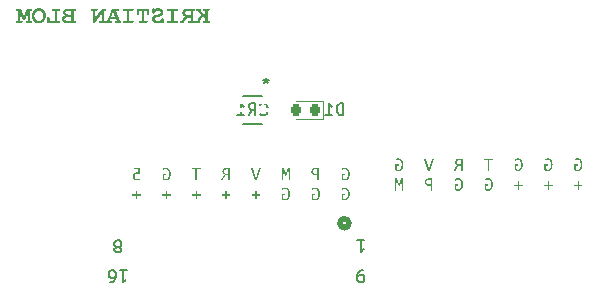
<source format=gbo>
G04 #@! TF.GenerationSoftware,KiCad,Pcbnew,7.0.8-7.0.8~ubuntu22.04.1*
G04 #@! TF.CreationDate,2024-01-26T15:51:07+01:00*
G04 #@! TF.ProjectId,rail,7261696c-2e6b-4696-9361-645f70636258,rev?*
G04 #@! TF.SameCoordinates,Original*
G04 #@! TF.FileFunction,Legend,Bot*
G04 #@! TF.FilePolarity,Positive*
%FSLAX46Y46*%
G04 Gerber Fmt 4.6, Leading zero omitted, Abs format (unit mm)*
G04 Created by KiCad (PCBNEW 7.0.8-7.0.8~ubuntu22.04.1) date 2024-01-26 15:51:07*
%MOMM*%
%LPD*%
G01*
G04 APERTURE LIST*
G04 Aperture macros list*
%AMRoundRect*
0 Rectangle with rounded corners*
0 $1 Rounding radius*
0 $2 $3 $4 $5 $6 $7 $8 $9 X,Y pos of 4 corners*
0 Add a 4 corners polygon primitive as box body*
4,1,4,$2,$3,$4,$5,$6,$7,$8,$9,$2,$3,0*
0 Add four circle primitives for the rounded corners*
1,1,$1+$1,$2,$3*
1,1,$1+$1,$4,$5*
1,1,$1+$1,$6,$7*
1,1,$1+$1,$8,$9*
0 Add four rect primitives between the rounded corners*
20,1,$1+$1,$2,$3,$4,$5,0*
20,1,$1+$1,$4,$5,$6,$7,0*
20,1,$1+$1,$6,$7,$8,$9,0*
20,1,$1+$1,$8,$9,$2,$3,0*%
G04 Aperture macros list end*
%ADD10C,0.187500*%
%ADD11C,0.300000*%
%ADD12C,0.150000*%
%ADD13C,0.508000*%
%ADD14C,0.152400*%
%ADD15C,0.120000*%
%ADD16C,3.600000*%
%ADD17C,5.600000*%
%ADD18C,1.397000*%
%ADD19R,1.700000X1.700000*%
%ADD20O,1.700000X1.700000*%
%ADD21R,1.157199X0.354800*%
%ADD22RoundRect,0.218750X0.218750X0.256250X-0.218750X0.256250X-0.218750X-0.256250X0.218750X-0.256250X0*%
G04 APERTURE END LIST*
D10*
G36*
X129091625Y-65964270D02*
G01*
X129102191Y-65973444D01*
X129113006Y-65982188D01*
X129124070Y-65990503D01*
X129135383Y-65998388D01*
X129146945Y-66005844D01*
X129158756Y-66012871D01*
X129170816Y-66019468D01*
X129183125Y-66025636D01*
X129195683Y-66031375D01*
X129208490Y-66036684D01*
X129217166Y-66039986D01*
X129230319Y-66044569D01*
X129243673Y-66048701D01*
X129257230Y-66052383D01*
X129270987Y-66055613D01*
X129284947Y-66058393D01*
X129299109Y-66060722D01*
X129313472Y-66062601D01*
X129328037Y-66064028D01*
X129337859Y-66064729D01*
X129347771Y-66065230D01*
X129357773Y-66065531D01*
X129367864Y-66065631D01*
X129379962Y-66065495D01*
X129391891Y-66065086D01*
X129403651Y-66064405D01*
X129415243Y-66063452D01*
X129426667Y-66062226D01*
X129437923Y-66060728D01*
X129449010Y-66058958D01*
X129459928Y-66056915D01*
X129470679Y-66054599D01*
X129481261Y-66052012D01*
X129491674Y-66049152D01*
X129501919Y-66046019D01*
X129511996Y-66042614D01*
X129521904Y-66038937D01*
X129531644Y-66034987D01*
X129541215Y-66030765D01*
X129550619Y-66026271D01*
X129559853Y-66021504D01*
X129568920Y-66016465D01*
X129577818Y-66011153D01*
X129586547Y-66005569D01*
X129595108Y-65999713D01*
X129603501Y-65993584D01*
X129611725Y-65987183D01*
X129619781Y-65980510D01*
X129627669Y-65973564D01*
X129635388Y-65966346D01*
X129642939Y-65958855D01*
X129650321Y-65951092D01*
X129657535Y-65943056D01*
X129664581Y-65934749D01*
X129671458Y-65926168D01*
X129678130Y-65917327D01*
X129684590Y-65908266D01*
X129690838Y-65898986D01*
X129696875Y-65889486D01*
X129702699Y-65879767D01*
X129708312Y-65869828D01*
X129713713Y-65859670D01*
X129718902Y-65849293D01*
X129723880Y-65838696D01*
X129728645Y-65827880D01*
X129733199Y-65816844D01*
X129737541Y-65805589D01*
X129741671Y-65794114D01*
X129745589Y-65782420D01*
X129749296Y-65770506D01*
X129752791Y-65758374D01*
X129756074Y-65746021D01*
X129759145Y-65733449D01*
X129762004Y-65720658D01*
X129764652Y-65707647D01*
X129767088Y-65694417D01*
X129769312Y-65680968D01*
X129771324Y-65667299D01*
X129773124Y-65653410D01*
X129774713Y-65639302D01*
X129776089Y-65624975D01*
X129777254Y-65610428D01*
X129778207Y-65595662D01*
X129778949Y-65580676D01*
X129779478Y-65565471D01*
X129779796Y-65550047D01*
X129779902Y-65534403D01*
X129779794Y-65518819D01*
X129779472Y-65503451D01*
X129778936Y-65488300D01*
X129778184Y-65473365D01*
X129777218Y-65458647D01*
X129776038Y-65444146D01*
X129774642Y-65429861D01*
X129773032Y-65415792D01*
X129771208Y-65401941D01*
X129769168Y-65388306D01*
X129766914Y-65374887D01*
X129764446Y-65361685D01*
X129761762Y-65348700D01*
X129758864Y-65335931D01*
X129755752Y-65323378D01*
X129752424Y-65311043D01*
X129748882Y-65298924D01*
X129745126Y-65287021D01*
X129741154Y-65275335D01*
X129736968Y-65263866D01*
X129732568Y-65252613D01*
X129727952Y-65241577D01*
X129723122Y-65230757D01*
X129718078Y-65220154D01*
X129712819Y-65209767D01*
X129707345Y-65199597D01*
X129701656Y-65189644D01*
X129695753Y-65179907D01*
X129689635Y-65170387D01*
X129683302Y-65161083D01*
X129676755Y-65151996D01*
X129669993Y-65143126D01*
X129663039Y-65134485D01*
X129655918Y-65126119D01*
X129648629Y-65118028D01*
X129641172Y-65110210D01*
X129633547Y-65102667D01*
X129625754Y-65095398D01*
X129617793Y-65088404D01*
X129609665Y-65081683D01*
X129601368Y-65075238D01*
X129592903Y-65069066D01*
X129584271Y-65063168D01*
X129575471Y-65057545D01*
X129566502Y-65052197D01*
X129557366Y-65047122D01*
X129548062Y-65042322D01*
X129538590Y-65037796D01*
X129528950Y-65033544D01*
X129519142Y-65029567D01*
X129509166Y-65025864D01*
X129499023Y-65022435D01*
X129488711Y-65019281D01*
X129478231Y-65016401D01*
X129467584Y-65013795D01*
X129456769Y-65011464D01*
X129445785Y-65009406D01*
X129434634Y-65007624D01*
X129423315Y-65006115D01*
X129411828Y-65004881D01*
X129400173Y-65003921D01*
X129388350Y-65003235D01*
X129376359Y-65002823D01*
X129364200Y-65002686D01*
X129352158Y-65002858D01*
X129340209Y-65003373D01*
X129328355Y-65004232D01*
X129316596Y-65005434D01*
X129304931Y-65006980D01*
X129293361Y-65008869D01*
X129281884Y-65011101D01*
X129270503Y-65013677D01*
X129259216Y-65016597D01*
X129248023Y-65019859D01*
X129240614Y-65022226D01*
X129229568Y-65026019D01*
X129218595Y-65030165D01*
X129207694Y-65034663D01*
X129196867Y-65039513D01*
X129186113Y-65044715D01*
X129175432Y-65050270D01*
X129164824Y-65056176D01*
X129154289Y-65062434D01*
X129143827Y-65069044D01*
X129133438Y-65076007D01*
X129126552Y-65080844D01*
X129126552Y-65221528D01*
X129133524Y-65214621D01*
X129144020Y-65204694D01*
X129154564Y-65195287D01*
X129165155Y-65186399D01*
X129175793Y-65178031D01*
X129186478Y-65170182D01*
X129197211Y-65162852D01*
X129207991Y-65156042D01*
X129218818Y-65149752D01*
X129229692Y-65143981D01*
X129240614Y-65138729D01*
X129251619Y-65133972D01*
X129262744Y-65129682D01*
X129273990Y-65125860D01*
X129285356Y-65122506D01*
X129296842Y-65119621D01*
X129308448Y-65117203D01*
X129320175Y-65115253D01*
X129332021Y-65113771D01*
X129343988Y-65112757D01*
X129356076Y-65112211D01*
X129364200Y-65112107D01*
X129380880Y-65112519D01*
X129397028Y-65113756D01*
X129412646Y-65115816D01*
X129427734Y-65118702D01*
X129442291Y-65122411D01*
X129456318Y-65126945D01*
X129469815Y-65132303D01*
X129482780Y-65138485D01*
X129495216Y-65145492D01*
X129507121Y-65153323D01*
X129518495Y-65161978D01*
X129529339Y-65171458D01*
X129539653Y-65181762D01*
X129549436Y-65192890D01*
X129558688Y-65204843D01*
X129567411Y-65217620D01*
X129575603Y-65231193D01*
X129583267Y-65245597D01*
X129590403Y-65260831D01*
X129597010Y-65276895D01*
X129603088Y-65293788D01*
X129608638Y-65311512D01*
X129613659Y-65330066D01*
X129615972Y-65339654D01*
X129618152Y-65349450D01*
X129620200Y-65359453D01*
X129622116Y-65369664D01*
X129623900Y-65380082D01*
X129625552Y-65390708D01*
X129627071Y-65401541D01*
X129628459Y-65412582D01*
X129629714Y-65423830D01*
X129630837Y-65435286D01*
X129631828Y-65446949D01*
X129632687Y-65458820D01*
X129633414Y-65470899D01*
X129634009Y-65483184D01*
X129634471Y-65495678D01*
X129634802Y-65508379D01*
X129635000Y-65521287D01*
X129635066Y-65534403D01*
X129635002Y-65547742D01*
X129634810Y-65560863D01*
X129634490Y-65573766D01*
X129634043Y-65586449D01*
X129633468Y-65598915D01*
X129632765Y-65611162D01*
X129631934Y-65623190D01*
X129630975Y-65635000D01*
X129629888Y-65646592D01*
X129628674Y-65657965D01*
X129627331Y-65669119D01*
X129625861Y-65680056D01*
X129624263Y-65690773D01*
X129622537Y-65701272D01*
X129620683Y-65711553D01*
X129618702Y-65721615D01*
X129616592Y-65731459D01*
X129614355Y-65741084D01*
X129609497Y-65759679D01*
X129604127Y-65777400D01*
X129598246Y-65794247D01*
X129591854Y-65810220D01*
X129584950Y-65825319D01*
X129577535Y-65839544D01*
X129569609Y-65852896D01*
X129561121Y-65865406D01*
X129552084Y-65877110D01*
X129542498Y-65888006D01*
X129532362Y-65898096D01*
X129521676Y-65907378D01*
X129510441Y-65915853D01*
X129498656Y-65923521D01*
X129486322Y-65930382D01*
X129473438Y-65936435D01*
X129460005Y-65941682D01*
X129446022Y-65946121D01*
X129431489Y-65949753D01*
X129416407Y-65952578D01*
X129400776Y-65954596D01*
X129384595Y-65955807D01*
X129367864Y-65956210D01*
X129356503Y-65956039D01*
X129345501Y-65955523D01*
X129334857Y-65954665D01*
X129324572Y-65953463D01*
X129314646Y-65951917D01*
X129302743Y-65949502D01*
X129291400Y-65946550D01*
X129287020Y-65945219D01*
X129276342Y-65941487D01*
X129265987Y-65937157D01*
X129255954Y-65932232D01*
X129246243Y-65926710D01*
X129236853Y-65920592D01*
X129227786Y-65913878D01*
X129224249Y-65911025D01*
X129224249Y-65627948D01*
X129373237Y-65627948D01*
X129373237Y-65518527D01*
X129091625Y-65518527D01*
X129091625Y-65964270D01*
G37*
G36*
X126565177Y-65964270D02*
G01*
X126575743Y-65973444D01*
X126586558Y-65982188D01*
X126597622Y-65990503D01*
X126608935Y-65998388D01*
X126620497Y-66005844D01*
X126632308Y-66012871D01*
X126644368Y-66019468D01*
X126656677Y-66025636D01*
X126669235Y-66031375D01*
X126682042Y-66036684D01*
X126690718Y-66039986D01*
X126703871Y-66044569D01*
X126717225Y-66048701D01*
X126730781Y-66052383D01*
X126744539Y-66055613D01*
X126758499Y-66058393D01*
X126772661Y-66060722D01*
X126787024Y-66062601D01*
X126801589Y-66064028D01*
X126811411Y-66064729D01*
X126821323Y-66065230D01*
X126831325Y-66065531D01*
X126841416Y-66065631D01*
X126853514Y-66065495D01*
X126865443Y-66065086D01*
X126877203Y-66064405D01*
X126888795Y-66063452D01*
X126900219Y-66062226D01*
X126911475Y-66060728D01*
X126922562Y-66058958D01*
X126933480Y-66056915D01*
X126944231Y-66054599D01*
X126954813Y-66052012D01*
X126965226Y-66049152D01*
X126975471Y-66046019D01*
X126985548Y-66042614D01*
X126995456Y-66038937D01*
X127005196Y-66034987D01*
X127014767Y-66030765D01*
X127024171Y-66026271D01*
X127033405Y-66021504D01*
X127042472Y-66016465D01*
X127051370Y-66011153D01*
X127060099Y-66005569D01*
X127068660Y-65999713D01*
X127077053Y-65993584D01*
X127085277Y-65987183D01*
X127093333Y-65980510D01*
X127101221Y-65973564D01*
X127108940Y-65966346D01*
X127116491Y-65958855D01*
X127123873Y-65951092D01*
X127131087Y-65943056D01*
X127138133Y-65934749D01*
X127145010Y-65926168D01*
X127151682Y-65917327D01*
X127158142Y-65908266D01*
X127164390Y-65898986D01*
X127170426Y-65889486D01*
X127176251Y-65879767D01*
X127181864Y-65869828D01*
X127187265Y-65859670D01*
X127192454Y-65849293D01*
X127197432Y-65838696D01*
X127202197Y-65827880D01*
X127206751Y-65816844D01*
X127211093Y-65805589D01*
X127215223Y-65794114D01*
X127219141Y-65782420D01*
X127222848Y-65770506D01*
X127226343Y-65758374D01*
X127229626Y-65746021D01*
X127232697Y-65733449D01*
X127235556Y-65720658D01*
X127238204Y-65707647D01*
X127240640Y-65694417D01*
X127242864Y-65680968D01*
X127244876Y-65667299D01*
X127246676Y-65653410D01*
X127248265Y-65639302D01*
X127249641Y-65624975D01*
X127250806Y-65610428D01*
X127251759Y-65595662D01*
X127252501Y-65580676D01*
X127253030Y-65565471D01*
X127253348Y-65550047D01*
X127253454Y-65534403D01*
X127253346Y-65518819D01*
X127253024Y-65503451D01*
X127252488Y-65488300D01*
X127251736Y-65473365D01*
X127250770Y-65458647D01*
X127249590Y-65444146D01*
X127248194Y-65429861D01*
X127246584Y-65415792D01*
X127244760Y-65401941D01*
X127242720Y-65388306D01*
X127240466Y-65374887D01*
X127237998Y-65361685D01*
X127235314Y-65348700D01*
X127232416Y-65335931D01*
X127229304Y-65323378D01*
X127225976Y-65311043D01*
X127222434Y-65298924D01*
X127218678Y-65287021D01*
X127214706Y-65275335D01*
X127210520Y-65263866D01*
X127206120Y-65252613D01*
X127201504Y-65241577D01*
X127196674Y-65230757D01*
X127191630Y-65220154D01*
X127186370Y-65209767D01*
X127180896Y-65199597D01*
X127175208Y-65189644D01*
X127169304Y-65179907D01*
X127163187Y-65170387D01*
X127156854Y-65161083D01*
X127150307Y-65151996D01*
X127143545Y-65143126D01*
X127136591Y-65134485D01*
X127129470Y-65126119D01*
X127122181Y-65118028D01*
X127114724Y-65110210D01*
X127107099Y-65102667D01*
X127099306Y-65095398D01*
X127091345Y-65088404D01*
X127083217Y-65081683D01*
X127074920Y-65075238D01*
X127066455Y-65069066D01*
X127057823Y-65063168D01*
X127049023Y-65057545D01*
X127040054Y-65052197D01*
X127030918Y-65047122D01*
X127021614Y-65042322D01*
X127012142Y-65037796D01*
X127002502Y-65033544D01*
X126992694Y-65029567D01*
X126982718Y-65025864D01*
X126972575Y-65022435D01*
X126962263Y-65019281D01*
X126951783Y-65016401D01*
X126941136Y-65013795D01*
X126930321Y-65011464D01*
X126919337Y-65009406D01*
X126908186Y-65007624D01*
X126896867Y-65006115D01*
X126885380Y-65004881D01*
X126873725Y-65003921D01*
X126861902Y-65003235D01*
X126849911Y-65002823D01*
X126837752Y-65002686D01*
X126825710Y-65002858D01*
X126813761Y-65003373D01*
X126801907Y-65004232D01*
X126790148Y-65005434D01*
X126778483Y-65006980D01*
X126766912Y-65008869D01*
X126755436Y-65011101D01*
X126744055Y-65013677D01*
X126732768Y-65016597D01*
X126721575Y-65019859D01*
X126714166Y-65022226D01*
X126703120Y-65026019D01*
X126692147Y-65030165D01*
X126681246Y-65034663D01*
X126670419Y-65039513D01*
X126659665Y-65044715D01*
X126648984Y-65050270D01*
X126638376Y-65056176D01*
X126627841Y-65062434D01*
X126617379Y-65069044D01*
X126606990Y-65076007D01*
X126600104Y-65080844D01*
X126600104Y-65221528D01*
X126607076Y-65214621D01*
X126617572Y-65204694D01*
X126628116Y-65195287D01*
X126638707Y-65186399D01*
X126649345Y-65178031D01*
X126660030Y-65170182D01*
X126670763Y-65162852D01*
X126681543Y-65156042D01*
X126692370Y-65149752D01*
X126703244Y-65143981D01*
X126714166Y-65138729D01*
X126725171Y-65133972D01*
X126736296Y-65129682D01*
X126747542Y-65125860D01*
X126758908Y-65122506D01*
X126770394Y-65119621D01*
X126782000Y-65117203D01*
X126793727Y-65115253D01*
X126805573Y-65113771D01*
X126817540Y-65112757D01*
X126829628Y-65112211D01*
X126837752Y-65112107D01*
X126854432Y-65112519D01*
X126870580Y-65113756D01*
X126886198Y-65115816D01*
X126901286Y-65118702D01*
X126915843Y-65122411D01*
X126929870Y-65126945D01*
X126943367Y-65132303D01*
X126956332Y-65138485D01*
X126968768Y-65145492D01*
X126980673Y-65153323D01*
X126992047Y-65161978D01*
X127002891Y-65171458D01*
X127013205Y-65181762D01*
X127022988Y-65192890D01*
X127032240Y-65204843D01*
X127040963Y-65217620D01*
X127049155Y-65231193D01*
X127056819Y-65245597D01*
X127063955Y-65260831D01*
X127070562Y-65276895D01*
X127076640Y-65293788D01*
X127082190Y-65311512D01*
X127087211Y-65330066D01*
X127089524Y-65339654D01*
X127091704Y-65349450D01*
X127093752Y-65359453D01*
X127095668Y-65369664D01*
X127097452Y-65380082D01*
X127099104Y-65390708D01*
X127100623Y-65401541D01*
X127102011Y-65412582D01*
X127103266Y-65423830D01*
X127104389Y-65435286D01*
X127105380Y-65446949D01*
X127106239Y-65458820D01*
X127106966Y-65470899D01*
X127107561Y-65483184D01*
X127108023Y-65495678D01*
X127108354Y-65508379D01*
X127108552Y-65521287D01*
X127108618Y-65534403D01*
X127108554Y-65547742D01*
X127108362Y-65560863D01*
X127108042Y-65573766D01*
X127107595Y-65586449D01*
X127107020Y-65598915D01*
X127106317Y-65611162D01*
X127105486Y-65623190D01*
X127104527Y-65635000D01*
X127103440Y-65646592D01*
X127102225Y-65657965D01*
X127100883Y-65669119D01*
X127099413Y-65680056D01*
X127097815Y-65690773D01*
X127096089Y-65701272D01*
X127094235Y-65711553D01*
X127092254Y-65721615D01*
X127090144Y-65731459D01*
X127087907Y-65741084D01*
X127083049Y-65759679D01*
X127077679Y-65777400D01*
X127071798Y-65794247D01*
X127065406Y-65810220D01*
X127058502Y-65825319D01*
X127051087Y-65839544D01*
X127043161Y-65852896D01*
X127034673Y-65865406D01*
X127025636Y-65877110D01*
X127016050Y-65888006D01*
X127005914Y-65898096D01*
X126995228Y-65907378D01*
X126983993Y-65915853D01*
X126972208Y-65923521D01*
X126959874Y-65930382D01*
X126946990Y-65936435D01*
X126933557Y-65941682D01*
X126919574Y-65946121D01*
X126905041Y-65949753D01*
X126889959Y-65952578D01*
X126874328Y-65954596D01*
X126858147Y-65955807D01*
X126841416Y-65956210D01*
X126830055Y-65956039D01*
X126819053Y-65955523D01*
X126808409Y-65954665D01*
X126798124Y-65953463D01*
X126788198Y-65951917D01*
X126776295Y-65949502D01*
X126764952Y-65946550D01*
X126760572Y-65945219D01*
X126749894Y-65941487D01*
X126739539Y-65937157D01*
X126729506Y-65932232D01*
X126719795Y-65926710D01*
X126710405Y-65920592D01*
X126701338Y-65913878D01*
X126697801Y-65911025D01*
X126697801Y-65627948D01*
X126846789Y-65627948D01*
X126846789Y-65518527D01*
X126565177Y-65518527D01*
X126565177Y-65964270D01*
G37*
G36*
X124038729Y-65964270D02*
G01*
X124049295Y-65973444D01*
X124060110Y-65982188D01*
X124071174Y-65990503D01*
X124082487Y-65998388D01*
X124094049Y-66005844D01*
X124105860Y-66012871D01*
X124117920Y-66019468D01*
X124130229Y-66025636D01*
X124142787Y-66031375D01*
X124155594Y-66036684D01*
X124164270Y-66039986D01*
X124177423Y-66044569D01*
X124190777Y-66048701D01*
X124204333Y-66052383D01*
X124218091Y-66055613D01*
X124232051Y-66058393D01*
X124246213Y-66060722D01*
X124260576Y-66062601D01*
X124275141Y-66064028D01*
X124284963Y-66064729D01*
X124294875Y-66065230D01*
X124304877Y-66065531D01*
X124314968Y-66065631D01*
X124327066Y-66065495D01*
X124338995Y-66065086D01*
X124350755Y-66064405D01*
X124362347Y-66063452D01*
X124373771Y-66062226D01*
X124385027Y-66060728D01*
X124396114Y-66058958D01*
X124407032Y-66056915D01*
X124417783Y-66054599D01*
X124428365Y-66052012D01*
X124438778Y-66049152D01*
X124449023Y-66046019D01*
X124459100Y-66042614D01*
X124469008Y-66038937D01*
X124478748Y-66034987D01*
X124488319Y-66030765D01*
X124497723Y-66026271D01*
X124506957Y-66021504D01*
X124516024Y-66016465D01*
X124524922Y-66011153D01*
X124533651Y-66005569D01*
X124542212Y-65999713D01*
X124550605Y-65993584D01*
X124558829Y-65987183D01*
X124566885Y-65980510D01*
X124574773Y-65973564D01*
X124582492Y-65966346D01*
X124590043Y-65958855D01*
X124597425Y-65951092D01*
X124604639Y-65943056D01*
X124611685Y-65934749D01*
X124618562Y-65926168D01*
X124625234Y-65917327D01*
X124631694Y-65908266D01*
X124637942Y-65898986D01*
X124643978Y-65889486D01*
X124649803Y-65879767D01*
X124655416Y-65869828D01*
X124660817Y-65859670D01*
X124666006Y-65849293D01*
X124670984Y-65838696D01*
X124675749Y-65827880D01*
X124680303Y-65816844D01*
X124684645Y-65805589D01*
X124688775Y-65794114D01*
X124692693Y-65782420D01*
X124696400Y-65770506D01*
X124699895Y-65758374D01*
X124703178Y-65746021D01*
X124706249Y-65733449D01*
X124709108Y-65720658D01*
X124711756Y-65707647D01*
X124714192Y-65694417D01*
X124716416Y-65680968D01*
X124718428Y-65667299D01*
X124720228Y-65653410D01*
X124721817Y-65639302D01*
X124723193Y-65624975D01*
X124724358Y-65610428D01*
X124725311Y-65595662D01*
X124726053Y-65580676D01*
X124726582Y-65565471D01*
X124726900Y-65550047D01*
X124727006Y-65534403D01*
X124726898Y-65518819D01*
X124726576Y-65503451D01*
X124726040Y-65488300D01*
X124725288Y-65473365D01*
X124724322Y-65458647D01*
X124723142Y-65444146D01*
X124721746Y-65429861D01*
X124720136Y-65415792D01*
X124718312Y-65401941D01*
X124716272Y-65388306D01*
X124714018Y-65374887D01*
X124711550Y-65361685D01*
X124708866Y-65348700D01*
X124705968Y-65335931D01*
X124702856Y-65323378D01*
X124699528Y-65311043D01*
X124695986Y-65298924D01*
X124692230Y-65287021D01*
X124688258Y-65275335D01*
X124684072Y-65263866D01*
X124679672Y-65252613D01*
X124675056Y-65241577D01*
X124670226Y-65230757D01*
X124665182Y-65220154D01*
X124659922Y-65209767D01*
X124654448Y-65199597D01*
X124648760Y-65189644D01*
X124642856Y-65179907D01*
X124636738Y-65170387D01*
X124630406Y-65161083D01*
X124623858Y-65151996D01*
X124617096Y-65143126D01*
X124610143Y-65134485D01*
X124603022Y-65126119D01*
X124595733Y-65118028D01*
X124588276Y-65110210D01*
X124580651Y-65102667D01*
X124572858Y-65095398D01*
X124564897Y-65088404D01*
X124556769Y-65081683D01*
X124548472Y-65075238D01*
X124540007Y-65069066D01*
X124531375Y-65063168D01*
X124522575Y-65057545D01*
X124513606Y-65052197D01*
X124504470Y-65047122D01*
X124495166Y-65042322D01*
X124485694Y-65037796D01*
X124476054Y-65033544D01*
X124466246Y-65029567D01*
X124456270Y-65025864D01*
X124446127Y-65022435D01*
X124435815Y-65019281D01*
X124425335Y-65016401D01*
X124414688Y-65013795D01*
X124403872Y-65011464D01*
X124392889Y-65009406D01*
X124381738Y-65007624D01*
X124370419Y-65006115D01*
X124358932Y-65004881D01*
X124347277Y-65003921D01*
X124335454Y-65003235D01*
X124323463Y-65002823D01*
X124311304Y-65002686D01*
X124299262Y-65002858D01*
X124287313Y-65003373D01*
X124275459Y-65004232D01*
X124263700Y-65005434D01*
X124252035Y-65006980D01*
X124240464Y-65008869D01*
X124228988Y-65011101D01*
X124217607Y-65013677D01*
X124206320Y-65016597D01*
X124195127Y-65019859D01*
X124187718Y-65022226D01*
X124176672Y-65026019D01*
X124165699Y-65030165D01*
X124154798Y-65034663D01*
X124143971Y-65039513D01*
X124133217Y-65044715D01*
X124122536Y-65050270D01*
X124111928Y-65056176D01*
X124101393Y-65062434D01*
X124090931Y-65069044D01*
X124080542Y-65076007D01*
X124073656Y-65080844D01*
X124073656Y-65221528D01*
X124080628Y-65214621D01*
X124091124Y-65204694D01*
X124101668Y-65195287D01*
X124112259Y-65186399D01*
X124122897Y-65178031D01*
X124133582Y-65170182D01*
X124144315Y-65162852D01*
X124155095Y-65156042D01*
X124165922Y-65149752D01*
X124176796Y-65143981D01*
X124187718Y-65138729D01*
X124198723Y-65133972D01*
X124209848Y-65129682D01*
X124221094Y-65125860D01*
X124232460Y-65122506D01*
X124243946Y-65119621D01*
X124255552Y-65117203D01*
X124267279Y-65115253D01*
X124279125Y-65113771D01*
X124291092Y-65112757D01*
X124303180Y-65112211D01*
X124311304Y-65112107D01*
X124327984Y-65112519D01*
X124344132Y-65113756D01*
X124359750Y-65115816D01*
X124374838Y-65118702D01*
X124389395Y-65122411D01*
X124403422Y-65126945D01*
X124416918Y-65132303D01*
X124429884Y-65138485D01*
X124442320Y-65145492D01*
X124454225Y-65153323D01*
X124465599Y-65161978D01*
X124476443Y-65171458D01*
X124486757Y-65181762D01*
X124496540Y-65192890D01*
X124505792Y-65204843D01*
X124514515Y-65217620D01*
X124522707Y-65231193D01*
X124530371Y-65245597D01*
X124537507Y-65260831D01*
X124544114Y-65276895D01*
X124550192Y-65293788D01*
X124555742Y-65311512D01*
X124560763Y-65330066D01*
X124563076Y-65339654D01*
X124565256Y-65349450D01*
X124567304Y-65359453D01*
X124569220Y-65369664D01*
X124571004Y-65380082D01*
X124572656Y-65390708D01*
X124574175Y-65401541D01*
X124575563Y-65412582D01*
X124576818Y-65423830D01*
X124577941Y-65435286D01*
X124578932Y-65446949D01*
X124579791Y-65458820D01*
X124580518Y-65470899D01*
X124581113Y-65483184D01*
X124581575Y-65495678D01*
X124581905Y-65508379D01*
X124582104Y-65521287D01*
X124582170Y-65534403D01*
X124582106Y-65547742D01*
X124581914Y-65560863D01*
X124581594Y-65573766D01*
X124581147Y-65586449D01*
X124580572Y-65598915D01*
X124579869Y-65611162D01*
X124579038Y-65623190D01*
X124578079Y-65635000D01*
X124576992Y-65646592D01*
X124575777Y-65657965D01*
X124574435Y-65669119D01*
X124572965Y-65680056D01*
X124571367Y-65690773D01*
X124569641Y-65701272D01*
X124567787Y-65711553D01*
X124565806Y-65721615D01*
X124563696Y-65731459D01*
X124561459Y-65741084D01*
X124556601Y-65759679D01*
X124551231Y-65777400D01*
X124545350Y-65794247D01*
X124538958Y-65810220D01*
X124532054Y-65825319D01*
X124524639Y-65839544D01*
X124516713Y-65852896D01*
X124508225Y-65865406D01*
X124499188Y-65877110D01*
X124489602Y-65888006D01*
X124479466Y-65898096D01*
X124468780Y-65907378D01*
X124457545Y-65915853D01*
X124445760Y-65923521D01*
X124433426Y-65930382D01*
X124420542Y-65936435D01*
X124407109Y-65941682D01*
X124393126Y-65946121D01*
X124378593Y-65949753D01*
X124363511Y-65952578D01*
X124347880Y-65954596D01*
X124331699Y-65955807D01*
X124314968Y-65956210D01*
X124303607Y-65956039D01*
X124292605Y-65955523D01*
X124281961Y-65954665D01*
X124271676Y-65953463D01*
X124261750Y-65951917D01*
X124249847Y-65949502D01*
X124238504Y-65946550D01*
X124234124Y-65945219D01*
X124223446Y-65941487D01*
X124213091Y-65937157D01*
X124203058Y-65932232D01*
X124193347Y-65926710D01*
X124183957Y-65920592D01*
X124174890Y-65913878D01*
X124171353Y-65911025D01*
X124171353Y-65627948D01*
X124320341Y-65627948D01*
X124320341Y-65518527D01*
X124038729Y-65518527D01*
X124038729Y-65964270D01*
G37*
G36*
X122238415Y-65018318D02*
G01*
X121455861Y-65018318D01*
X121455861Y-65127739D01*
X121776796Y-65127739D01*
X121776796Y-66050000D01*
X121916259Y-66050000D01*
X121916259Y-65127739D01*
X122238415Y-65127739D01*
X122238415Y-65018318D01*
G37*
G36*
X119646022Y-66050000D02*
G01*
X119506559Y-66050000D01*
X119506559Y-65612316D01*
X119373935Y-65612316D01*
X119365548Y-65612442D01*
X119353343Y-65613103D01*
X119341588Y-65614331D01*
X119330285Y-65616126D01*
X119319432Y-65618487D01*
X119309030Y-65621415D01*
X119299079Y-65624910D01*
X119289578Y-65628972D01*
X119280529Y-65633600D01*
X119271930Y-65638795D01*
X119263782Y-65644556D01*
X119255765Y-65651299D01*
X119247559Y-65659437D01*
X119239164Y-65668970D01*
X119230580Y-65679899D01*
X119224753Y-65687960D01*
X119218841Y-65696641D01*
X119212846Y-65705942D01*
X119206766Y-65715864D01*
X119200603Y-65726405D01*
X119194356Y-65737567D01*
X119188025Y-65749349D01*
X119181609Y-65761751D01*
X119175110Y-65774773D01*
X119168527Y-65788415D01*
X119046161Y-66050000D01*
X118897173Y-66050000D01*
X119036636Y-65766922D01*
X119043616Y-65752992D01*
X119050451Y-65739655D01*
X119057141Y-65726911D01*
X119063686Y-65714761D01*
X119070086Y-65703204D01*
X119076341Y-65692241D01*
X119082451Y-65681871D01*
X119088415Y-65672095D01*
X119094235Y-65662912D01*
X119099910Y-65654322D01*
X119108150Y-65642551D01*
X119116064Y-65632114D01*
X119123652Y-65623013D01*
X119130914Y-65615247D01*
X119135677Y-65610580D01*
X119143055Y-65603937D01*
X119150713Y-65597723D01*
X119158649Y-65591938D01*
X119166864Y-65586583D01*
X119175358Y-65581657D01*
X119184132Y-65577161D01*
X119193184Y-65573093D01*
X119202516Y-65569456D01*
X119212127Y-65566247D01*
X119222016Y-65563468D01*
X119209674Y-65561470D01*
X119197684Y-65559079D01*
X119186044Y-65556295D01*
X119174755Y-65553118D01*
X119163818Y-65549548D01*
X119153231Y-65545585D01*
X119142996Y-65541228D01*
X119133112Y-65536479D01*
X119123579Y-65531336D01*
X119114397Y-65525801D01*
X119105566Y-65519872D01*
X119097086Y-65513551D01*
X119088957Y-65506836D01*
X119081180Y-65499728D01*
X119073753Y-65492227D01*
X119066678Y-65484333D01*
X119059964Y-65476096D01*
X119053683Y-65467564D01*
X119047836Y-65458739D01*
X119042421Y-65449620D01*
X119037440Y-65440207D01*
X119032892Y-65430500D01*
X119028777Y-65420500D01*
X119025095Y-65410205D01*
X119021847Y-65399617D01*
X119019031Y-65388735D01*
X119016649Y-65377559D01*
X119014700Y-65366089D01*
X119013184Y-65354325D01*
X119012101Y-65342268D01*
X119011451Y-65329916D01*
X119011235Y-65317271D01*
X119011259Y-65316050D01*
X119157536Y-65316050D01*
X119157584Y-65321925D01*
X119157965Y-65333391D01*
X119158729Y-65344478D01*
X119159874Y-65355184D01*
X119161400Y-65365511D01*
X119163308Y-65375458D01*
X119166886Y-65389667D01*
X119171323Y-65403021D01*
X119176618Y-65415521D01*
X119182771Y-65427167D01*
X119189784Y-65437958D01*
X119197655Y-65447895D01*
X119206385Y-65456978D01*
X119209472Y-65459803D01*
X119219333Y-65467740D01*
X119230092Y-65474870D01*
X119241747Y-65481192D01*
X119254300Y-65486708D01*
X119267751Y-65491416D01*
X119277216Y-65494107D01*
X119287080Y-65496438D01*
X119297343Y-65498411D01*
X119308005Y-65500026D01*
X119319066Y-65501281D01*
X119330525Y-65502178D01*
X119342383Y-65502716D01*
X119354640Y-65502896D01*
X119506559Y-65502896D01*
X119506559Y-65127739D01*
X119360258Y-65127739D01*
X119354121Y-65127786D01*
X119342125Y-65128166D01*
X119330497Y-65128925D01*
X119319237Y-65130064D01*
X119308345Y-65131583D01*
X119297821Y-65133482D01*
X119287666Y-65135760D01*
X119277879Y-65138418D01*
X119268461Y-65141456D01*
X119255023Y-65146725D01*
X119242415Y-65152848D01*
X119230634Y-65159825D01*
X119219683Y-65167657D01*
X119209560Y-65176343D01*
X119203260Y-65182556D01*
X119194573Y-65192505D01*
X119186799Y-65203210D01*
X119179941Y-65214670D01*
X119173997Y-65226886D01*
X119168967Y-65239857D01*
X119164852Y-65253585D01*
X119162617Y-65263156D01*
X119160788Y-65273063D01*
X119159365Y-65283306D01*
X119158349Y-65293885D01*
X119157739Y-65304799D01*
X119157536Y-65316050D01*
X119011259Y-65316050D01*
X119011587Y-65299373D01*
X119012643Y-65282012D01*
X119014403Y-65265187D01*
X119016868Y-65248898D01*
X119020036Y-65233146D01*
X119023909Y-65217929D01*
X119028485Y-65203249D01*
X119033766Y-65189105D01*
X119039751Y-65175497D01*
X119046440Y-65162425D01*
X119053833Y-65149889D01*
X119061930Y-65137890D01*
X119070732Y-65126427D01*
X119080237Y-65115500D01*
X119090447Y-65105109D01*
X119101360Y-65095254D01*
X119107055Y-65090521D01*
X119118909Y-65081505D01*
X119131380Y-65073090D01*
X119144470Y-65065276D01*
X119158178Y-65058063D01*
X119172505Y-65051451D01*
X119187449Y-65045441D01*
X119203012Y-65040031D01*
X119219193Y-65035223D01*
X119235992Y-65031015D01*
X119253410Y-65027409D01*
X119271446Y-65024404D01*
X119290100Y-65021999D01*
X119309372Y-65020196D01*
X119319240Y-65019520D01*
X119329263Y-65018994D01*
X119339440Y-65018618D01*
X119349771Y-65018393D01*
X119360258Y-65018318D01*
X119646022Y-65018318D01*
X119646022Y-66050000D01*
G37*
G36*
X116794487Y-65932519D02*
G01*
X116553419Y-65018318D01*
X116409804Y-65018318D01*
X116710223Y-66050000D01*
X116878506Y-66050000D01*
X117178681Y-65018318D01*
X117035066Y-65018318D01*
X116794487Y-65932519D01*
G37*
G36*
X113932937Y-65964270D02*
G01*
X113943503Y-65973444D01*
X113954318Y-65982188D01*
X113965382Y-65990503D01*
X113976695Y-65998388D01*
X113988257Y-66005844D01*
X114000068Y-66012871D01*
X114012128Y-66019468D01*
X114024437Y-66025636D01*
X114036995Y-66031375D01*
X114049802Y-66036684D01*
X114058478Y-66039986D01*
X114071631Y-66044569D01*
X114084985Y-66048701D01*
X114098541Y-66052383D01*
X114112299Y-66055613D01*
X114126259Y-66058393D01*
X114140421Y-66060722D01*
X114154784Y-66062601D01*
X114169349Y-66064028D01*
X114179171Y-66064729D01*
X114189083Y-66065230D01*
X114199085Y-66065531D01*
X114209176Y-66065631D01*
X114221273Y-66065495D01*
X114233202Y-66065086D01*
X114244963Y-66064405D01*
X114256555Y-66063452D01*
X114267979Y-66062226D01*
X114279235Y-66060728D01*
X114290322Y-66058958D01*
X114301240Y-66056915D01*
X114311991Y-66054599D01*
X114322572Y-66052012D01*
X114332986Y-66049152D01*
X114343231Y-66046019D01*
X114353308Y-66042614D01*
X114363216Y-66038937D01*
X114372956Y-66034987D01*
X114382527Y-66030765D01*
X114391931Y-66026271D01*
X114401165Y-66021504D01*
X114410232Y-66016465D01*
X114419129Y-66011153D01*
X114427859Y-66005569D01*
X114436420Y-65999713D01*
X114444813Y-65993584D01*
X114453037Y-65987183D01*
X114461093Y-65980510D01*
X114468981Y-65973564D01*
X114476700Y-65966346D01*
X114484251Y-65958855D01*
X114491633Y-65951092D01*
X114498847Y-65943056D01*
X114505893Y-65934749D01*
X114512770Y-65926168D01*
X114519442Y-65917327D01*
X114525902Y-65908266D01*
X114532150Y-65898986D01*
X114538186Y-65889486D01*
X114544011Y-65879767D01*
X114549624Y-65869828D01*
X114555025Y-65859670D01*
X114560214Y-65849293D01*
X114565191Y-65838696D01*
X114569957Y-65827880D01*
X114574511Y-65816844D01*
X114578853Y-65805589D01*
X114582983Y-65794114D01*
X114586901Y-65782420D01*
X114590608Y-65770506D01*
X114594103Y-65758374D01*
X114597386Y-65746021D01*
X114600457Y-65733449D01*
X114603316Y-65720658D01*
X114605964Y-65707647D01*
X114608400Y-65694417D01*
X114610624Y-65680968D01*
X114612636Y-65667299D01*
X114614436Y-65653410D01*
X114616025Y-65639302D01*
X114617401Y-65624975D01*
X114618566Y-65610428D01*
X114619519Y-65595662D01*
X114620261Y-65580676D01*
X114620790Y-65565471D01*
X114621108Y-65550047D01*
X114621214Y-65534403D01*
X114621106Y-65518819D01*
X114620784Y-65503451D01*
X114620248Y-65488300D01*
X114619496Y-65473365D01*
X114618530Y-65458647D01*
X114617350Y-65444146D01*
X114615954Y-65429861D01*
X114614344Y-65415792D01*
X114612520Y-65401941D01*
X114610480Y-65388306D01*
X114608226Y-65374887D01*
X114605758Y-65361685D01*
X114603074Y-65348700D01*
X114600176Y-65335931D01*
X114597064Y-65323378D01*
X114593736Y-65311043D01*
X114590194Y-65298924D01*
X114586438Y-65287021D01*
X114582466Y-65275335D01*
X114578280Y-65263866D01*
X114573880Y-65252613D01*
X114569264Y-65241577D01*
X114564434Y-65230757D01*
X114559390Y-65220154D01*
X114554130Y-65209767D01*
X114548656Y-65199597D01*
X114542968Y-65189644D01*
X114537064Y-65179907D01*
X114530946Y-65170387D01*
X114524614Y-65161083D01*
X114518066Y-65151996D01*
X114511304Y-65143126D01*
X114504351Y-65134485D01*
X114497230Y-65126119D01*
X114489941Y-65118028D01*
X114482484Y-65110210D01*
X114474859Y-65102667D01*
X114467066Y-65095398D01*
X114459105Y-65088404D01*
X114450976Y-65081683D01*
X114442680Y-65075238D01*
X114434215Y-65069066D01*
X114425583Y-65063168D01*
X114416782Y-65057545D01*
X114407814Y-65052197D01*
X114398678Y-65047122D01*
X114389374Y-65042322D01*
X114379902Y-65037796D01*
X114370262Y-65033544D01*
X114360454Y-65029567D01*
X114350478Y-65025864D01*
X114340334Y-65022435D01*
X114330023Y-65019281D01*
X114319543Y-65016401D01*
X114308896Y-65013795D01*
X114298080Y-65011464D01*
X114287097Y-65009406D01*
X114275946Y-65007624D01*
X114264627Y-65006115D01*
X114253140Y-65004881D01*
X114241485Y-65003921D01*
X114229662Y-65003235D01*
X114217671Y-65002823D01*
X114205512Y-65002686D01*
X114193470Y-65002858D01*
X114181521Y-65003373D01*
X114169667Y-65004232D01*
X114157908Y-65005434D01*
X114146243Y-65006980D01*
X114134672Y-65008869D01*
X114123196Y-65011101D01*
X114111815Y-65013677D01*
X114100528Y-65016597D01*
X114089335Y-65019859D01*
X114081926Y-65022226D01*
X114070880Y-65026019D01*
X114059906Y-65030165D01*
X114049006Y-65034663D01*
X114038179Y-65039513D01*
X114027425Y-65044715D01*
X114016744Y-65050270D01*
X114006136Y-65056176D01*
X113995601Y-65062434D01*
X113985139Y-65069044D01*
X113974750Y-65076007D01*
X113967864Y-65080844D01*
X113967864Y-65221528D01*
X113974836Y-65214621D01*
X113985332Y-65204694D01*
X113995876Y-65195287D01*
X114006467Y-65186399D01*
X114017105Y-65178031D01*
X114027790Y-65170182D01*
X114038523Y-65162852D01*
X114049303Y-65156042D01*
X114060130Y-65149752D01*
X114071004Y-65143981D01*
X114081926Y-65138729D01*
X114092931Y-65133972D01*
X114104056Y-65129682D01*
X114115302Y-65125860D01*
X114126668Y-65122506D01*
X114138154Y-65119621D01*
X114149760Y-65117203D01*
X114161487Y-65115253D01*
X114173333Y-65113771D01*
X114185300Y-65112757D01*
X114197388Y-65112211D01*
X114205512Y-65112107D01*
X114222192Y-65112519D01*
X114238340Y-65113756D01*
X114253958Y-65115816D01*
X114269046Y-65118702D01*
X114283603Y-65122411D01*
X114297630Y-65126945D01*
X114311126Y-65132303D01*
X114324092Y-65138485D01*
X114336528Y-65145492D01*
X114348433Y-65153323D01*
X114359807Y-65161978D01*
X114370651Y-65171458D01*
X114380965Y-65181762D01*
X114390748Y-65192890D01*
X114400000Y-65204843D01*
X114408722Y-65217620D01*
X114416915Y-65231193D01*
X114424579Y-65245597D01*
X114431715Y-65260831D01*
X114438322Y-65276895D01*
X114444400Y-65293788D01*
X114449950Y-65311512D01*
X114454971Y-65330066D01*
X114457284Y-65339654D01*
X114459464Y-65349450D01*
X114461512Y-65359453D01*
X114463428Y-65369664D01*
X114465212Y-65380082D01*
X114466864Y-65390708D01*
X114468383Y-65401541D01*
X114469771Y-65412582D01*
X114471026Y-65423830D01*
X114472149Y-65435286D01*
X114473140Y-65446949D01*
X114473999Y-65458820D01*
X114474726Y-65470899D01*
X114475321Y-65483184D01*
X114475783Y-65495678D01*
X114476113Y-65508379D01*
X114476312Y-65521287D01*
X114476378Y-65534403D01*
X114476314Y-65547742D01*
X114476122Y-65560863D01*
X114475802Y-65573766D01*
X114475355Y-65586449D01*
X114474780Y-65598915D01*
X114474077Y-65611162D01*
X114473246Y-65623190D01*
X114472287Y-65635000D01*
X114471200Y-65646592D01*
X114469985Y-65657965D01*
X114468643Y-65669119D01*
X114467173Y-65680056D01*
X114465575Y-65690773D01*
X114463849Y-65701272D01*
X114461995Y-65711553D01*
X114460013Y-65721615D01*
X114457904Y-65731459D01*
X114455667Y-65741084D01*
X114450809Y-65759679D01*
X114445439Y-65777400D01*
X114439558Y-65794247D01*
X114433166Y-65810220D01*
X114426262Y-65825319D01*
X114418847Y-65839544D01*
X114410921Y-65852896D01*
X114402433Y-65865406D01*
X114393396Y-65877110D01*
X114383810Y-65888006D01*
X114373674Y-65898096D01*
X114362988Y-65907378D01*
X114351753Y-65915853D01*
X114339968Y-65923521D01*
X114327634Y-65930382D01*
X114314750Y-65936435D01*
X114301317Y-65941682D01*
X114287334Y-65946121D01*
X114272801Y-65949753D01*
X114257719Y-65952578D01*
X114242088Y-65954596D01*
X114225907Y-65955807D01*
X114209176Y-65956210D01*
X114197815Y-65956039D01*
X114186813Y-65955523D01*
X114176169Y-65954665D01*
X114165884Y-65953463D01*
X114155958Y-65951917D01*
X114144055Y-65949502D01*
X114132712Y-65946550D01*
X114128332Y-65945219D01*
X114117654Y-65941487D01*
X114107299Y-65937157D01*
X114097266Y-65932232D01*
X114087555Y-65926710D01*
X114078165Y-65920592D01*
X114069098Y-65913878D01*
X114065561Y-65911025D01*
X114065561Y-65627948D01*
X114214549Y-65627948D01*
X114214549Y-65518527D01*
X113932937Y-65518527D01*
X113932937Y-65964270D01*
G37*
G36*
X129369085Y-66932791D02*
G01*
X129369085Y-67245422D01*
X129063538Y-67245422D01*
X129063538Y-67354842D01*
X129369085Y-67354842D01*
X129369085Y-67667473D01*
X129484612Y-67667473D01*
X129484612Y-67354842D01*
X129789427Y-67354842D01*
X129789427Y-67245422D01*
X129484612Y-67245422D01*
X129484612Y-66932791D01*
X129369085Y-66932791D01*
G37*
G36*
X126842637Y-66932791D02*
G01*
X126842637Y-67245422D01*
X126537090Y-67245422D01*
X126537090Y-67354842D01*
X126842637Y-67354842D01*
X126842637Y-67667473D01*
X126958164Y-67667473D01*
X126958164Y-67354842D01*
X127262979Y-67354842D01*
X127262979Y-67245422D01*
X126958164Y-67245422D01*
X126958164Y-66932791D01*
X126842637Y-66932791D01*
G37*
G36*
X124316189Y-66932791D02*
G01*
X124316189Y-67245422D01*
X124010642Y-67245422D01*
X124010642Y-67354842D01*
X124316189Y-67354842D01*
X124316189Y-67667473D01*
X124431716Y-67667473D01*
X124431716Y-67354842D01*
X124736531Y-67354842D01*
X124736531Y-67245422D01*
X124431716Y-67245422D01*
X124431716Y-66932791D01*
X124316189Y-66932791D01*
G37*
G36*
X121512281Y-67644270D02*
G01*
X121522847Y-67653444D01*
X121533662Y-67662188D01*
X121544726Y-67670503D01*
X121556039Y-67678388D01*
X121567601Y-67685844D01*
X121579412Y-67692871D01*
X121591472Y-67699468D01*
X121603781Y-67705636D01*
X121616339Y-67711375D01*
X121629146Y-67716684D01*
X121637822Y-67719986D01*
X121650975Y-67724569D01*
X121664329Y-67728701D01*
X121677885Y-67732383D01*
X121691643Y-67735613D01*
X121705603Y-67738393D01*
X121719765Y-67740722D01*
X121734128Y-67742601D01*
X121748693Y-67744028D01*
X121758515Y-67744729D01*
X121768427Y-67745230D01*
X121778429Y-67745531D01*
X121788520Y-67745631D01*
X121800618Y-67745495D01*
X121812547Y-67745086D01*
X121824307Y-67744405D01*
X121835899Y-67743452D01*
X121847323Y-67742226D01*
X121858579Y-67740728D01*
X121869666Y-67738958D01*
X121880584Y-67736915D01*
X121891335Y-67734599D01*
X121901917Y-67732012D01*
X121912330Y-67729152D01*
X121922575Y-67726019D01*
X121932652Y-67722614D01*
X121942560Y-67718937D01*
X121952300Y-67714987D01*
X121961871Y-67710765D01*
X121971275Y-67706271D01*
X121980509Y-67701504D01*
X121989576Y-67696465D01*
X121998474Y-67691153D01*
X122007203Y-67685569D01*
X122015764Y-67679713D01*
X122024157Y-67673584D01*
X122032381Y-67667183D01*
X122040437Y-67660510D01*
X122048325Y-67653564D01*
X122056044Y-67646346D01*
X122063595Y-67638855D01*
X122070977Y-67631092D01*
X122078191Y-67623056D01*
X122085237Y-67614749D01*
X122092114Y-67606168D01*
X122098786Y-67597327D01*
X122105246Y-67588266D01*
X122111494Y-67578986D01*
X122117530Y-67569486D01*
X122123355Y-67559767D01*
X122128968Y-67549828D01*
X122134369Y-67539670D01*
X122139558Y-67529293D01*
X122144536Y-67518696D01*
X122149301Y-67507880D01*
X122153855Y-67496844D01*
X122158197Y-67485589D01*
X122162327Y-67474114D01*
X122166245Y-67462420D01*
X122169952Y-67450506D01*
X122173447Y-67438374D01*
X122176730Y-67426021D01*
X122179801Y-67413449D01*
X122182660Y-67400658D01*
X122185308Y-67387647D01*
X122187744Y-67374417D01*
X122189968Y-67360968D01*
X122191980Y-67347299D01*
X122193780Y-67333410D01*
X122195369Y-67319302D01*
X122196745Y-67304975D01*
X122197910Y-67290428D01*
X122198863Y-67275662D01*
X122199605Y-67260676D01*
X122200134Y-67245471D01*
X122200452Y-67230047D01*
X122200558Y-67214403D01*
X122200450Y-67198819D01*
X122200128Y-67183451D01*
X122199592Y-67168300D01*
X122198840Y-67153365D01*
X122197874Y-67138647D01*
X122196694Y-67124146D01*
X122195298Y-67109861D01*
X122193688Y-67095792D01*
X122191864Y-67081941D01*
X122189824Y-67068306D01*
X122187570Y-67054887D01*
X122185102Y-67041685D01*
X122182418Y-67028700D01*
X122179520Y-67015931D01*
X122176408Y-67003378D01*
X122173080Y-66991043D01*
X122169538Y-66978924D01*
X122165782Y-66967021D01*
X122161810Y-66955335D01*
X122157624Y-66943866D01*
X122153224Y-66932613D01*
X122148608Y-66921577D01*
X122143778Y-66910757D01*
X122138734Y-66900154D01*
X122133474Y-66889767D01*
X122128000Y-66879597D01*
X122122312Y-66869644D01*
X122116408Y-66859907D01*
X122110290Y-66850387D01*
X122103958Y-66841083D01*
X122097410Y-66831996D01*
X122090648Y-66823126D01*
X122083695Y-66814485D01*
X122076574Y-66806119D01*
X122069285Y-66798028D01*
X122061828Y-66790210D01*
X122054203Y-66782667D01*
X122046410Y-66775398D01*
X122038449Y-66768404D01*
X122030321Y-66761683D01*
X122022024Y-66755238D01*
X122013559Y-66749066D01*
X122004927Y-66743168D01*
X121996127Y-66737545D01*
X121987158Y-66732197D01*
X121978022Y-66727122D01*
X121968718Y-66722322D01*
X121959246Y-66717796D01*
X121949606Y-66713544D01*
X121939798Y-66709567D01*
X121929822Y-66705864D01*
X121919678Y-66702435D01*
X121909367Y-66699281D01*
X121898887Y-66696401D01*
X121888240Y-66693795D01*
X121877424Y-66691464D01*
X121866441Y-66689406D01*
X121855290Y-66687624D01*
X121843971Y-66686115D01*
X121832484Y-66684881D01*
X121820829Y-66683921D01*
X121809006Y-66683235D01*
X121797015Y-66682823D01*
X121784856Y-66682686D01*
X121772814Y-66682858D01*
X121760865Y-66683373D01*
X121749011Y-66684232D01*
X121737252Y-66685434D01*
X121725587Y-66686980D01*
X121714016Y-66688869D01*
X121702540Y-66691101D01*
X121691159Y-66693677D01*
X121679872Y-66696597D01*
X121668679Y-66699859D01*
X121661270Y-66702226D01*
X121650224Y-66706019D01*
X121639250Y-66710165D01*
X121628350Y-66714663D01*
X121617523Y-66719513D01*
X121606769Y-66724715D01*
X121596088Y-66730270D01*
X121585480Y-66736176D01*
X121574945Y-66742434D01*
X121564483Y-66749044D01*
X121554094Y-66756007D01*
X121547208Y-66760844D01*
X121547208Y-66901528D01*
X121554180Y-66894621D01*
X121564676Y-66884694D01*
X121575220Y-66875287D01*
X121585811Y-66866399D01*
X121596449Y-66858031D01*
X121607134Y-66850182D01*
X121617867Y-66842852D01*
X121628647Y-66836042D01*
X121639474Y-66829752D01*
X121650348Y-66823981D01*
X121661270Y-66818729D01*
X121672275Y-66813972D01*
X121683400Y-66809682D01*
X121694646Y-66805860D01*
X121706012Y-66802506D01*
X121717498Y-66799621D01*
X121729104Y-66797203D01*
X121740831Y-66795253D01*
X121752677Y-66793771D01*
X121764644Y-66792757D01*
X121776732Y-66792211D01*
X121784856Y-66792107D01*
X121801536Y-66792519D01*
X121817684Y-66793756D01*
X121833302Y-66795816D01*
X121848390Y-66798702D01*
X121862947Y-66802411D01*
X121876974Y-66806945D01*
X121890470Y-66812303D01*
X121903436Y-66818485D01*
X121915872Y-66825492D01*
X121927777Y-66833323D01*
X121939151Y-66841978D01*
X121949995Y-66851458D01*
X121960309Y-66861762D01*
X121970092Y-66872890D01*
X121979344Y-66884843D01*
X121988066Y-66897620D01*
X121996259Y-66911193D01*
X122003923Y-66925597D01*
X122011059Y-66940831D01*
X122017666Y-66956895D01*
X122023744Y-66973788D01*
X122029294Y-66991512D01*
X122034315Y-67010066D01*
X122036628Y-67019654D01*
X122038808Y-67029450D01*
X122040856Y-67039453D01*
X122042772Y-67049664D01*
X122044556Y-67060082D01*
X122046208Y-67070708D01*
X122047727Y-67081541D01*
X122049115Y-67092582D01*
X122050370Y-67103830D01*
X122051493Y-67115286D01*
X122052484Y-67126949D01*
X122053343Y-67138820D01*
X122054070Y-67150899D01*
X122054665Y-67163184D01*
X122055127Y-67175678D01*
X122055457Y-67188379D01*
X122055656Y-67201287D01*
X122055722Y-67214403D01*
X122055658Y-67227742D01*
X122055466Y-67240863D01*
X122055146Y-67253766D01*
X122054699Y-67266449D01*
X122054124Y-67278915D01*
X122053421Y-67291162D01*
X122052590Y-67303190D01*
X122051631Y-67315000D01*
X122050544Y-67326592D01*
X122049329Y-67337965D01*
X122047987Y-67349119D01*
X122046517Y-67360056D01*
X122044919Y-67370773D01*
X122043193Y-67381272D01*
X122041339Y-67391553D01*
X122039357Y-67401615D01*
X122037248Y-67411459D01*
X122035011Y-67421084D01*
X122030153Y-67439679D01*
X122024783Y-67457400D01*
X122018902Y-67474247D01*
X122012510Y-67490220D01*
X122005606Y-67505319D01*
X121998191Y-67519544D01*
X121990265Y-67532896D01*
X121981777Y-67545406D01*
X121972740Y-67557110D01*
X121963154Y-67568006D01*
X121953018Y-67578096D01*
X121942332Y-67587378D01*
X121931097Y-67595853D01*
X121919312Y-67603521D01*
X121906978Y-67610382D01*
X121894094Y-67616435D01*
X121880661Y-67621682D01*
X121866678Y-67626121D01*
X121852145Y-67629753D01*
X121837063Y-67632578D01*
X121821432Y-67634596D01*
X121805251Y-67635807D01*
X121788520Y-67636210D01*
X121777159Y-67636039D01*
X121766157Y-67635523D01*
X121755513Y-67634665D01*
X121745228Y-67633463D01*
X121735302Y-67631917D01*
X121723399Y-67629502D01*
X121712056Y-67626550D01*
X121707676Y-67625219D01*
X121696998Y-67621487D01*
X121686643Y-67617157D01*
X121676610Y-67612232D01*
X121666899Y-67606710D01*
X121657509Y-67600592D01*
X121648442Y-67593878D01*
X121644905Y-67591025D01*
X121644905Y-67307948D01*
X121793893Y-67307948D01*
X121793893Y-67198527D01*
X121512281Y-67198527D01*
X121512281Y-67644270D01*
G37*
G36*
X118985833Y-67644270D02*
G01*
X118996399Y-67653444D01*
X119007214Y-67662188D01*
X119018278Y-67670503D01*
X119029591Y-67678388D01*
X119041153Y-67685844D01*
X119052964Y-67692871D01*
X119065024Y-67699468D01*
X119077333Y-67705636D01*
X119089891Y-67711375D01*
X119102698Y-67716684D01*
X119111374Y-67719986D01*
X119124527Y-67724569D01*
X119137881Y-67728701D01*
X119151437Y-67732383D01*
X119165195Y-67735613D01*
X119179155Y-67738393D01*
X119193317Y-67740722D01*
X119207680Y-67742601D01*
X119222245Y-67744028D01*
X119232067Y-67744729D01*
X119241979Y-67745230D01*
X119251981Y-67745531D01*
X119262072Y-67745631D01*
X119274169Y-67745495D01*
X119286099Y-67745086D01*
X119297859Y-67744405D01*
X119309451Y-67743452D01*
X119320875Y-67742226D01*
X119332131Y-67740728D01*
X119343218Y-67738958D01*
X119354136Y-67736915D01*
X119364887Y-67734599D01*
X119375468Y-67732012D01*
X119385882Y-67729152D01*
X119396127Y-67726019D01*
X119406204Y-67722614D01*
X119416112Y-67718937D01*
X119425852Y-67714987D01*
X119435423Y-67710765D01*
X119444827Y-67706271D01*
X119454061Y-67701504D01*
X119463128Y-67696465D01*
X119472026Y-67691153D01*
X119480755Y-67685569D01*
X119489316Y-67679713D01*
X119497709Y-67673584D01*
X119505933Y-67667183D01*
X119513989Y-67660510D01*
X119521877Y-67653564D01*
X119529596Y-67646346D01*
X119537147Y-67638855D01*
X119544529Y-67631092D01*
X119551743Y-67623056D01*
X119558789Y-67614749D01*
X119565666Y-67606168D01*
X119572338Y-67597327D01*
X119578798Y-67588266D01*
X119585046Y-67578986D01*
X119591082Y-67569486D01*
X119596907Y-67559767D01*
X119602520Y-67549828D01*
X119607921Y-67539670D01*
X119613110Y-67529293D01*
X119618088Y-67518696D01*
X119622853Y-67507880D01*
X119627407Y-67496844D01*
X119631749Y-67485589D01*
X119635879Y-67474114D01*
X119639797Y-67462420D01*
X119643504Y-67450506D01*
X119646999Y-67438374D01*
X119650282Y-67426021D01*
X119653353Y-67413449D01*
X119656212Y-67400658D01*
X119658860Y-67387647D01*
X119661296Y-67374417D01*
X119663520Y-67360968D01*
X119665532Y-67347299D01*
X119667332Y-67333410D01*
X119668921Y-67319302D01*
X119670297Y-67304975D01*
X119671462Y-67290428D01*
X119672415Y-67275662D01*
X119673157Y-67260676D01*
X119673686Y-67245471D01*
X119674004Y-67230047D01*
X119674110Y-67214403D01*
X119674002Y-67198819D01*
X119673680Y-67183451D01*
X119673144Y-67168300D01*
X119672392Y-67153365D01*
X119671426Y-67138647D01*
X119670246Y-67124146D01*
X119668850Y-67109861D01*
X119667240Y-67095792D01*
X119665416Y-67081941D01*
X119663376Y-67068306D01*
X119661122Y-67054887D01*
X119658654Y-67041685D01*
X119655970Y-67028700D01*
X119653072Y-67015931D01*
X119649960Y-67003378D01*
X119646632Y-66991043D01*
X119643090Y-66978924D01*
X119639334Y-66967021D01*
X119635362Y-66955335D01*
X119631176Y-66943866D01*
X119626776Y-66932613D01*
X119622160Y-66921577D01*
X119617330Y-66910757D01*
X119612286Y-66900154D01*
X119607026Y-66889767D01*
X119601552Y-66879597D01*
X119595864Y-66869644D01*
X119589960Y-66859907D01*
X119583842Y-66850387D01*
X119577510Y-66841083D01*
X119570962Y-66831996D01*
X119564200Y-66823126D01*
X119557247Y-66814485D01*
X119550126Y-66806119D01*
X119542837Y-66798028D01*
X119535380Y-66790210D01*
X119527755Y-66782667D01*
X119519962Y-66775398D01*
X119512001Y-66768404D01*
X119503872Y-66761683D01*
X119495576Y-66755238D01*
X119487111Y-66749066D01*
X119478479Y-66743168D01*
X119469678Y-66737545D01*
X119460710Y-66732197D01*
X119451574Y-66727122D01*
X119442270Y-66722322D01*
X119432798Y-66717796D01*
X119423158Y-66713544D01*
X119413350Y-66709567D01*
X119403374Y-66705864D01*
X119393230Y-66702435D01*
X119382919Y-66699281D01*
X119372439Y-66696401D01*
X119361792Y-66693795D01*
X119350976Y-66691464D01*
X119339993Y-66689406D01*
X119328842Y-66687624D01*
X119317523Y-66686115D01*
X119306036Y-66684881D01*
X119294381Y-66683921D01*
X119282558Y-66683235D01*
X119270567Y-66682823D01*
X119258408Y-66682686D01*
X119246366Y-66682858D01*
X119234417Y-66683373D01*
X119222563Y-66684232D01*
X119210804Y-66685434D01*
X119199139Y-66686980D01*
X119187568Y-66688869D01*
X119176092Y-66691101D01*
X119164711Y-66693677D01*
X119153424Y-66696597D01*
X119142231Y-66699859D01*
X119134822Y-66702226D01*
X119123776Y-66706019D01*
X119112802Y-66710165D01*
X119101902Y-66714663D01*
X119091075Y-66719513D01*
X119080321Y-66724715D01*
X119069640Y-66730270D01*
X119059032Y-66736176D01*
X119048497Y-66742434D01*
X119038035Y-66749044D01*
X119027646Y-66756007D01*
X119020760Y-66760844D01*
X119020760Y-66901528D01*
X119027732Y-66894621D01*
X119038228Y-66884694D01*
X119048772Y-66875287D01*
X119059363Y-66866399D01*
X119070001Y-66858031D01*
X119080686Y-66850182D01*
X119091419Y-66842852D01*
X119102199Y-66836042D01*
X119113026Y-66829752D01*
X119123900Y-66823981D01*
X119134822Y-66818729D01*
X119145827Y-66813972D01*
X119156952Y-66809682D01*
X119168198Y-66805860D01*
X119179564Y-66802506D01*
X119191050Y-66799621D01*
X119202656Y-66797203D01*
X119214383Y-66795253D01*
X119226229Y-66793771D01*
X119238196Y-66792757D01*
X119250284Y-66792211D01*
X119258408Y-66792107D01*
X119275088Y-66792519D01*
X119291236Y-66793756D01*
X119306854Y-66795816D01*
X119321942Y-66798702D01*
X119336499Y-66802411D01*
X119350526Y-66806945D01*
X119364022Y-66812303D01*
X119376988Y-66818485D01*
X119389424Y-66825492D01*
X119401329Y-66833323D01*
X119412703Y-66841978D01*
X119423547Y-66851458D01*
X119433861Y-66861762D01*
X119443644Y-66872890D01*
X119452896Y-66884843D01*
X119461618Y-66897620D01*
X119469811Y-66911193D01*
X119477475Y-66925597D01*
X119484611Y-66940831D01*
X119491218Y-66956895D01*
X119497296Y-66973788D01*
X119502846Y-66991512D01*
X119507867Y-67010066D01*
X119510180Y-67019654D01*
X119512360Y-67029450D01*
X119514408Y-67039453D01*
X119516324Y-67049664D01*
X119518108Y-67060082D01*
X119519760Y-67070708D01*
X119521279Y-67081541D01*
X119522667Y-67092582D01*
X119523922Y-67103830D01*
X119525045Y-67115286D01*
X119526036Y-67126949D01*
X119526895Y-67138820D01*
X119527622Y-67150899D01*
X119528217Y-67163184D01*
X119528679Y-67175678D01*
X119529009Y-67188379D01*
X119529208Y-67201287D01*
X119529274Y-67214403D01*
X119529210Y-67227742D01*
X119529018Y-67240863D01*
X119528698Y-67253766D01*
X119528251Y-67266449D01*
X119527676Y-67278915D01*
X119526973Y-67291162D01*
X119526142Y-67303190D01*
X119525183Y-67315000D01*
X119524096Y-67326592D01*
X119522881Y-67337965D01*
X119521539Y-67349119D01*
X119520069Y-67360056D01*
X119518471Y-67370773D01*
X119516745Y-67381272D01*
X119514891Y-67391553D01*
X119512909Y-67401615D01*
X119510800Y-67411459D01*
X119508563Y-67421084D01*
X119503705Y-67439679D01*
X119498335Y-67457400D01*
X119492454Y-67474247D01*
X119486062Y-67490220D01*
X119479158Y-67505319D01*
X119471743Y-67519544D01*
X119463817Y-67532896D01*
X119455329Y-67545406D01*
X119446292Y-67557110D01*
X119436706Y-67568006D01*
X119426570Y-67578096D01*
X119415884Y-67587378D01*
X119404649Y-67595853D01*
X119392864Y-67603521D01*
X119380530Y-67610382D01*
X119367646Y-67616435D01*
X119354213Y-67621682D01*
X119340230Y-67626121D01*
X119325697Y-67629753D01*
X119310615Y-67632578D01*
X119294984Y-67634596D01*
X119278803Y-67635807D01*
X119262072Y-67636210D01*
X119250711Y-67636039D01*
X119239709Y-67635523D01*
X119229065Y-67634665D01*
X119218780Y-67633463D01*
X119208854Y-67631917D01*
X119196951Y-67629502D01*
X119185608Y-67626550D01*
X119181228Y-67625219D01*
X119170550Y-67621487D01*
X119160195Y-67617157D01*
X119150162Y-67612232D01*
X119140451Y-67606710D01*
X119131061Y-67600592D01*
X119121994Y-67593878D01*
X119118457Y-67591025D01*
X119118457Y-67307948D01*
X119267445Y-67307948D01*
X119267445Y-67198527D01*
X118985833Y-67198527D01*
X118985833Y-67644270D01*
G37*
G36*
X117082449Y-67730000D02*
G01*
X116943719Y-67730000D01*
X116943719Y-67307948D01*
X116783007Y-67307948D01*
X116772312Y-67307872D01*
X116761782Y-67307646D01*
X116751416Y-67307270D01*
X116741215Y-67306742D01*
X116731178Y-67306064D01*
X116721306Y-67305234D01*
X116702056Y-67303124D01*
X116683464Y-67300411D01*
X116665530Y-67297094D01*
X116648255Y-67293175D01*
X116631638Y-67288653D01*
X116615679Y-67283527D01*
X116600378Y-67277799D01*
X116585736Y-67271468D01*
X116571752Y-67264534D01*
X116558427Y-67256997D01*
X116545760Y-67248856D01*
X116533751Y-67240113D01*
X116522400Y-67230767D01*
X116511693Y-67220832D01*
X116501678Y-67210323D01*
X116492352Y-67199240D01*
X116483718Y-67187582D01*
X116475774Y-67175350D01*
X116468522Y-67162543D01*
X116461959Y-67149162D01*
X116456088Y-67135207D01*
X116450908Y-67120678D01*
X116446418Y-67105574D01*
X116442619Y-67089895D01*
X116439510Y-67073643D01*
X116437093Y-67056816D01*
X116435366Y-67039414D01*
X116434330Y-67021439D01*
X116433984Y-67002889D01*
X116578820Y-67002889D01*
X116579031Y-67014299D01*
X116579664Y-67025389D01*
X116580718Y-67036159D01*
X116582194Y-67046608D01*
X116584091Y-67056736D01*
X116586411Y-67066544D01*
X116589152Y-67076032D01*
X116594054Y-67089662D01*
X116599905Y-67102570D01*
X116606705Y-67114757D01*
X116614454Y-67126224D01*
X116623151Y-67136968D01*
X116632798Y-67146992D01*
X116639710Y-67153232D01*
X116650697Y-67161838D01*
X116662428Y-67169538D01*
X116674900Y-67176333D01*
X116688116Y-67182221D01*
X116697339Y-67185643D01*
X116706892Y-67188663D01*
X116716775Y-67191280D01*
X116726989Y-67193494D01*
X116737532Y-67195306D01*
X116748406Y-67196715D01*
X116759609Y-67197722D01*
X116771143Y-67198326D01*
X116783007Y-67198527D01*
X116943719Y-67198527D01*
X116943719Y-66807739D01*
X116783007Y-66807739D01*
X116776989Y-66807789D01*
X116765208Y-66808189D01*
X116753767Y-66808991D01*
X116742666Y-66810193D01*
X116731904Y-66811796D01*
X116721481Y-66813799D01*
X116711399Y-66816204D01*
X116701656Y-66819009D01*
X116692252Y-66822214D01*
X116678784Y-66827774D01*
X116666080Y-66834236D01*
X116654140Y-66841599D01*
X116642965Y-66849863D01*
X116632554Y-66859030D01*
X116622951Y-66868968D01*
X116614293Y-66879640D01*
X116606579Y-66891047D01*
X116599810Y-66903188D01*
X116593985Y-66916063D01*
X116589105Y-66929672D01*
X116586376Y-66939153D01*
X116584068Y-66948960D01*
X116582178Y-66959093D01*
X116580709Y-66969552D01*
X116579660Y-66980338D01*
X116579030Y-66991450D01*
X116578820Y-67002889D01*
X116433984Y-67002889D01*
X116434330Y-66984456D01*
X116435369Y-66966588D01*
X116437101Y-66949285D01*
X116439525Y-66932547D01*
X116442642Y-66916373D01*
X116446452Y-66900765D01*
X116450954Y-66885721D01*
X116456149Y-66871242D01*
X116462037Y-66857327D01*
X116468617Y-66843978D01*
X116475890Y-66831193D01*
X116483855Y-66818974D01*
X116492514Y-66807319D01*
X116501865Y-66796229D01*
X116511908Y-66785703D01*
X116522644Y-66775743D01*
X116534051Y-66766367D01*
X116546107Y-66757596D01*
X116558811Y-66749430D01*
X116572165Y-66741869D01*
X116586167Y-66734913D01*
X116600817Y-66728562D01*
X116616117Y-66722815D01*
X116632065Y-66717674D01*
X116648662Y-66713137D01*
X116665908Y-66709206D01*
X116683803Y-66705879D01*
X116702346Y-66703157D01*
X116721538Y-66701040D01*
X116731377Y-66700208D01*
X116741379Y-66699527D01*
X116751543Y-66698998D01*
X116761869Y-66698620D01*
X116772357Y-66698393D01*
X116783007Y-66698318D01*
X117082449Y-66698318D01*
X117082449Y-67730000D01*
G37*
G36*
X114632205Y-66698318D02*
G01*
X114446824Y-66698318D01*
X114269504Y-67229790D01*
X114090963Y-66698318D01*
X113904849Y-66698318D01*
X113904849Y-67730000D01*
X114033321Y-67730000D01*
X114033321Y-66819951D01*
X114216015Y-67370474D01*
X114321039Y-67370474D01*
X114504466Y-66819951D01*
X114504466Y-67730000D01*
X114632205Y-67730000D01*
X114632205Y-66698318D01*
G37*
G36*
X109391625Y-66764270D02*
G01*
X109402191Y-66773444D01*
X109413006Y-66782188D01*
X109424070Y-66790503D01*
X109435383Y-66798388D01*
X109446945Y-66805844D01*
X109458756Y-66812871D01*
X109470816Y-66819468D01*
X109483125Y-66825636D01*
X109495683Y-66831375D01*
X109508490Y-66836684D01*
X109517166Y-66839986D01*
X109530319Y-66844569D01*
X109543673Y-66848701D01*
X109557230Y-66852383D01*
X109570987Y-66855613D01*
X109584947Y-66858393D01*
X109599109Y-66860722D01*
X109613472Y-66862601D01*
X109628037Y-66864028D01*
X109637859Y-66864729D01*
X109647771Y-66865230D01*
X109657773Y-66865531D01*
X109667864Y-66865631D01*
X109679962Y-66865495D01*
X109691891Y-66865086D01*
X109703651Y-66864405D01*
X109715243Y-66863452D01*
X109726667Y-66862226D01*
X109737923Y-66860728D01*
X109749010Y-66858958D01*
X109759928Y-66856915D01*
X109770679Y-66854599D01*
X109781261Y-66852012D01*
X109791674Y-66849152D01*
X109801919Y-66846019D01*
X109811996Y-66842614D01*
X109821904Y-66838937D01*
X109831644Y-66834987D01*
X109841215Y-66830765D01*
X109850619Y-66826271D01*
X109859853Y-66821504D01*
X109868920Y-66816465D01*
X109877818Y-66811153D01*
X109886547Y-66805569D01*
X109895108Y-66799713D01*
X109903501Y-66793584D01*
X109911725Y-66787183D01*
X109919781Y-66780510D01*
X109927669Y-66773564D01*
X109935388Y-66766346D01*
X109942939Y-66758855D01*
X109950321Y-66751092D01*
X109957535Y-66743056D01*
X109964581Y-66734749D01*
X109971458Y-66726168D01*
X109978130Y-66717327D01*
X109984590Y-66708266D01*
X109990838Y-66698986D01*
X109996875Y-66689486D01*
X110002699Y-66679767D01*
X110008312Y-66669828D01*
X110013713Y-66659670D01*
X110018902Y-66649293D01*
X110023880Y-66638696D01*
X110028645Y-66627880D01*
X110033199Y-66616844D01*
X110037541Y-66605589D01*
X110041671Y-66594114D01*
X110045589Y-66582420D01*
X110049296Y-66570506D01*
X110052791Y-66558374D01*
X110056074Y-66546021D01*
X110059145Y-66533449D01*
X110062004Y-66520658D01*
X110064652Y-66507647D01*
X110067088Y-66494417D01*
X110069312Y-66480968D01*
X110071324Y-66467299D01*
X110073124Y-66453410D01*
X110074713Y-66439302D01*
X110076089Y-66424975D01*
X110077254Y-66410428D01*
X110078207Y-66395662D01*
X110078949Y-66380676D01*
X110079478Y-66365471D01*
X110079796Y-66350047D01*
X110079902Y-66334403D01*
X110079794Y-66318819D01*
X110079472Y-66303451D01*
X110078936Y-66288300D01*
X110078184Y-66273365D01*
X110077218Y-66258647D01*
X110076038Y-66244146D01*
X110074642Y-66229861D01*
X110073032Y-66215792D01*
X110071208Y-66201941D01*
X110069168Y-66188306D01*
X110066914Y-66174887D01*
X110064446Y-66161685D01*
X110061762Y-66148700D01*
X110058864Y-66135931D01*
X110055752Y-66123378D01*
X110052424Y-66111043D01*
X110048882Y-66098924D01*
X110045126Y-66087021D01*
X110041154Y-66075335D01*
X110036968Y-66063866D01*
X110032568Y-66052613D01*
X110027952Y-66041577D01*
X110023122Y-66030757D01*
X110018078Y-66020154D01*
X110012819Y-66009767D01*
X110007345Y-65999597D01*
X110001656Y-65989644D01*
X109995753Y-65979907D01*
X109989635Y-65970387D01*
X109983302Y-65961083D01*
X109976755Y-65951996D01*
X109969993Y-65943126D01*
X109963039Y-65934485D01*
X109955918Y-65926119D01*
X109948629Y-65918028D01*
X109941172Y-65910210D01*
X109933547Y-65902667D01*
X109925754Y-65895398D01*
X109917793Y-65888404D01*
X109909665Y-65881683D01*
X109901368Y-65875238D01*
X109892903Y-65869066D01*
X109884271Y-65863168D01*
X109875471Y-65857545D01*
X109866502Y-65852197D01*
X109857366Y-65847122D01*
X109848062Y-65842322D01*
X109838590Y-65837796D01*
X109828950Y-65833544D01*
X109819142Y-65829567D01*
X109809166Y-65825864D01*
X109799023Y-65822435D01*
X109788711Y-65819281D01*
X109778231Y-65816401D01*
X109767584Y-65813795D01*
X109756769Y-65811464D01*
X109745785Y-65809406D01*
X109734634Y-65807624D01*
X109723315Y-65806115D01*
X109711828Y-65804881D01*
X109700173Y-65803921D01*
X109688350Y-65803235D01*
X109676359Y-65802823D01*
X109664200Y-65802686D01*
X109652158Y-65802858D01*
X109640209Y-65803373D01*
X109628355Y-65804232D01*
X109616596Y-65805434D01*
X109604931Y-65806980D01*
X109593361Y-65808869D01*
X109581884Y-65811101D01*
X109570503Y-65813677D01*
X109559216Y-65816597D01*
X109548023Y-65819859D01*
X109540614Y-65822226D01*
X109529568Y-65826019D01*
X109518595Y-65830165D01*
X109507694Y-65834663D01*
X109496867Y-65839513D01*
X109486113Y-65844715D01*
X109475432Y-65850270D01*
X109464824Y-65856176D01*
X109454289Y-65862434D01*
X109443827Y-65869044D01*
X109433438Y-65876007D01*
X109426552Y-65880844D01*
X109426552Y-66021528D01*
X109433524Y-66014621D01*
X109444020Y-66004694D01*
X109454564Y-65995287D01*
X109465155Y-65986399D01*
X109475793Y-65978031D01*
X109486478Y-65970182D01*
X109497211Y-65962852D01*
X109507991Y-65956042D01*
X109518818Y-65949752D01*
X109529692Y-65943981D01*
X109540614Y-65938729D01*
X109551619Y-65933972D01*
X109562744Y-65929682D01*
X109573990Y-65925860D01*
X109585356Y-65922506D01*
X109596842Y-65919621D01*
X109608448Y-65917203D01*
X109620175Y-65915253D01*
X109632021Y-65913771D01*
X109643988Y-65912757D01*
X109656076Y-65912211D01*
X109664200Y-65912107D01*
X109680880Y-65912519D01*
X109697028Y-65913756D01*
X109712646Y-65915816D01*
X109727734Y-65918702D01*
X109742291Y-65922411D01*
X109756318Y-65926945D01*
X109769815Y-65932303D01*
X109782780Y-65938485D01*
X109795216Y-65945492D01*
X109807121Y-65953323D01*
X109818495Y-65961978D01*
X109829339Y-65971458D01*
X109839653Y-65981762D01*
X109849436Y-65992890D01*
X109858688Y-66004843D01*
X109867411Y-66017620D01*
X109875603Y-66031193D01*
X109883267Y-66045597D01*
X109890403Y-66060831D01*
X109897010Y-66076895D01*
X109903088Y-66093788D01*
X109908638Y-66111512D01*
X109913659Y-66130066D01*
X109915972Y-66139654D01*
X109918152Y-66149450D01*
X109920200Y-66159453D01*
X109922116Y-66169664D01*
X109923900Y-66180082D01*
X109925552Y-66190708D01*
X109927071Y-66201541D01*
X109928459Y-66212582D01*
X109929714Y-66223830D01*
X109930837Y-66235286D01*
X109931828Y-66246949D01*
X109932687Y-66258820D01*
X109933414Y-66270899D01*
X109934009Y-66283184D01*
X109934471Y-66295678D01*
X109934802Y-66308379D01*
X109935000Y-66321287D01*
X109935066Y-66334403D01*
X109935002Y-66347742D01*
X109934810Y-66360863D01*
X109934490Y-66373766D01*
X109934043Y-66386449D01*
X109933468Y-66398915D01*
X109932765Y-66411162D01*
X109931934Y-66423190D01*
X109930975Y-66435000D01*
X109929888Y-66446592D01*
X109928674Y-66457965D01*
X109927331Y-66469119D01*
X109925861Y-66480056D01*
X109924263Y-66490773D01*
X109922537Y-66501272D01*
X109920683Y-66511553D01*
X109918702Y-66521615D01*
X109916592Y-66531459D01*
X109914355Y-66541084D01*
X109909497Y-66559679D01*
X109904127Y-66577400D01*
X109898246Y-66594247D01*
X109891854Y-66610220D01*
X109884950Y-66625319D01*
X109877535Y-66639544D01*
X109869609Y-66652896D01*
X109861121Y-66665406D01*
X109852084Y-66677110D01*
X109842498Y-66688006D01*
X109832362Y-66698096D01*
X109821676Y-66707378D01*
X109810441Y-66715853D01*
X109798656Y-66723521D01*
X109786322Y-66730382D01*
X109773438Y-66736435D01*
X109760005Y-66741682D01*
X109746022Y-66746121D01*
X109731489Y-66749753D01*
X109716407Y-66752578D01*
X109700776Y-66754596D01*
X109684595Y-66755807D01*
X109667864Y-66756210D01*
X109656503Y-66756039D01*
X109645501Y-66755523D01*
X109634857Y-66754665D01*
X109624572Y-66753463D01*
X109614646Y-66751917D01*
X109602743Y-66749502D01*
X109591400Y-66746550D01*
X109587020Y-66745219D01*
X109576342Y-66741487D01*
X109565987Y-66737157D01*
X109555954Y-66732232D01*
X109546243Y-66726710D01*
X109536853Y-66720592D01*
X109527786Y-66713878D01*
X109524249Y-66711025D01*
X109524249Y-66427948D01*
X109673237Y-66427948D01*
X109673237Y-66318527D01*
X109391625Y-66318527D01*
X109391625Y-66764270D01*
G37*
G36*
X107488241Y-66850000D02*
G01*
X107349511Y-66850000D01*
X107349511Y-66427948D01*
X107188799Y-66427948D01*
X107178104Y-66427872D01*
X107167574Y-66427646D01*
X107157208Y-66427270D01*
X107147007Y-66426742D01*
X107136970Y-66426064D01*
X107127098Y-66425234D01*
X107107848Y-66423124D01*
X107089256Y-66420411D01*
X107071322Y-66417094D01*
X107054047Y-66413175D01*
X107037430Y-66408653D01*
X107021471Y-66403527D01*
X107006170Y-66397799D01*
X106991528Y-66391468D01*
X106977544Y-66384534D01*
X106964219Y-66376997D01*
X106951552Y-66368856D01*
X106939543Y-66360113D01*
X106928192Y-66350767D01*
X106917485Y-66340832D01*
X106907470Y-66330323D01*
X106898145Y-66319240D01*
X106889510Y-66307582D01*
X106881567Y-66295350D01*
X106874314Y-66282543D01*
X106867752Y-66269162D01*
X106861880Y-66255207D01*
X106856700Y-66240678D01*
X106852210Y-66225574D01*
X106848411Y-66209895D01*
X106845302Y-66193643D01*
X106842885Y-66176816D01*
X106841158Y-66159414D01*
X106840122Y-66141439D01*
X106839776Y-66122889D01*
X106984612Y-66122889D01*
X106984823Y-66134299D01*
X106985456Y-66145389D01*
X106986510Y-66156159D01*
X106987986Y-66166608D01*
X106989883Y-66176736D01*
X106992203Y-66186544D01*
X106994944Y-66196032D01*
X106999846Y-66209662D01*
X107005697Y-66222570D01*
X107012497Y-66234757D01*
X107020246Y-66246224D01*
X107028943Y-66256968D01*
X107038590Y-66266992D01*
X107045502Y-66273232D01*
X107056489Y-66281838D01*
X107068220Y-66289538D01*
X107080692Y-66296333D01*
X107093908Y-66302221D01*
X107103131Y-66305643D01*
X107112684Y-66308663D01*
X107122567Y-66311280D01*
X107132781Y-66313494D01*
X107143324Y-66315306D01*
X107154198Y-66316715D01*
X107165402Y-66317722D01*
X107176935Y-66318326D01*
X107188799Y-66318527D01*
X107349511Y-66318527D01*
X107349511Y-65927739D01*
X107188799Y-65927739D01*
X107182781Y-65927789D01*
X107171001Y-65928189D01*
X107159559Y-65928991D01*
X107148458Y-65930193D01*
X107137696Y-65931796D01*
X107127273Y-65933799D01*
X107117191Y-65936204D01*
X107107448Y-65939009D01*
X107098044Y-65942214D01*
X107084576Y-65947774D01*
X107071872Y-65954236D01*
X107059932Y-65961599D01*
X107048757Y-65969863D01*
X107038346Y-65979030D01*
X107028743Y-65988968D01*
X107020085Y-65999640D01*
X107012371Y-66011047D01*
X107005602Y-66023188D01*
X106999777Y-66036063D01*
X106994897Y-66049672D01*
X106992168Y-66059153D01*
X106989860Y-66068960D01*
X106987971Y-66079093D01*
X106986501Y-66089552D01*
X106985452Y-66100338D01*
X106984822Y-66111450D01*
X106984612Y-66122889D01*
X106839776Y-66122889D01*
X106840123Y-66104456D01*
X106841162Y-66086588D01*
X106842893Y-66069285D01*
X106845317Y-66052547D01*
X106848434Y-66036373D01*
X106852244Y-66020765D01*
X106856746Y-66005721D01*
X106861941Y-65991242D01*
X106867829Y-65977327D01*
X106874409Y-65963978D01*
X106881682Y-65951193D01*
X106889648Y-65938974D01*
X106898306Y-65927319D01*
X106907657Y-65916229D01*
X106917700Y-65905703D01*
X106928436Y-65895743D01*
X106939843Y-65886367D01*
X106951899Y-65877596D01*
X106964603Y-65869430D01*
X106977957Y-65861869D01*
X106991959Y-65854913D01*
X107006609Y-65848562D01*
X107021909Y-65842815D01*
X107037857Y-65837674D01*
X107054454Y-65833137D01*
X107071700Y-65829206D01*
X107089595Y-65825879D01*
X107108138Y-65823157D01*
X107127330Y-65821040D01*
X107137170Y-65820208D01*
X107147171Y-65819527D01*
X107157335Y-65818998D01*
X107167661Y-65818620D01*
X107178149Y-65818393D01*
X107188799Y-65818318D01*
X107488241Y-65818318D01*
X107488241Y-66850000D01*
G37*
G36*
X105037997Y-65818318D02*
G01*
X104852616Y-65818318D01*
X104675296Y-66349790D01*
X104496755Y-65818318D01*
X104310642Y-65818318D01*
X104310642Y-66850000D01*
X104439113Y-66850000D01*
X104439113Y-65939951D01*
X104621807Y-66490474D01*
X104726831Y-66490474D01*
X104910258Y-65939951D01*
X104910258Y-66850000D01*
X105037997Y-66850000D01*
X105037997Y-65818318D01*
G37*
G36*
X102147383Y-66732519D02*
G01*
X101906315Y-65818318D01*
X101762700Y-65818318D01*
X102063119Y-66850000D01*
X102231402Y-66850000D01*
X102531577Y-65818318D01*
X102387962Y-65818318D01*
X102147383Y-66732519D01*
G37*
G36*
X99946022Y-66850000D02*
G01*
X99806559Y-66850000D01*
X99806559Y-66412316D01*
X99673935Y-66412316D01*
X99665548Y-66412442D01*
X99653343Y-66413103D01*
X99641588Y-66414331D01*
X99630285Y-66416126D01*
X99619432Y-66418487D01*
X99609030Y-66421415D01*
X99599079Y-66424910D01*
X99589578Y-66428972D01*
X99580529Y-66433600D01*
X99571930Y-66438795D01*
X99563782Y-66444556D01*
X99555765Y-66451299D01*
X99547559Y-66459437D01*
X99539164Y-66468970D01*
X99530580Y-66479899D01*
X99524753Y-66487960D01*
X99518841Y-66496641D01*
X99512846Y-66505942D01*
X99506766Y-66515864D01*
X99500603Y-66526405D01*
X99494356Y-66537567D01*
X99488025Y-66549349D01*
X99481609Y-66561751D01*
X99475110Y-66574773D01*
X99468527Y-66588415D01*
X99346161Y-66850000D01*
X99197173Y-66850000D01*
X99336636Y-66566922D01*
X99343616Y-66552992D01*
X99350451Y-66539655D01*
X99357141Y-66526911D01*
X99363686Y-66514761D01*
X99370086Y-66503204D01*
X99376341Y-66492241D01*
X99382451Y-66481871D01*
X99388415Y-66472095D01*
X99394235Y-66462912D01*
X99399910Y-66454322D01*
X99408150Y-66442551D01*
X99416064Y-66432114D01*
X99423652Y-66423013D01*
X99430914Y-66415247D01*
X99435677Y-66410580D01*
X99443055Y-66403937D01*
X99450713Y-66397723D01*
X99458649Y-66391938D01*
X99466864Y-66386583D01*
X99475358Y-66381657D01*
X99484132Y-66377161D01*
X99493184Y-66373093D01*
X99502516Y-66369456D01*
X99512127Y-66366247D01*
X99522016Y-66363468D01*
X99509674Y-66361470D01*
X99497684Y-66359079D01*
X99486044Y-66356295D01*
X99474755Y-66353118D01*
X99463818Y-66349548D01*
X99453231Y-66345585D01*
X99442996Y-66341228D01*
X99433112Y-66336479D01*
X99423579Y-66331336D01*
X99414397Y-66325801D01*
X99405566Y-66319872D01*
X99397086Y-66313551D01*
X99388957Y-66306836D01*
X99381180Y-66299728D01*
X99373753Y-66292227D01*
X99366678Y-66284333D01*
X99359964Y-66276096D01*
X99353683Y-66267564D01*
X99347836Y-66258739D01*
X99342421Y-66249620D01*
X99337440Y-66240207D01*
X99332892Y-66230500D01*
X99328777Y-66220500D01*
X99325095Y-66210205D01*
X99321847Y-66199617D01*
X99319031Y-66188735D01*
X99316649Y-66177559D01*
X99314700Y-66166089D01*
X99313184Y-66154325D01*
X99312101Y-66142268D01*
X99311451Y-66129916D01*
X99311235Y-66117271D01*
X99311259Y-66116050D01*
X99457536Y-66116050D01*
X99457584Y-66121925D01*
X99457965Y-66133391D01*
X99458729Y-66144478D01*
X99459874Y-66155184D01*
X99461400Y-66165511D01*
X99463308Y-66175458D01*
X99466886Y-66189667D01*
X99471323Y-66203021D01*
X99476618Y-66215521D01*
X99482771Y-66227167D01*
X99489784Y-66237958D01*
X99497655Y-66247895D01*
X99506385Y-66256978D01*
X99509472Y-66259803D01*
X99519333Y-66267740D01*
X99530092Y-66274870D01*
X99541747Y-66281192D01*
X99554300Y-66286708D01*
X99567751Y-66291416D01*
X99577216Y-66294107D01*
X99587080Y-66296438D01*
X99597343Y-66298411D01*
X99608005Y-66300026D01*
X99619066Y-66301281D01*
X99630525Y-66302178D01*
X99642383Y-66302716D01*
X99654640Y-66302896D01*
X99806559Y-66302896D01*
X99806559Y-65927739D01*
X99660258Y-65927739D01*
X99654121Y-65927786D01*
X99642125Y-65928166D01*
X99630497Y-65928925D01*
X99619237Y-65930064D01*
X99608345Y-65931583D01*
X99597821Y-65933482D01*
X99587666Y-65935760D01*
X99577879Y-65938418D01*
X99568461Y-65941456D01*
X99555023Y-65946725D01*
X99542415Y-65952848D01*
X99530634Y-65959825D01*
X99519683Y-65967657D01*
X99509560Y-65976343D01*
X99503260Y-65982556D01*
X99494573Y-65992505D01*
X99486799Y-66003210D01*
X99479941Y-66014670D01*
X99473997Y-66026886D01*
X99468967Y-66039857D01*
X99464852Y-66053585D01*
X99462617Y-66063156D01*
X99460788Y-66073063D01*
X99459365Y-66083306D01*
X99458349Y-66093885D01*
X99457739Y-66104799D01*
X99457536Y-66116050D01*
X99311259Y-66116050D01*
X99311587Y-66099373D01*
X99312643Y-66082012D01*
X99314403Y-66065187D01*
X99316868Y-66048898D01*
X99320036Y-66033146D01*
X99323909Y-66017929D01*
X99328485Y-66003249D01*
X99333766Y-65989105D01*
X99339751Y-65975497D01*
X99346440Y-65962425D01*
X99353833Y-65949889D01*
X99361930Y-65937890D01*
X99370732Y-65926427D01*
X99380237Y-65915500D01*
X99390447Y-65905109D01*
X99401360Y-65895254D01*
X99407055Y-65890521D01*
X99418909Y-65881505D01*
X99431380Y-65873090D01*
X99444470Y-65865276D01*
X99458178Y-65858063D01*
X99472505Y-65851451D01*
X99487449Y-65845441D01*
X99503012Y-65840031D01*
X99519193Y-65835223D01*
X99535992Y-65831015D01*
X99553410Y-65827409D01*
X99571446Y-65824404D01*
X99590100Y-65821999D01*
X99609372Y-65820196D01*
X99619240Y-65819520D01*
X99629263Y-65818994D01*
X99639440Y-65818618D01*
X99649771Y-65818393D01*
X99660258Y-65818318D01*
X99946022Y-65818318D01*
X99946022Y-66850000D01*
G37*
G36*
X97485519Y-65818318D02*
G01*
X96702965Y-65818318D01*
X96702965Y-65927739D01*
X97023900Y-65927739D01*
X97023900Y-66850000D01*
X97163363Y-66850000D01*
X97163363Y-65927739D01*
X97485519Y-65927739D01*
X97485519Y-65818318D01*
G37*
G36*
X94232937Y-66764270D02*
G01*
X94243503Y-66773444D01*
X94254318Y-66782188D01*
X94265382Y-66790503D01*
X94276695Y-66798388D01*
X94288257Y-66805844D01*
X94300068Y-66812871D01*
X94312128Y-66819468D01*
X94324437Y-66825636D01*
X94336995Y-66831375D01*
X94349802Y-66836684D01*
X94358478Y-66839986D01*
X94371631Y-66844569D01*
X94384985Y-66848701D01*
X94398541Y-66852383D01*
X94412299Y-66855613D01*
X94426259Y-66858393D01*
X94440421Y-66860722D01*
X94454784Y-66862601D01*
X94469349Y-66864028D01*
X94479171Y-66864729D01*
X94489083Y-66865230D01*
X94499085Y-66865531D01*
X94509176Y-66865631D01*
X94521273Y-66865495D01*
X94533202Y-66865086D01*
X94544963Y-66864405D01*
X94556555Y-66863452D01*
X94567979Y-66862226D01*
X94579235Y-66860728D01*
X94590322Y-66858958D01*
X94601240Y-66856915D01*
X94611991Y-66854599D01*
X94622572Y-66852012D01*
X94632986Y-66849152D01*
X94643231Y-66846019D01*
X94653308Y-66842614D01*
X94663216Y-66838937D01*
X94672956Y-66834987D01*
X94682527Y-66830765D01*
X94691931Y-66826271D01*
X94701165Y-66821504D01*
X94710232Y-66816465D01*
X94719129Y-66811153D01*
X94727859Y-66805569D01*
X94736420Y-66799713D01*
X94744813Y-66793584D01*
X94753037Y-66787183D01*
X94761093Y-66780510D01*
X94768981Y-66773564D01*
X94776700Y-66766346D01*
X94784251Y-66758855D01*
X94791633Y-66751092D01*
X94798847Y-66743056D01*
X94805893Y-66734749D01*
X94812770Y-66726168D01*
X94819442Y-66717327D01*
X94825902Y-66708266D01*
X94832150Y-66698986D01*
X94838186Y-66689486D01*
X94844011Y-66679767D01*
X94849624Y-66669828D01*
X94855025Y-66659670D01*
X94860214Y-66649293D01*
X94865191Y-66638696D01*
X94869957Y-66627880D01*
X94874511Y-66616844D01*
X94878853Y-66605589D01*
X94882983Y-66594114D01*
X94886901Y-66582420D01*
X94890608Y-66570506D01*
X94894103Y-66558374D01*
X94897386Y-66546021D01*
X94900457Y-66533449D01*
X94903316Y-66520658D01*
X94905964Y-66507647D01*
X94908400Y-66494417D01*
X94910624Y-66480968D01*
X94912636Y-66467299D01*
X94914436Y-66453410D01*
X94916025Y-66439302D01*
X94917401Y-66424975D01*
X94918566Y-66410428D01*
X94919519Y-66395662D01*
X94920261Y-66380676D01*
X94920790Y-66365471D01*
X94921108Y-66350047D01*
X94921214Y-66334403D01*
X94921106Y-66318819D01*
X94920784Y-66303451D01*
X94920248Y-66288300D01*
X94919496Y-66273365D01*
X94918530Y-66258647D01*
X94917350Y-66244146D01*
X94915954Y-66229861D01*
X94914344Y-66215792D01*
X94912520Y-66201941D01*
X94910480Y-66188306D01*
X94908226Y-66174887D01*
X94905758Y-66161685D01*
X94903074Y-66148700D01*
X94900176Y-66135931D01*
X94897064Y-66123378D01*
X94893736Y-66111043D01*
X94890194Y-66098924D01*
X94886438Y-66087021D01*
X94882466Y-66075335D01*
X94878280Y-66063866D01*
X94873880Y-66052613D01*
X94869264Y-66041577D01*
X94864434Y-66030757D01*
X94859390Y-66020154D01*
X94854130Y-66009767D01*
X94848656Y-65999597D01*
X94842968Y-65989644D01*
X94837064Y-65979907D01*
X94830946Y-65970387D01*
X94824614Y-65961083D01*
X94818066Y-65951996D01*
X94811304Y-65943126D01*
X94804351Y-65934485D01*
X94797230Y-65926119D01*
X94789941Y-65918028D01*
X94782484Y-65910210D01*
X94774859Y-65902667D01*
X94767066Y-65895398D01*
X94759105Y-65888404D01*
X94750976Y-65881683D01*
X94742680Y-65875238D01*
X94734215Y-65869066D01*
X94725583Y-65863168D01*
X94716782Y-65857545D01*
X94707814Y-65852197D01*
X94698678Y-65847122D01*
X94689374Y-65842322D01*
X94679902Y-65837796D01*
X94670262Y-65833544D01*
X94660454Y-65829567D01*
X94650478Y-65825864D01*
X94640334Y-65822435D01*
X94630023Y-65819281D01*
X94619543Y-65816401D01*
X94608896Y-65813795D01*
X94598080Y-65811464D01*
X94587097Y-65809406D01*
X94575946Y-65807624D01*
X94564627Y-65806115D01*
X94553140Y-65804881D01*
X94541485Y-65803921D01*
X94529662Y-65803235D01*
X94517671Y-65802823D01*
X94505512Y-65802686D01*
X94493470Y-65802858D01*
X94481521Y-65803373D01*
X94469667Y-65804232D01*
X94457908Y-65805434D01*
X94446243Y-65806980D01*
X94434672Y-65808869D01*
X94423196Y-65811101D01*
X94411815Y-65813677D01*
X94400528Y-65816597D01*
X94389335Y-65819859D01*
X94381926Y-65822226D01*
X94370880Y-65826019D01*
X94359906Y-65830165D01*
X94349006Y-65834663D01*
X94338179Y-65839513D01*
X94327425Y-65844715D01*
X94316744Y-65850270D01*
X94306136Y-65856176D01*
X94295601Y-65862434D01*
X94285139Y-65869044D01*
X94274750Y-65876007D01*
X94267864Y-65880844D01*
X94267864Y-66021528D01*
X94274836Y-66014621D01*
X94285332Y-66004694D01*
X94295876Y-65995287D01*
X94306467Y-65986399D01*
X94317105Y-65978031D01*
X94327790Y-65970182D01*
X94338523Y-65962852D01*
X94349303Y-65956042D01*
X94360130Y-65949752D01*
X94371004Y-65943981D01*
X94381926Y-65938729D01*
X94392931Y-65933972D01*
X94404056Y-65929682D01*
X94415302Y-65925860D01*
X94426668Y-65922506D01*
X94438154Y-65919621D01*
X94449760Y-65917203D01*
X94461487Y-65915253D01*
X94473333Y-65913771D01*
X94485300Y-65912757D01*
X94497388Y-65912211D01*
X94505512Y-65912107D01*
X94522192Y-65912519D01*
X94538340Y-65913756D01*
X94553958Y-65915816D01*
X94569046Y-65918702D01*
X94583603Y-65922411D01*
X94597630Y-65926945D01*
X94611126Y-65932303D01*
X94624092Y-65938485D01*
X94636528Y-65945492D01*
X94648433Y-65953323D01*
X94659807Y-65961978D01*
X94670651Y-65971458D01*
X94680965Y-65981762D01*
X94690748Y-65992890D01*
X94700000Y-66004843D01*
X94708722Y-66017620D01*
X94716915Y-66031193D01*
X94724579Y-66045597D01*
X94731715Y-66060831D01*
X94738322Y-66076895D01*
X94744400Y-66093788D01*
X94749950Y-66111512D01*
X94754971Y-66130066D01*
X94757284Y-66139654D01*
X94759464Y-66149450D01*
X94761512Y-66159453D01*
X94763428Y-66169664D01*
X94765212Y-66180082D01*
X94766864Y-66190708D01*
X94768383Y-66201541D01*
X94769771Y-66212582D01*
X94771026Y-66223830D01*
X94772149Y-66235286D01*
X94773140Y-66246949D01*
X94773999Y-66258820D01*
X94774726Y-66270899D01*
X94775321Y-66283184D01*
X94775783Y-66295678D01*
X94776113Y-66308379D01*
X94776312Y-66321287D01*
X94776378Y-66334403D01*
X94776314Y-66347742D01*
X94776122Y-66360863D01*
X94775802Y-66373766D01*
X94775355Y-66386449D01*
X94774780Y-66398915D01*
X94774077Y-66411162D01*
X94773246Y-66423190D01*
X94772287Y-66435000D01*
X94771200Y-66446592D01*
X94769985Y-66457965D01*
X94768643Y-66469119D01*
X94767173Y-66480056D01*
X94765575Y-66490773D01*
X94763849Y-66501272D01*
X94761995Y-66511553D01*
X94760013Y-66521615D01*
X94757904Y-66531459D01*
X94755667Y-66541084D01*
X94750809Y-66559679D01*
X94745439Y-66577400D01*
X94739558Y-66594247D01*
X94733166Y-66610220D01*
X94726262Y-66625319D01*
X94718847Y-66639544D01*
X94710921Y-66652896D01*
X94702433Y-66665406D01*
X94693396Y-66677110D01*
X94683810Y-66688006D01*
X94673674Y-66698096D01*
X94662988Y-66707378D01*
X94651753Y-66715853D01*
X94639968Y-66723521D01*
X94627634Y-66730382D01*
X94614750Y-66736435D01*
X94601317Y-66741682D01*
X94587334Y-66746121D01*
X94572801Y-66749753D01*
X94557719Y-66752578D01*
X94542088Y-66754596D01*
X94525907Y-66755807D01*
X94509176Y-66756210D01*
X94497815Y-66756039D01*
X94486813Y-66755523D01*
X94476169Y-66754665D01*
X94465884Y-66753463D01*
X94455958Y-66751917D01*
X94444055Y-66749502D01*
X94432712Y-66746550D01*
X94428332Y-66745219D01*
X94417654Y-66741487D01*
X94407299Y-66737157D01*
X94397266Y-66732232D01*
X94387555Y-66726710D01*
X94378165Y-66720592D01*
X94369098Y-66713878D01*
X94365561Y-66711025D01*
X94365561Y-66427948D01*
X94514549Y-66427948D01*
X94514549Y-66318527D01*
X94232937Y-66318527D01*
X94232937Y-66764270D01*
G37*
G36*
X92322714Y-65818318D02*
G01*
X91803454Y-65818318D01*
X91803454Y-65927739D01*
X92196196Y-65927739D01*
X92196196Y-66197871D01*
X92185105Y-66194213D01*
X92173997Y-66190933D01*
X92162871Y-66188031D01*
X92151729Y-66185506D01*
X92140569Y-66183360D01*
X92136845Y-66182728D01*
X92125580Y-66181068D01*
X92114314Y-66179751D01*
X92103048Y-66178778D01*
X92091782Y-66178148D01*
X92080517Y-66177862D01*
X92076762Y-66177843D01*
X92066858Y-66177934D01*
X92057084Y-66178206D01*
X92037923Y-66179293D01*
X92019280Y-66181106D01*
X92001153Y-66183644D01*
X91983544Y-66186907D01*
X91966452Y-66190895D01*
X91949876Y-66195608D01*
X91933818Y-66201046D01*
X91918278Y-66207210D01*
X91903254Y-66214098D01*
X91888747Y-66221711D01*
X91874757Y-66230050D01*
X91861285Y-66239114D01*
X91848330Y-66248903D01*
X91835891Y-66259416D01*
X91823970Y-66270655D01*
X91812642Y-66282484D01*
X91802046Y-66294828D01*
X91792180Y-66307687D01*
X91783044Y-66321061D01*
X91774640Y-66334950D01*
X91766966Y-66349355D01*
X91760023Y-66364275D01*
X91753811Y-66379710D01*
X91748330Y-66395660D01*
X91743580Y-66412126D01*
X91739560Y-66429106D01*
X91736272Y-66446602D01*
X91733714Y-66464613D01*
X91731887Y-66483139D01*
X91730791Y-66502181D01*
X91730425Y-66521737D01*
X91730521Y-66531654D01*
X91730808Y-66541440D01*
X91731956Y-66560614D01*
X91733868Y-66579259D01*
X91736547Y-66597376D01*
X91739990Y-66614964D01*
X91744198Y-66632024D01*
X91749172Y-66648555D01*
X91754911Y-66664558D01*
X91761414Y-66680032D01*
X91768684Y-66694978D01*
X91776718Y-66709395D01*
X91785517Y-66723283D01*
X91795082Y-66736643D01*
X91805412Y-66749474D01*
X91816506Y-66761777D01*
X91828367Y-66773551D01*
X91840890Y-66784702D01*
X91853974Y-66795133D01*
X91867619Y-66804844D01*
X91881825Y-66813836D01*
X91896592Y-66822109D01*
X91911921Y-66829662D01*
X91927810Y-66836496D01*
X91944260Y-66842611D01*
X91961271Y-66848006D01*
X91978843Y-66852682D01*
X91996976Y-66856639D01*
X92015670Y-66859876D01*
X92034925Y-66862394D01*
X92044763Y-66863383D01*
X92054742Y-66864192D01*
X92064860Y-66864822D01*
X92075119Y-66865271D01*
X92085518Y-66865541D01*
X92096057Y-66865631D01*
X92106200Y-66865585D01*
X92116237Y-66865448D01*
X92126167Y-66865219D01*
X92135990Y-66864898D01*
X92150525Y-66864246D01*
X92164819Y-66863387D01*
X92178872Y-66862322D01*
X92192685Y-66861051D01*
X92206258Y-66859575D01*
X92219590Y-66857892D01*
X92232682Y-66856003D01*
X92245533Y-66853907D01*
X92258094Y-66851606D01*
X92270406Y-66849099D01*
X92282469Y-66846385D01*
X92294283Y-66843466D01*
X92305847Y-66840340D01*
X92317163Y-66837009D01*
X92328230Y-66833471D01*
X92339048Y-66829727D01*
X92349617Y-66825777D01*
X92359936Y-66821622D01*
X92366678Y-66818736D01*
X92366678Y-66678053D01*
X92354812Y-66685293D01*
X92342939Y-66692178D01*
X92331056Y-66698706D01*
X92319165Y-66704877D01*
X92307265Y-66710693D01*
X92295357Y-66716152D01*
X92283440Y-66721254D01*
X92271515Y-66726000D01*
X92259581Y-66730390D01*
X92247638Y-66734424D01*
X92239672Y-66736915D01*
X92227649Y-66740363D01*
X92215580Y-66743472D01*
X92203464Y-66746242D01*
X92191300Y-66748673D01*
X92179089Y-66750765D01*
X92166831Y-66752517D01*
X92154525Y-66753930D01*
X92142173Y-66755004D01*
X92129773Y-66755739D01*
X92117326Y-66756135D01*
X92109002Y-66756210D01*
X92094858Y-66755972D01*
X92081127Y-66755256D01*
X92067809Y-66754064D01*
X92054902Y-66752394D01*
X92042407Y-66750247D01*
X92030325Y-66747624D01*
X92018655Y-66744523D01*
X92007397Y-66740945D01*
X91996551Y-66736890D01*
X91986117Y-66732358D01*
X91976095Y-66727350D01*
X91966486Y-66721864D01*
X91957289Y-66715901D01*
X91948504Y-66709461D01*
X91940131Y-66702544D01*
X91932170Y-66695150D01*
X91924628Y-66687317D01*
X91917572Y-66679083D01*
X91911004Y-66670449D01*
X91904921Y-66661413D01*
X91899326Y-66651978D01*
X91894217Y-66642141D01*
X91889594Y-66631904D01*
X91885458Y-66621266D01*
X91881809Y-66610227D01*
X91878646Y-66598788D01*
X91875970Y-66586948D01*
X91873780Y-66574707D01*
X91872077Y-66562066D01*
X91870861Y-66549024D01*
X91870131Y-66535581D01*
X91869888Y-66521737D01*
X91870139Y-66508068D01*
X91870892Y-66494783D01*
X91872146Y-66481881D01*
X91873903Y-66469362D01*
X91876161Y-66457227D01*
X91878921Y-66445476D01*
X91882183Y-66434108D01*
X91885947Y-66423124D01*
X91890212Y-66412523D01*
X91894980Y-66402306D01*
X91900249Y-66392473D01*
X91906021Y-66383022D01*
X91912294Y-66373956D01*
X91919068Y-66365273D01*
X91926345Y-66356973D01*
X91934124Y-66349057D01*
X91942351Y-66341575D01*
X91950973Y-66334575D01*
X91959990Y-66328057D01*
X91969402Y-66322023D01*
X91979208Y-66316471D01*
X91989410Y-66311402D01*
X92000007Y-66306816D01*
X92010999Y-66302712D01*
X92022386Y-66299092D01*
X92034168Y-66295954D01*
X92046345Y-66293298D01*
X92058917Y-66291126D01*
X92071883Y-66289436D01*
X92085245Y-66288230D01*
X92099002Y-66287505D01*
X92113154Y-66287264D01*
X92123571Y-66287367D01*
X92133942Y-66287676D01*
X92144265Y-66288191D01*
X92154541Y-66288913D01*
X92164770Y-66289840D01*
X92174952Y-66290973D01*
X92185086Y-66292313D01*
X92195174Y-66293859D01*
X92205213Y-66295610D01*
X92215206Y-66297568D01*
X92221842Y-66298988D01*
X92231693Y-66301289D01*
X92241462Y-66303796D01*
X92251150Y-66306510D01*
X92260757Y-66309429D01*
X92270281Y-66312555D01*
X92279724Y-66315886D01*
X92289086Y-66319424D01*
X92298366Y-66323168D01*
X92307565Y-66327118D01*
X92316681Y-66331273D01*
X92322714Y-66334159D01*
X92322714Y-65818318D01*
G37*
G36*
X109391625Y-68444270D02*
G01*
X109402191Y-68453444D01*
X109413006Y-68462188D01*
X109424070Y-68470503D01*
X109435383Y-68478388D01*
X109446945Y-68485844D01*
X109458756Y-68492871D01*
X109470816Y-68499468D01*
X109483125Y-68505636D01*
X109495683Y-68511375D01*
X109508490Y-68516684D01*
X109517166Y-68519986D01*
X109530319Y-68524569D01*
X109543673Y-68528701D01*
X109557230Y-68532383D01*
X109570987Y-68535613D01*
X109584947Y-68538393D01*
X109599109Y-68540722D01*
X109613472Y-68542601D01*
X109628037Y-68544028D01*
X109637859Y-68544729D01*
X109647771Y-68545230D01*
X109657773Y-68545531D01*
X109667864Y-68545631D01*
X109679962Y-68545495D01*
X109691891Y-68545086D01*
X109703651Y-68544405D01*
X109715243Y-68543452D01*
X109726667Y-68542226D01*
X109737923Y-68540728D01*
X109749010Y-68538958D01*
X109759928Y-68536915D01*
X109770679Y-68534599D01*
X109781261Y-68532012D01*
X109791674Y-68529152D01*
X109801919Y-68526019D01*
X109811996Y-68522614D01*
X109821904Y-68518937D01*
X109831644Y-68514987D01*
X109841215Y-68510765D01*
X109850619Y-68506271D01*
X109859853Y-68501504D01*
X109868920Y-68496465D01*
X109877818Y-68491153D01*
X109886547Y-68485569D01*
X109895108Y-68479713D01*
X109903501Y-68473584D01*
X109911725Y-68467183D01*
X109919781Y-68460510D01*
X109927669Y-68453564D01*
X109935388Y-68446346D01*
X109942939Y-68438855D01*
X109950321Y-68431092D01*
X109957535Y-68423056D01*
X109964581Y-68414749D01*
X109971458Y-68406168D01*
X109978130Y-68397327D01*
X109984590Y-68388266D01*
X109990838Y-68378986D01*
X109996875Y-68369486D01*
X110002699Y-68359767D01*
X110008312Y-68349828D01*
X110013713Y-68339670D01*
X110018902Y-68329293D01*
X110023880Y-68318696D01*
X110028645Y-68307880D01*
X110033199Y-68296844D01*
X110037541Y-68285589D01*
X110041671Y-68274114D01*
X110045589Y-68262420D01*
X110049296Y-68250506D01*
X110052791Y-68238374D01*
X110056074Y-68226021D01*
X110059145Y-68213449D01*
X110062004Y-68200658D01*
X110064652Y-68187647D01*
X110067088Y-68174417D01*
X110069312Y-68160968D01*
X110071324Y-68147299D01*
X110073124Y-68133410D01*
X110074713Y-68119302D01*
X110076089Y-68104975D01*
X110077254Y-68090428D01*
X110078207Y-68075662D01*
X110078949Y-68060676D01*
X110079478Y-68045471D01*
X110079796Y-68030047D01*
X110079902Y-68014403D01*
X110079794Y-67998819D01*
X110079472Y-67983451D01*
X110078936Y-67968300D01*
X110078184Y-67953365D01*
X110077218Y-67938647D01*
X110076038Y-67924146D01*
X110074642Y-67909861D01*
X110073032Y-67895792D01*
X110071208Y-67881941D01*
X110069168Y-67868306D01*
X110066914Y-67854887D01*
X110064446Y-67841685D01*
X110061762Y-67828700D01*
X110058864Y-67815931D01*
X110055752Y-67803378D01*
X110052424Y-67791043D01*
X110048882Y-67778924D01*
X110045126Y-67767021D01*
X110041154Y-67755335D01*
X110036968Y-67743866D01*
X110032568Y-67732613D01*
X110027952Y-67721577D01*
X110023122Y-67710757D01*
X110018078Y-67700154D01*
X110012819Y-67689767D01*
X110007345Y-67679597D01*
X110001656Y-67669644D01*
X109995753Y-67659907D01*
X109989635Y-67650387D01*
X109983302Y-67641083D01*
X109976755Y-67631996D01*
X109969993Y-67623126D01*
X109963039Y-67614485D01*
X109955918Y-67606119D01*
X109948629Y-67598028D01*
X109941172Y-67590210D01*
X109933547Y-67582667D01*
X109925754Y-67575398D01*
X109917793Y-67568404D01*
X109909665Y-67561683D01*
X109901368Y-67555238D01*
X109892903Y-67549066D01*
X109884271Y-67543168D01*
X109875471Y-67537545D01*
X109866502Y-67532197D01*
X109857366Y-67527122D01*
X109848062Y-67522322D01*
X109838590Y-67517796D01*
X109828950Y-67513544D01*
X109819142Y-67509567D01*
X109809166Y-67505864D01*
X109799023Y-67502435D01*
X109788711Y-67499281D01*
X109778231Y-67496401D01*
X109767584Y-67493795D01*
X109756769Y-67491464D01*
X109745785Y-67489406D01*
X109734634Y-67487624D01*
X109723315Y-67486115D01*
X109711828Y-67484881D01*
X109700173Y-67483921D01*
X109688350Y-67483235D01*
X109676359Y-67482823D01*
X109664200Y-67482686D01*
X109652158Y-67482858D01*
X109640209Y-67483373D01*
X109628355Y-67484232D01*
X109616596Y-67485434D01*
X109604931Y-67486980D01*
X109593361Y-67488869D01*
X109581884Y-67491101D01*
X109570503Y-67493677D01*
X109559216Y-67496597D01*
X109548023Y-67499859D01*
X109540614Y-67502226D01*
X109529568Y-67506019D01*
X109518595Y-67510165D01*
X109507694Y-67514663D01*
X109496867Y-67519513D01*
X109486113Y-67524715D01*
X109475432Y-67530270D01*
X109464824Y-67536176D01*
X109454289Y-67542434D01*
X109443827Y-67549044D01*
X109433438Y-67556007D01*
X109426552Y-67560844D01*
X109426552Y-67701528D01*
X109433524Y-67694621D01*
X109444020Y-67684694D01*
X109454564Y-67675287D01*
X109465155Y-67666399D01*
X109475793Y-67658031D01*
X109486478Y-67650182D01*
X109497211Y-67642852D01*
X109507991Y-67636042D01*
X109518818Y-67629752D01*
X109529692Y-67623981D01*
X109540614Y-67618729D01*
X109551619Y-67613972D01*
X109562744Y-67609682D01*
X109573990Y-67605860D01*
X109585356Y-67602506D01*
X109596842Y-67599621D01*
X109608448Y-67597203D01*
X109620175Y-67595253D01*
X109632021Y-67593771D01*
X109643988Y-67592757D01*
X109656076Y-67592211D01*
X109664200Y-67592107D01*
X109680880Y-67592519D01*
X109697028Y-67593756D01*
X109712646Y-67595816D01*
X109727734Y-67598702D01*
X109742291Y-67602411D01*
X109756318Y-67606945D01*
X109769815Y-67612303D01*
X109782780Y-67618485D01*
X109795216Y-67625492D01*
X109807121Y-67633323D01*
X109818495Y-67641978D01*
X109829339Y-67651458D01*
X109839653Y-67661762D01*
X109849436Y-67672890D01*
X109858688Y-67684843D01*
X109867411Y-67697620D01*
X109875603Y-67711193D01*
X109883267Y-67725597D01*
X109890403Y-67740831D01*
X109897010Y-67756895D01*
X109903088Y-67773788D01*
X109908638Y-67791512D01*
X109913659Y-67810066D01*
X109915972Y-67819654D01*
X109918152Y-67829450D01*
X109920200Y-67839453D01*
X109922116Y-67849664D01*
X109923900Y-67860082D01*
X109925552Y-67870708D01*
X109927071Y-67881541D01*
X109928459Y-67892582D01*
X109929714Y-67903830D01*
X109930837Y-67915286D01*
X109931828Y-67926949D01*
X109932687Y-67938820D01*
X109933414Y-67950899D01*
X109934009Y-67963184D01*
X109934471Y-67975678D01*
X109934802Y-67988379D01*
X109935000Y-68001287D01*
X109935066Y-68014403D01*
X109935002Y-68027742D01*
X109934810Y-68040863D01*
X109934490Y-68053766D01*
X109934043Y-68066449D01*
X109933468Y-68078915D01*
X109932765Y-68091162D01*
X109931934Y-68103190D01*
X109930975Y-68115000D01*
X109929888Y-68126592D01*
X109928674Y-68137965D01*
X109927331Y-68149119D01*
X109925861Y-68160056D01*
X109924263Y-68170773D01*
X109922537Y-68181272D01*
X109920683Y-68191553D01*
X109918702Y-68201615D01*
X109916592Y-68211459D01*
X109914355Y-68221084D01*
X109909497Y-68239679D01*
X109904127Y-68257400D01*
X109898246Y-68274247D01*
X109891854Y-68290220D01*
X109884950Y-68305319D01*
X109877535Y-68319544D01*
X109869609Y-68332896D01*
X109861121Y-68345406D01*
X109852084Y-68357110D01*
X109842498Y-68368006D01*
X109832362Y-68378096D01*
X109821676Y-68387378D01*
X109810441Y-68395853D01*
X109798656Y-68403521D01*
X109786322Y-68410382D01*
X109773438Y-68416435D01*
X109760005Y-68421682D01*
X109746022Y-68426121D01*
X109731489Y-68429753D01*
X109716407Y-68432578D01*
X109700776Y-68434596D01*
X109684595Y-68435807D01*
X109667864Y-68436210D01*
X109656503Y-68436039D01*
X109645501Y-68435523D01*
X109634857Y-68434665D01*
X109624572Y-68433463D01*
X109614646Y-68431917D01*
X109602743Y-68429502D01*
X109591400Y-68426550D01*
X109587020Y-68425219D01*
X109576342Y-68421487D01*
X109565987Y-68417157D01*
X109555954Y-68412232D01*
X109546243Y-68406710D01*
X109536853Y-68400592D01*
X109527786Y-68393878D01*
X109524249Y-68391025D01*
X109524249Y-68107948D01*
X109673237Y-68107948D01*
X109673237Y-67998527D01*
X109391625Y-67998527D01*
X109391625Y-68444270D01*
G37*
G36*
X106865177Y-68444270D02*
G01*
X106875743Y-68453444D01*
X106886558Y-68462188D01*
X106897622Y-68470503D01*
X106908935Y-68478388D01*
X106920497Y-68485844D01*
X106932308Y-68492871D01*
X106944368Y-68499468D01*
X106956677Y-68505636D01*
X106969235Y-68511375D01*
X106982042Y-68516684D01*
X106990718Y-68519986D01*
X107003871Y-68524569D01*
X107017225Y-68528701D01*
X107030781Y-68532383D01*
X107044539Y-68535613D01*
X107058499Y-68538393D01*
X107072661Y-68540722D01*
X107087024Y-68542601D01*
X107101589Y-68544028D01*
X107111411Y-68544729D01*
X107121323Y-68545230D01*
X107131325Y-68545531D01*
X107141416Y-68545631D01*
X107153514Y-68545495D01*
X107165443Y-68545086D01*
X107177203Y-68544405D01*
X107188795Y-68543452D01*
X107200219Y-68542226D01*
X107211475Y-68540728D01*
X107222562Y-68538958D01*
X107233480Y-68536915D01*
X107244231Y-68534599D01*
X107254813Y-68532012D01*
X107265226Y-68529152D01*
X107275471Y-68526019D01*
X107285548Y-68522614D01*
X107295456Y-68518937D01*
X107305196Y-68514987D01*
X107314767Y-68510765D01*
X107324171Y-68506271D01*
X107333405Y-68501504D01*
X107342472Y-68496465D01*
X107351370Y-68491153D01*
X107360099Y-68485569D01*
X107368660Y-68479713D01*
X107377053Y-68473584D01*
X107385277Y-68467183D01*
X107393333Y-68460510D01*
X107401221Y-68453564D01*
X107408940Y-68446346D01*
X107416491Y-68438855D01*
X107423873Y-68431092D01*
X107431087Y-68423056D01*
X107438133Y-68414749D01*
X107445010Y-68406168D01*
X107451682Y-68397327D01*
X107458142Y-68388266D01*
X107464390Y-68378986D01*
X107470426Y-68369486D01*
X107476251Y-68359767D01*
X107481864Y-68349828D01*
X107487265Y-68339670D01*
X107492454Y-68329293D01*
X107497432Y-68318696D01*
X107502197Y-68307880D01*
X107506751Y-68296844D01*
X107511093Y-68285589D01*
X107515223Y-68274114D01*
X107519141Y-68262420D01*
X107522848Y-68250506D01*
X107526343Y-68238374D01*
X107529626Y-68226021D01*
X107532697Y-68213449D01*
X107535556Y-68200658D01*
X107538204Y-68187647D01*
X107540640Y-68174417D01*
X107542864Y-68160968D01*
X107544876Y-68147299D01*
X107546676Y-68133410D01*
X107548265Y-68119302D01*
X107549641Y-68104975D01*
X107550806Y-68090428D01*
X107551759Y-68075662D01*
X107552501Y-68060676D01*
X107553030Y-68045471D01*
X107553348Y-68030047D01*
X107553454Y-68014403D01*
X107553346Y-67998819D01*
X107553024Y-67983451D01*
X107552488Y-67968300D01*
X107551736Y-67953365D01*
X107550770Y-67938647D01*
X107549590Y-67924146D01*
X107548194Y-67909861D01*
X107546584Y-67895792D01*
X107544760Y-67881941D01*
X107542720Y-67868306D01*
X107540466Y-67854887D01*
X107537998Y-67841685D01*
X107535314Y-67828700D01*
X107532416Y-67815931D01*
X107529304Y-67803378D01*
X107525976Y-67791043D01*
X107522434Y-67778924D01*
X107518678Y-67767021D01*
X107514706Y-67755335D01*
X107510520Y-67743866D01*
X107506120Y-67732613D01*
X107501504Y-67721577D01*
X107496674Y-67710757D01*
X107491630Y-67700154D01*
X107486370Y-67689767D01*
X107480896Y-67679597D01*
X107475208Y-67669644D01*
X107469304Y-67659907D01*
X107463187Y-67650387D01*
X107456854Y-67641083D01*
X107450307Y-67631996D01*
X107443545Y-67623126D01*
X107436591Y-67614485D01*
X107429470Y-67606119D01*
X107422181Y-67598028D01*
X107414724Y-67590210D01*
X107407099Y-67582667D01*
X107399306Y-67575398D01*
X107391345Y-67568404D01*
X107383217Y-67561683D01*
X107374920Y-67555238D01*
X107366455Y-67549066D01*
X107357823Y-67543168D01*
X107349023Y-67537545D01*
X107340054Y-67532197D01*
X107330918Y-67527122D01*
X107321614Y-67522322D01*
X107312142Y-67517796D01*
X107302502Y-67513544D01*
X107292694Y-67509567D01*
X107282718Y-67505864D01*
X107272575Y-67502435D01*
X107262263Y-67499281D01*
X107251783Y-67496401D01*
X107241136Y-67493795D01*
X107230321Y-67491464D01*
X107219337Y-67489406D01*
X107208186Y-67487624D01*
X107196867Y-67486115D01*
X107185380Y-67484881D01*
X107173725Y-67483921D01*
X107161902Y-67483235D01*
X107149911Y-67482823D01*
X107137752Y-67482686D01*
X107125710Y-67482858D01*
X107113761Y-67483373D01*
X107101907Y-67484232D01*
X107090148Y-67485434D01*
X107078483Y-67486980D01*
X107066912Y-67488869D01*
X107055436Y-67491101D01*
X107044055Y-67493677D01*
X107032768Y-67496597D01*
X107021575Y-67499859D01*
X107014166Y-67502226D01*
X107003120Y-67506019D01*
X106992147Y-67510165D01*
X106981246Y-67514663D01*
X106970419Y-67519513D01*
X106959665Y-67524715D01*
X106948984Y-67530270D01*
X106938376Y-67536176D01*
X106927841Y-67542434D01*
X106917379Y-67549044D01*
X106906990Y-67556007D01*
X106900104Y-67560844D01*
X106900104Y-67701528D01*
X106907076Y-67694621D01*
X106917572Y-67684694D01*
X106928116Y-67675287D01*
X106938707Y-67666399D01*
X106949345Y-67658031D01*
X106960030Y-67650182D01*
X106970763Y-67642852D01*
X106981543Y-67636042D01*
X106992370Y-67629752D01*
X107003244Y-67623981D01*
X107014166Y-67618729D01*
X107025171Y-67613972D01*
X107036296Y-67609682D01*
X107047542Y-67605860D01*
X107058908Y-67602506D01*
X107070394Y-67599621D01*
X107082000Y-67597203D01*
X107093727Y-67595253D01*
X107105573Y-67593771D01*
X107117540Y-67592757D01*
X107129628Y-67592211D01*
X107137752Y-67592107D01*
X107154432Y-67592519D01*
X107170580Y-67593756D01*
X107186198Y-67595816D01*
X107201286Y-67598702D01*
X107215843Y-67602411D01*
X107229870Y-67606945D01*
X107243367Y-67612303D01*
X107256332Y-67618485D01*
X107268768Y-67625492D01*
X107280673Y-67633323D01*
X107292047Y-67641978D01*
X107302891Y-67651458D01*
X107313205Y-67661762D01*
X107322988Y-67672890D01*
X107332240Y-67684843D01*
X107340963Y-67697620D01*
X107349155Y-67711193D01*
X107356819Y-67725597D01*
X107363955Y-67740831D01*
X107370562Y-67756895D01*
X107376640Y-67773788D01*
X107382190Y-67791512D01*
X107387211Y-67810066D01*
X107389524Y-67819654D01*
X107391704Y-67829450D01*
X107393752Y-67839453D01*
X107395668Y-67849664D01*
X107397452Y-67860082D01*
X107399104Y-67870708D01*
X107400623Y-67881541D01*
X107402011Y-67892582D01*
X107403266Y-67903830D01*
X107404389Y-67915286D01*
X107405380Y-67926949D01*
X107406239Y-67938820D01*
X107406966Y-67950899D01*
X107407561Y-67963184D01*
X107408023Y-67975678D01*
X107408354Y-67988379D01*
X107408552Y-68001287D01*
X107408618Y-68014403D01*
X107408554Y-68027742D01*
X107408362Y-68040863D01*
X107408042Y-68053766D01*
X107407595Y-68066449D01*
X107407020Y-68078915D01*
X107406317Y-68091162D01*
X107405486Y-68103190D01*
X107404527Y-68115000D01*
X107403440Y-68126592D01*
X107402225Y-68137965D01*
X107400883Y-68149119D01*
X107399413Y-68160056D01*
X107397815Y-68170773D01*
X107396089Y-68181272D01*
X107394235Y-68191553D01*
X107392254Y-68201615D01*
X107390144Y-68211459D01*
X107387907Y-68221084D01*
X107383049Y-68239679D01*
X107377679Y-68257400D01*
X107371798Y-68274247D01*
X107365406Y-68290220D01*
X107358502Y-68305319D01*
X107351087Y-68319544D01*
X107343161Y-68332896D01*
X107334673Y-68345406D01*
X107325636Y-68357110D01*
X107316050Y-68368006D01*
X107305914Y-68378096D01*
X107295228Y-68387378D01*
X107283993Y-68395853D01*
X107272208Y-68403521D01*
X107259874Y-68410382D01*
X107246990Y-68416435D01*
X107233557Y-68421682D01*
X107219574Y-68426121D01*
X107205041Y-68429753D01*
X107189959Y-68432578D01*
X107174328Y-68434596D01*
X107158147Y-68435807D01*
X107141416Y-68436210D01*
X107130055Y-68436039D01*
X107119053Y-68435523D01*
X107108409Y-68434665D01*
X107098124Y-68433463D01*
X107088198Y-68431917D01*
X107076295Y-68429502D01*
X107064952Y-68426550D01*
X107060572Y-68425219D01*
X107049894Y-68421487D01*
X107039539Y-68417157D01*
X107029506Y-68412232D01*
X107019795Y-68406710D01*
X107010405Y-68400592D01*
X107001338Y-68393878D01*
X106997801Y-68391025D01*
X106997801Y-68107948D01*
X107146789Y-68107948D01*
X107146789Y-67998527D01*
X106865177Y-67998527D01*
X106865177Y-68444270D01*
G37*
G36*
X104338729Y-68444270D02*
G01*
X104349295Y-68453444D01*
X104360110Y-68462188D01*
X104371174Y-68470503D01*
X104382487Y-68478388D01*
X104394049Y-68485844D01*
X104405860Y-68492871D01*
X104417920Y-68499468D01*
X104430229Y-68505636D01*
X104442787Y-68511375D01*
X104455594Y-68516684D01*
X104464270Y-68519986D01*
X104477423Y-68524569D01*
X104490777Y-68528701D01*
X104504333Y-68532383D01*
X104518091Y-68535613D01*
X104532051Y-68538393D01*
X104546213Y-68540722D01*
X104560576Y-68542601D01*
X104575141Y-68544028D01*
X104584963Y-68544729D01*
X104594875Y-68545230D01*
X104604877Y-68545531D01*
X104614968Y-68545631D01*
X104627066Y-68545495D01*
X104638995Y-68545086D01*
X104650755Y-68544405D01*
X104662347Y-68543452D01*
X104673771Y-68542226D01*
X104685027Y-68540728D01*
X104696114Y-68538958D01*
X104707032Y-68536915D01*
X104717783Y-68534599D01*
X104728365Y-68532012D01*
X104738778Y-68529152D01*
X104749023Y-68526019D01*
X104759100Y-68522614D01*
X104769008Y-68518937D01*
X104778748Y-68514987D01*
X104788319Y-68510765D01*
X104797723Y-68506271D01*
X104806957Y-68501504D01*
X104816024Y-68496465D01*
X104824922Y-68491153D01*
X104833651Y-68485569D01*
X104842212Y-68479713D01*
X104850605Y-68473584D01*
X104858829Y-68467183D01*
X104866885Y-68460510D01*
X104874773Y-68453564D01*
X104882492Y-68446346D01*
X104890043Y-68438855D01*
X104897425Y-68431092D01*
X104904639Y-68423056D01*
X104911685Y-68414749D01*
X104918562Y-68406168D01*
X104925234Y-68397327D01*
X104931694Y-68388266D01*
X104937942Y-68378986D01*
X104943978Y-68369486D01*
X104949803Y-68359767D01*
X104955416Y-68349828D01*
X104960817Y-68339670D01*
X104966006Y-68329293D01*
X104970984Y-68318696D01*
X104975749Y-68307880D01*
X104980303Y-68296844D01*
X104984645Y-68285589D01*
X104988775Y-68274114D01*
X104992693Y-68262420D01*
X104996400Y-68250506D01*
X104999895Y-68238374D01*
X105003178Y-68226021D01*
X105006249Y-68213449D01*
X105009108Y-68200658D01*
X105011756Y-68187647D01*
X105014192Y-68174417D01*
X105016416Y-68160968D01*
X105018428Y-68147299D01*
X105020228Y-68133410D01*
X105021817Y-68119302D01*
X105023193Y-68104975D01*
X105024358Y-68090428D01*
X105025311Y-68075662D01*
X105026053Y-68060676D01*
X105026582Y-68045471D01*
X105026900Y-68030047D01*
X105027006Y-68014403D01*
X105026898Y-67998819D01*
X105026576Y-67983451D01*
X105026040Y-67968300D01*
X105025288Y-67953365D01*
X105024322Y-67938647D01*
X105023142Y-67924146D01*
X105021746Y-67909861D01*
X105020136Y-67895792D01*
X105018312Y-67881941D01*
X105016272Y-67868306D01*
X105014018Y-67854887D01*
X105011550Y-67841685D01*
X105008866Y-67828700D01*
X105005968Y-67815931D01*
X105002856Y-67803378D01*
X104999528Y-67791043D01*
X104995986Y-67778924D01*
X104992230Y-67767021D01*
X104988258Y-67755335D01*
X104984072Y-67743866D01*
X104979672Y-67732613D01*
X104975056Y-67721577D01*
X104970226Y-67710757D01*
X104965182Y-67700154D01*
X104959922Y-67689767D01*
X104954448Y-67679597D01*
X104948760Y-67669644D01*
X104942856Y-67659907D01*
X104936738Y-67650387D01*
X104930406Y-67641083D01*
X104923858Y-67631996D01*
X104917096Y-67623126D01*
X104910143Y-67614485D01*
X104903022Y-67606119D01*
X104895733Y-67598028D01*
X104888276Y-67590210D01*
X104880651Y-67582667D01*
X104872858Y-67575398D01*
X104864897Y-67568404D01*
X104856769Y-67561683D01*
X104848472Y-67555238D01*
X104840007Y-67549066D01*
X104831375Y-67543168D01*
X104822575Y-67537545D01*
X104813606Y-67532197D01*
X104804470Y-67527122D01*
X104795166Y-67522322D01*
X104785694Y-67517796D01*
X104776054Y-67513544D01*
X104766246Y-67509567D01*
X104756270Y-67505864D01*
X104746127Y-67502435D01*
X104735815Y-67499281D01*
X104725335Y-67496401D01*
X104714688Y-67493795D01*
X104703872Y-67491464D01*
X104692889Y-67489406D01*
X104681738Y-67487624D01*
X104670419Y-67486115D01*
X104658932Y-67484881D01*
X104647277Y-67483921D01*
X104635454Y-67483235D01*
X104623463Y-67482823D01*
X104611304Y-67482686D01*
X104599262Y-67482858D01*
X104587313Y-67483373D01*
X104575459Y-67484232D01*
X104563700Y-67485434D01*
X104552035Y-67486980D01*
X104540464Y-67488869D01*
X104528988Y-67491101D01*
X104517607Y-67493677D01*
X104506320Y-67496597D01*
X104495127Y-67499859D01*
X104487718Y-67502226D01*
X104476672Y-67506019D01*
X104465699Y-67510165D01*
X104454798Y-67514663D01*
X104443971Y-67519513D01*
X104433217Y-67524715D01*
X104422536Y-67530270D01*
X104411928Y-67536176D01*
X104401393Y-67542434D01*
X104390931Y-67549044D01*
X104380542Y-67556007D01*
X104373656Y-67560844D01*
X104373656Y-67701528D01*
X104380628Y-67694621D01*
X104391124Y-67684694D01*
X104401668Y-67675287D01*
X104412259Y-67666399D01*
X104422897Y-67658031D01*
X104433582Y-67650182D01*
X104444315Y-67642852D01*
X104455095Y-67636042D01*
X104465922Y-67629752D01*
X104476796Y-67623981D01*
X104487718Y-67618729D01*
X104498723Y-67613972D01*
X104509848Y-67609682D01*
X104521094Y-67605860D01*
X104532460Y-67602506D01*
X104543946Y-67599621D01*
X104555552Y-67597203D01*
X104567279Y-67595253D01*
X104579125Y-67593771D01*
X104591092Y-67592757D01*
X104603180Y-67592211D01*
X104611304Y-67592107D01*
X104627984Y-67592519D01*
X104644132Y-67593756D01*
X104659750Y-67595816D01*
X104674838Y-67598702D01*
X104689395Y-67602411D01*
X104703422Y-67606945D01*
X104716918Y-67612303D01*
X104729884Y-67618485D01*
X104742320Y-67625492D01*
X104754225Y-67633323D01*
X104765599Y-67641978D01*
X104776443Y-67651458D01*
X104786757Y-67661762D01*
X104796540Y-67672890D01*
X104805792Y-67684843D01*
X104814515Y-67697620D01*
X104822707Y-67711193D01*
X104830371Y-67725597D01*
X104837507Y-67740831D01*
X104844114Y-67756895D01*
X104850192Y-67773788D01*
X104855742Y-67791512D01*
X104860763Y-67810066D01*
X104863076Y-67819654D01*
X104865256Y-67829450D01*
X104867304Y-67839453D01*
X104869220Y-67849664D01*
X104871004Y-67860082D01*
X104872656Y-67870708D01*
X104874175Y-67881541D01*
X104875563Y-67892582D01*
X104876818Y-67903830D01*
X104877941Y-67915286D01*
X104878932Y-67926949D01*
X104879791Y-67938820D01*
X104880518Y-67950899D01*
X104881113Y-67963184D01*
X104881575Y-67975678D01*
X104881905Y-67988379D01*
X104882104Y-68001287D01*
X104882170Y-68014403D01*
X104882106Y-68027742D01*
X104881914Y-68040863D01*
X104881594Y-68053766D01*
X104881147Y-68066449D01*
X104880572Y-68078915D01*
X104879869Y-68091162D01*
X104879038Y-68103190D01*
X104878079Y-68115000D01*
X104876992Y-68126592D01*
X104875777Y-68137965D01*
X104874435Y-68149119D01*
X104872965Y-68160056D01*
X104871367Y-68170773D01*
X104869641Y-68181272D01*
X104867787Y-68191553D01*
X104865806Y-68201615D01*
X104863696Y-68211459D01*
X104861459Y-68221084D01*
X104856601Y-68239679D01*
X104851231Y-68257400D01*
X104845350Y-68274247D01*
X104838958Y-68290220D01*
X104832054Y-68305319D01*
X104824639Y-68319544D01*
X104816713Y-68332896D01*
X104808225Y-68345406D01*
X104799188Y-68357110D01*
X104789602Y-68368006D01*
X104779466Y-68378096D01*
X104768780Y-68387378D01*
X104757545Y-68395853D01*
X104745760Y-68403521D01*
X104733426Y-68410382D01*
X104720542Y-68416435D01*
X104707109Y-68421682D01*
X104693126Y-68426121D01*
X104678593Y-68429753D01*
X104663511Y-68432578D01*
X104647880Y-68434596D01*
X104631699Y-68435807D01*
X104614968Y-68436210D01*
X104603607Y-68436039D01*
X104592605Y-68435523D01*
X104581961Y-68434665D01*
X104571676Y-68433463D01*
X104561750Y-68431917D01*
X104549847Y-68429502D01*
X104538504Y-68426550D01*
X104534124Y-68425219D01*
X104523446Y-68421487D01*
X104513091Y-68417157D01*
X104503058Y-68412232D01*
X104493347Y-68406710D01*
X104483957Y-68400592D01*
X104474890Y-68393878D01*
X104471353Y-68391025D01*
X104471353Y-68107948D01*
X104620341Y-68107948D01*
X104620341Y-67998527D01*
X104338729Y-67998527D01*
X104338729Y-68444270D01*
G37*
G36*
X102089741Y-67732791D02*
G01*
X102089741Y-68045422D01*
X101784193Y-68045422D01*
X101784193Y-68154842D01*
X102089741Y-68154842D01*
X102089741Y-68467473D01*
X102205268Y-68467473D01*
X102205268Y-68154842D01*
X102510083Y-68154842D01*
X102510083Y-68045422D01*
X102205268Y-68045422D01*
X102205268Y-67732791D01*
X102089741Y-67732791D01*
G37*
G36*
X99563293Y-67732791D02*
G01*
X99563293Y-68045422D01*
X99257745Y-68045422D01*
X99257745Y-68154842D01*
X99563293Y-68154842D01*
X99563293Y-68467473D01*
X99678820Y-68467473D01*
X99678820Y-68154842D01*
X99983635Y-68154842D01*
X99983635Y-68045422D01*
X99678820Y-68045422D01*
X99678820Y-67732791D01*
X99563293Y-67732791D01*
G37*
G36*
X97036845Y-67732791D02*
G01*
X97036845Y-68045422D01*
X96731297Y-68045422D01*
X96731297Y-68154842D01*
X97036845Y-68154842D01*
X97036845Y-68467473D01*
X97152372Y-68467473D01*
X97152372Y-68154842D01*
X97457187Y-68154842D01*
X97457187Y-68045422D01*
X97152372Y-68045422D01*
X97152372Y-67732791D01*
X97036845Y-67732791D01*
G37*
G36*
X94510397Y-67732791D02*
G01*
X94510397Y-68045422D01*
X94204849Y-68045422D01*
X94204849Y-68154842D01*
X94510397Y-68154842D01*
X94510397Y-68467473D01*
X94625924Y-68467473D01*
X94625924Y-68154842D01*
X94930739Y-68154842D01*
X94930739Y-68045422D01*
X94625924Y-68045422D01*
X94625924Y-67732791D01*
X94510397Y-67732791D01*
G37*
G36*
X91983949Y-67732791D02*
G01*
X91983949Y-68045422D01*
X91678401Y-68045422D01*
X91678401Y-68154842D01*
X91983949Y-68154842D01*
X91983949Y-68467473D01*
X92099476Y-68467473D01*
X92099476Y-68154842D01*
X92404291Y-68154842D01*
X92404291Y-68045422D01*
X92099476Y-68045422D01*
X92099476Y-67732791D01*
X91983949Y-67732791D01*
G37*
D11*
G36*
X97766765Y-52314748D02*
G01*
X97749907Y-52315160D01*
X97734136Y-52316397D01*
X97719453Y-52318458D01*
X97699467Y-52323095D01*
X97681929Y-52329586D01*
X97666838Y-52337932D01*
X97654194Y-52348133D01*
X97643997Y-52360189D01*
X97636248Y-52374099D01*
X97630945Y-52389864D01*
X97628090Y-52407484D01*
X97627547Y-52420261D01*
X97628770Y-52439117D01*
X97632441Y-52456119D01*
X97638559Y-52471266D01*
X97647124Y-52484558D01*
X97658137Y-52495996D01*
X97671596Y-52505578D01*
X97687503Y-52513306D01*
X97705857Y-52519180D01*
X97726658Y-52523198D01*
X97741885Y-52524847D01*
X97758200Y-52525671D01*
X97766765Y-52525774D01*
X97840771Y-52525774D01*
X97840771Y-52840115D01*
X97464881Y-52517348D01*
X97480251Y-52510335D01*
X97493572Y-52501938D01*
X97504843Y-52492154D01*
X97516051Y-52477978D01*
X97524056Y-52461636D01*
X97528155Y-52447004D01*
X97530204Y-52430987D01*
X97530460Y-52422459D01*
X97529236Y-52403210D01*
X97525566Y-52385854D01*
X97519448Y-52370392D01*
X97510882Y-52356823D01*
X97499870Y-52345147D01*
X97486410Y-52335365D01*
X97470504Y-52327476D01*
X97452150Y-52321480D01*
X97431349Y-52317378D01*
X97416122Y-52315695D01*
X97399807Y-52314853D01*
X97391242Y-52314748D01*
X97180216Y-52314748D01*
X97163357Y-52315160D01*
X97147587Y-52316397D01*
X97132903Y-52318458D01*
X97112918Y-52323095D01*
X97095380Y-52329586D01*
X97080289Y-52337932D01*
X97067645Y-52348133D01*
X97057448Y-52360189D01*
X97049699Y-52374099D01*
X97044396Y-52389864D01*
X97041541Y-52407484D01*
X97040997Y-52420261D01*
X97042147Y-52439117D01*
X97045596Y-52456119D01*
X97051343Y-52471266D01*
X97059390Y-52484558D01*
X97069736Y-52495996D01*
X97082381Y-52505578D01*
X97097325Y-52513306D01*
X97114568Y-52519180D01*
X97134110Y-52523198D01*
X97155951Y-52525362D01*
X97171789Y-52525774D01*
X97542916Y-52848541D01*
X97517567Y-52863060D01*
X97505046Y-52871110D01*
X97492627Y-52879688D01*
X97480311Y-52888793D01*
X97468097Y-52898425D01*
X97455985Y-52908585D01*
X97443975Y-52919272D01*
X97432068Y-52930487D01*
X97420263Y-52942229D01*
X97408561Y-52954498D01*
X97396960Y-52967295D01*
X97385462Y-52980619D01*
X97374067Y-52994470D01*
X97362774Y-53008849D01*
X97351583Y-53023755D01*
X97340494Y-53039188D01*
X97329508Y-53055149D01*
X97318624Y-53071637D01*
X97307842Y-53088653D01*
X97297163Y-53106196D01*
X97286586Y-53124266D01*
X97276111Y-53142864D01*
X97265739Y-53161989D01*
X97255469Y-53181641D01*
X97245301Y-53201821D01*
X97235236Y-53222528D01*
X97225273Y-53243762D01*
X97215412Y-53265524D01*
X97205654Y-53287813D01*
X97195998Y-53310630D01*
X97186444Y-53333974D01*
X97119033Y-53333974D01*
X97102130Y-53334386D01*
X97086318Y-53335622D01*
X97071596Y-53337683D01*
X97051558Y-53342320D01*
X97033974Y-53348811D01*
X97018843Y-53357158D01*
X97006166Y-53367359D01*
X96995942Y-53379414D01*
X96988172Y-53393325D01*
X96982856Y-53409090D01*
X96979993Y-53426710D01*
X96979448Y-53439487D01*
X96980675Y-53458343D01*
X96984355Y-53475344D01*
X96990490Y-53490491D01*
X96999077Y-53503784D01*
X97010119Y-53515221D01*
X97023614Y-53524804D01*
X97039562Y-53532532D01*
X97057965Y-53538405D01*
X97078821Y-53542424D01*
X97094088Y-53544072D01*
X97110445Y-53544896D01*
X97119033Y-53545000D01*
X97350942Y-53545000D01*
X97355588Y-53530973D01*
X97365011Y-53503390D01*
X97374605Y-53476433D01*
X97384371Y-53450104D01*
X97394309Y-53424401D01*
X97404418Y-53399325D01*
X97414699Y-53374876D01*
X97425152Y-53351054D01*
X97435776Y-53327858D01*
X97446573Y-53305290D01*
X97457541Y-53283348D01*
X97468680Y-53262033D01*
X97479992Y-53241345D01*
X97491475Y-53221283D01*
X97503130Y-53201849D01*
X97514957Y-53183041D01*
X97520935Y-53173872D01*
X97532937Y-53156100D01*
X97544949Y-53139234D01*
X97556969Y-53123276D01*
X97568997Y-53108225D01*
X97581034Y-53094081D01*
X97593080Y-53080845D01*
X97605134Y-53068516D01*
X97617197Y-53057094D01*
X97629268Y-53046580D01*
X97641348Y-53036972D01*
X97653437Y-53028273D01*
X97671586Y-53016924D01*
X97689754Y-53007618D01*
X97707942Y-53000352D01*
X97714009Y-52998384D01*
X97840771Y-53106095D01*
X97840771Y-53333974D01*
X97766765Y-53333974D01*
X97749907Y-53334386D01*
X97734136Y-53335622D01*
X97719453Y-53337683D01*
X97699467Y-53342320D01*
X97681929Y-53348811D01*
X97666838Y-53357158D01*
X97654194Y-53367359D01*
X97643997Y-53379414D01*
X97636248Y-53393325D01*
X97630945Y-53409090D01*
X97628090Y-53426710D01*
X97627547Y-53439487D01*
X97628770Y-53458343D01*
X97632441Y-53475344D01*
X97638559Y-53490491D01*
X97647124Y-53503784D01*
X97658137Y-53515221D01*
X97671596Y-53524804D01*
X97687503Y-53532532D01*
X97705857Y-53538405D01*
X97726658Y-53542424D01*
X97741885Y-53544072D01*
X97758200Y-53544896D01*
X97766765Y-53545000D01*
X98083304Y-53545000D01*
X98100162Y-53544587D01*
X98115933Y-53543351D01*
X98130616Y-53541290D01*
X98150602Y-53536653D01*
X98168140Y-53530162D01*
X98183231Y-53521816D01*
X98195875Y-53511615D01*
X98206072Y-53499559D01*
X98213821Y-53485648D01*
X98219123Y-53469883D01*
X98221978Y-53452264D01*
X98222522Y-53439487D01*
X98221299Y-53420630D01*
X98217628Y-53403629D01*
X98211510Y-53388482D01*
X98202945Y-53375190D01*
X98191932Y-53363752D01*
X98178473Y-53354170D01*
X98162566Y-53346442D01*
X98144212Y-53340568D01*
X98123411Y-53336550D01*
X98108184Y-53334901D01*
X98091869Y-53334077D01*
X98083304Y-53333974D01*
X98051796Y-53333974D01*
X98051796Y-52525774D01*
X98083304Y-52525774D01*
X98100162Y-52525362D01*
X98115933Y-52524125D01*
X98130616Y-52522065D01*
X98150602Y-52517428D01*
X98168140Y-52510936D01*
X98183231Y-52502590D01*
X98195875Y-52492389D01*
X98206072Y-52480333D01*
X98213821Y-52466423D01*
X98219123Y-52450658D01*
X98221978Y-52433038D01*
X98222522Y-52420261D01*
X98221961Y-52405578D01*
X98219682Y-52388947D01*
X98215650Y-52374230D01*
X98208497Y-52359096D01*
X98198820Y-52346718D01*
X98186618Y-52337096D01*
X98172047Y-52329502D01*
X98158212Y-52324373D01*
X98142838Y-52320335D01*
X98125926Y-52317389D01*
X98111288Y-52315818D01*
X98095666Y-52314945D01*
X98083304Y-52314748D01*
X97766765Y-52314748D01*
G37*
G36*
X96858088Y-52314945D02*
G01*
X96873710Y-52315818D01*
X96888347Y-52317389D01*
X96905259Y-52320335D01*
X96920633Y-52324373D01*
X96934468Y-52329502D01*
X96949040Y-52337096D01*
X96961242Y-52346718D01*
X96970919Y-52359096D01*
X96978071Y-52374230D01*
X96982104Y-52388947D01*
X96984383Y-52405578D01*
X96984944Y-52420261D01*
X96984400Y-52433038D01*
X96981545Y-52450658D01*
X96976243Y-52466423D01*
X96968493Y-52480333D01*
X96958296Y-52492389D01*
X96945653Y-52502590D01*
X96930561Y-52510936D01*
X96913023Y-52517428D01*
X96893038Y-52522065D01*
X96878355Y-52524125D01*
X96862584Y-52525362D01*
X96845725Y-52525774D01*
X96813852Y-52525774D01*
X96813852Y-53333974D01*
X96845725Y-53333974D01*
X96854290Y-53334077D01*
X96870605Y-53334901D01*
X96885832Y-53336550D01*
X96906633Y-53340568D01*
X96924987Y-53346442D01*
X96940894Y-53354170D01*
X96954354Y-53363752D01*
X96965366Y-53375190D01*
X96973931Y-53388482D01*
X96980049Y-53403629D01*
X96983720Y-53420630D01*
X96984944Y-53439487D01*
X96984400Y-53452264D01*
X96981545Y-53469883D01*
X96976243Y-53485648D01*
X96968493Y-53499559D01*
X96958296Y-53511615D01*
X96945653Y-53521816D01*
X96930561Y-53530162D01*
X96913023Y-53536653D01*
X96893038Y-53541290D01*
X96878355Y-53543351D01*
X96862584Y-53544587D01*
X96845725Y-53545000D01*
X96529187Y-53545000D01*
X96520599Y-53544896D01*
X96504241Y-53544072D01*
X96488974Y-53542424D01*
X96468118Y-53538405D01*
X96449716Y-53532532D01*
X96433767Y-53524804D01*
X96420272Y-53515221D01*
X96409231Y-53503784D01*
X96400643Y-53490491D01*
X96394509Y-53475344D01*
X96390829Y-53458343D01*
X96389602Y-53439487D01*
X96390147Y-53426710D01*
X96393010Y-53409090D01*
X96398326Y-53393325D01*
X96406096Y-53379414D01*
X96416319Y-53367359D01*
X96428996Y-53357158D01*
X96444127Y-53348811D01*
X96461711Y-53342320D01*
X96481750Y-53337683D01*
X96496471Y-53335622D01*
X96512284Y-53334386D01*
X96529187Y-53333974D01*
X96602826Y-53333974D01*
X96602826Y-53076420D01*
X96400226Y-53076420D01*
X96391590Y-53079831D01*
X96377846Y-53086752D01*
X96363155Y-53095837D01*
X96347517Y-53107085D01*
X96330933Y-53120498D01*
X96319351Y-53130642D01*
X96307349Y-53141747D01*
X96294925Y-53153814D01*
X96282081Y-53166843D01*
X96268816Y-53180833D01*
X96255130Y-53195786D01*
X96241024Y-53211700D01*
X96226497Y-53228575D01*
X96211549Y-53246413D01*
X96196515Y-53264752D01*
X96181822Y-53283135D01*
X96167469Y-53301560D01*
X96153457Y-53320029D01*
X96139786Y-53338540D01*
X96126455Y-53357095D01*
X96113465Y-53375692D01*
X96100815Y-53394332D01*
X96088506Y-53413015D01*
X96076538Y-53431741D01*
X96064910Y-53450510D01*
X96053623Y-53469322D01*
X96042676Y-53488177D01*
X96032070Y-53507075D01*
X96021805Y-53526016D01*
X96011880Y-53545000D01*
X95845184Y-53545000D01*
X95836619Y-53544896D01*
X95820305Y-53544072D01*
X95805078Y-53542424D01*
X95784276Y-53538405D01*
X95765922Y-53532532D01*
X95750016Y-53524804D01*
X95736556Y-53515221D01*
X95725544Y-53503784D01*
X95716978Y-53490491D01*
X95710860Y-53475344D01*
X95707190Y-53458343D01*
X95705966Y-53439487D01*
X95706510Y-53426710D01*
X95709365Y-53409090D01*
X95714667Y-53393325D01*
X95722417Y-53379414D01*
X95732613Y-53367359D01*
X95745257Y-53357158D01*
X95760348Y-53348811D01*
X95777886Y-53342320D01*
X95797872Y-53337683D01*
X95812555Y-53335622D01*
X95828326Y-53334386D01*
X95845184Y-53333974D01*
X95872662Y-53333974D01*
X95880730Y-53321256D01*
X95888813Y-53308705D01*
X95896913Y-53296318D01*
X95905028Y-53284097D01*
X95921305Y-53260150D01*
X95937646Y-53236864D01*
X95954049Y-53214240D01*
X95970515Y-53192277D01*
X95987045Y-53170974D01*
X96003637Y-53150334D01*
X96020292Y-53130354D01*
X96037010Y-53111035D01*
X96053792Y-53092378D01*
X96070636Y-53074382D01*
X96087543Y-53057047D01*
X96104513Y-53040373D01*
X96121546Y-53024360D01*
X96138642Y-53009009D01*
X96124622Y-53001155D01*
X96111048Y-52993166D01*
X96097918Y-52985041D01*
X96085233Y-52976780D01*
X96061199Y-52959850D01*
X96038945Y-52942376D01*
X96018472Y-52924358D01*
X95999779Y-52905797D01*
X95982866Y-52886692D01*
X95967733Y-52867042D01*
X95954381Y-52846849D01*
X95942809Y-52826113D01*
X95933017Y-52804832D01*
X95925006Y-52783008D01*
X95918775Y-52760639D01*
X95914324Y-52737727D01*
X95911654Y-52714271D01*
X95910764Y-52690272D01*
X95910917Y-52684043D01*
X96134246Y-52684043D01*
X96134332Y-52688895D01*
X96136393Y-52707786D01*
X96141201Y-52725852D01*
X96148757Y-52743094D01*
X96159061Y-52759512D01*
X96168592Y-52771284D01*
X96179669Y-52782593D01*
X96192292Y-52793438D01*
X96206460Y-52803819D01*
X96222173Y-52813736D01*
X96233294Y-52819992D01*
X96250636Y-52828618D01*
X96268770Y-52836337D01*
X96287696Y-52843147D01*
X96307414Y-52849049D01*
X96327925Y-52854043D01*
X96349227Y-52858129D01*
X96363869Y-52860349D01*
X96378863Y-52862165D01*
X96394208Y-52863578D01*
X96409906Y-52864587D01*
X96425956Y-52865192D01*
X96442358Y-52865394D01*
X96602826Y-52865394D01*
X96602826Y-52525774D01*
X96366521Y-52525774D01*
X96354020Y-52525952D01*
X96335789Y-52526883D01*
X96318184Y-52528613D01*
X96301202Y-52531142D01*
X96284846Y-52534470D01*
X96269114Y-52538595D01*
X96254007Y-52543520D01*
X96239524Y-52549243D01*
X96225667Y-52555764D01*
X96212433Y-52563085D01*
X96199825Y-52571203D01*
X96184455Y-52582904D01*
X96171134Y-52595292D01*
X96159863Y-52608366D01*
X96150641Y-52622128D01*
X96143468Y-52636576D01*
X96138345Y-52651712D01*
X96135271Y-52667534D01*
X96134246Y-52684043D01*
X95910917Y-52684043D01*
X95911270Y-52669678D01*
X95912790Y-52649571D01*
X95915323Y-52629950D01*
X95918869Y-52610816D01*
X95923429Y-52592169D01*
X95929002Y-52574008D01*
X95935588Y-52556334D01*
X95943187Y-52539146D01*
X95951799Y-52522445D01*
X95961425Y-52506231D01*
X95972064Y-52490503D01*
X95983716Y-52475262D01*
X95996381Y-52460507D01*
X96010060Y-52446239D01*
X96024752Y-52432457D01*
X96040457Y-52419162D01*
X96056962Y-52406518D01*
X96074053Y-52394690D01*
X96091732Y-52383678D01*
X96109997Y-52373481D01*
X96128849Y-52364100D01*
X96148288Y-52355535D01*
X96168313Y-52347785D01*
X96188926Y-52340852D01*
X96210125Y-52334734D01*
X96231911Y-52329431D01*
X96254283Y-52324945D01*
X96277242Y-52321274D01*
X96300788Y-52318419D01*
X96324921Y-52316380D01*
X96349641Y-52315156D01*
X96374947Y-52314748D01*
X96845725Y-52314748D01*
X96858088Y-52314945D01*
G37*
G36*
X94780530Y-53333974D02*
G01*
X94764169Y-53334323D01*
X94748794Y-53335370D01*
X94730958Y-53337662D01*
X94714662Y-53341045D01*
X94699903Y-53345519D01*
X94684224Y-53352328D01*
X94677215Y-53356322D01*
X94665013Y-53365943D01*
X94655336Y-53378321D01*
X94648184Y-53393455D01*
X94644151Y-53408172D01*
X94641872Y-53424803D01*
X94641311Y-53439487D01*
X94642535Y-53458343D01*
X94646206Y-53475344D01*
X94652324Y-53490491D01*
X94660889Y-53503784D01*
X94671901Y-53515221D01*
X94685361Y-53524804D01*
X94701268Y-53532532D01*
X94719622Y-53538405D01*
X94740423Y-53542424D01*
X94755650Y-53544072D01*
X94771965Y-53544896D01*
X94780530Y-53545000D01*
X95418004Y-53545000D01*
X95434862Y-53544587D01*
X95450633Y-53543351D01*
X95465316Y-53541290D01*
X95485302Y-53536653D01*
X95502840Y-53530162D01*
X95517931Y-53521816D01*
X95530575Y-53511615D01*
X95540771Y-53499559D01*
X95548521Y-53485648D01*
X95553823Y-53469883D01*
X95556678Y-53452264D01*
X95557222Y-53439487D01*
X95556661Y-53424803D01*
X95554382Y-53408172D01*
X95550350Y-53393455D01*
X95543197Y-53378321D01*
X95533520Y-53365943D01*
X95521318Y-53356322D01*
X95506747Y-53348727D01*
X95492912Y-53343598D01*
X95477538Y-53339561D01*
X95460626Y-53336614D01*
X95445988Y-53335043D01*
X95430366Y-53334170D01*
X95418004Y-53333974D01*
X95204780Y-53333974D01*
X95204780Y-52525774D01*
X95418004Y-52525774D01*
X95434862Y-52525362D01*
X95450633Y-52524125D01*
X95465316Y-52522065D01*
X95485302Y-52517428D01*
X95502840Y-52510936D01*
X95517931Y-52502590D01*
X95530575Y-52492389D01*
X95540771Y-52480333D01*
X95548521Y-52466423D01*
X95553823Y-52450658D01*
X95556678Y-52433038D01*
X95557222Y-52420261D01*
X95556661Y-52405578D01*
X95554382Y-52388947D01*
X95550350Y-52374230D01*
X95543197Y-52359096D01*
X95533520Y-52346718D01*
X95521318Y-52337096D01*
X95506747Y-52329502D01*
X95492912Y-52324373D01*
X95477538Y-52320335D01*
X95460626Y-52317389D01*
X95445988Y-52315818D01*
X95430366Y-52314945D01*
X95418004Y-52314748D01*
X94780530Y-52314748D01*
X94764169Y-52315097D01*
X94748794Y-52316145D01*
X94730958Y-52318437D01*
X94714662Y-52321819D01*
X94699903Y-52326293D01*
X94684224Y-52333103D01*
X94677215Y-52337096D01*
X94665013Y-52346718D01*
X94655336Y-52359096D01*
X94648184Y-52374230D01*
X94644151Y-52388947D01*
X94641872Y-52405578D01*
X94641311Y-52420261D01*
X94642535Y-52439117D01*
X94646206Y-52456119D01*
X94652324Y-52471266D01*
X94660889Y-52484558D01*
X94671901Y-52495996D01*
X94685361Y-52505578D01*
X94701268Y-52513306D01*
X94719622Y-52519180D01*
X94740423Y-52523198D01*
X94755650Y-52524847D01*
X94771965Y-52525671D01*
X94780530Y-52525774D01*
X94993754Y-52525774D01*
X94993754Y-53333974D01*
X94780530Y-53333974D01*
G37*
G36*
X93485799Y-52285073D02*
G01*
X93470715Y-52285634D01*
X93453743Y-52287913D01*
X93438865Y-52291945D01*
X93423774Y-52299098D01*
X93411697Y-52308775D01*
X93402634Y-52320976D01*
X93395786Y-52335548D01*
X93390355Y-52352335D01*
X93386911Y-52368016D01*
X93384452Y-52385236D01*
X93383192Y-52400120D01*
X93382563Y-52415988D01*
X93382484Y-52424291D01*
X93382484Y-52610038D01*
X93382887Y-52627163D01*
X93384098Y-52643182D01*
X93386116Y-52658097D01*
X93390656Y-52678398D01*
X93397012Y-52696214D01*
X93405185Y-52711543D01*
X93415173Y-52724386D01*
X93426978Y-52734744D01*
X93440598Y-52742616D01*
X93456035Y-52748002D01*
X93473288Y-52750902D01*
X93485799Y-52751454D01*
X93500954Y-52750810D01*
X93515700Y-52748704D01*
X93516573Y-52748524D01*
X93531250Y-52743962D01*
X93539654Y-52740097D01*
X93551683Y-52731149D01*
X93557606Y-52725076D01*
X93567287Y-52713537D01*
X93570429Y-52709323D01*
X93576949Y-52695790D01*
X93578855Y-52690638D01*
X93583134Y-52676180D01*
X93583984Y-52672686D01*
X93587404Y-52657675D01*
X93588381Y-52653635D01*
X93591171Y-52639038D01*
X93591311Y-52637515D01*
X93595902Y-52622053D01*
X93602165Y-52607359D01*
X93610099Y-52593431D01*
X93619705Y-52580271D01*
X93630982Y-52567877D01*
X93643931Y-52556251D01*
X93658551Y-52545392D01*
X93674842Y-52535300D01*
X93687959Y-52528294D01*
X93701616Y-52521977D01*
X93715814Y-52516350D01*
X93730553Y-52511411D01*
X93745833Y-52507162D01*
X93761654Y-52503602D01*
X93778016Y-52500731D01*
X93794918Y-52498549D01*
X93812362Y-52497056D01*
X93830347Y-52496252D01*
X93842637Y-52496099D01*
X93860930Y-52496508D01*
X93878714Y-52497734D01*
X93895989Y-52499779D01*
X93912756Y-52502642D01*
X93929014Y-52506322D01*
X93944763Y-52510820D01*
X93960003Y-52516137D01*
X93974735Y-52522271D01*
X93988957Y-52529223D01*
X94002671Y-52536993D01*
X94011531Y-52542627D01*
X94023971Y-52551534D01*
X94038654Y-52563982D01*
X94051162Y-52577083D01*
X94061495Y-52590836D01*
X94069652Y-52605241D01*
X94075634Y-52620299D01*
X94079441Y-52636010D01*
X94081072Y-52652373D01*
X94081140Y-52656566D01*
X94080053Y-52674009D01*
X94076790Y-52690432D01*
X94071352Y-52705836D01*
X94063738Y-52720222D01*
X94053949Y-52733589D01*
X94041985Y-52745936D01*
X94027846Y-52757265D01*
X94011531Y-52767575D01*
X93998211Y-52774618D01*
X93984492Y-52781184D01*
X93970373Y-52787274D01*
X93955855Y-52792888D01*
X93940938Y-52798025D01*
X93925622Y-52802685D01*
X93909906Y-52806869D01*
X93893791Y-52810577D01*
X93877277Y-52813807D01*
X93860363Y-52816561D01*
X93848866Y-52818133D01*
X93831299Y-52820433D01*
X93813360Y-52823074D01*
X93795046Y-52826057D01*
X93776360Y-52829381D01*
X93757299Y-52833047D01*
X93737866Y-52837053D01*
X93718058Y-52841402D01*
X93697878Y-52846091D01*
X93677323Y-52851122D01*
X93656395Y-52856494D01*
X93642236Y-52860265D01*
X93621297Y-52866163D01*
X93601209Y-52872453D01*
X93581971Y-52879137D01*
X93563582Y-52886214D01*
X93546044Y-52893683D01*
X93529356Y-52901545D01*
X93513518Y-52909800D01*
X93498530Y-52918448D01*
X93484392Y-52927489D01*
X93471104Y-52936922D01*
X93462718Y-52943429D01*
X93447634Y-52956096D01*
X93433523Y-52969275D01*
X93420385Y-52982967D01*
X93408221Y-52997170D01*
X93397030Y-53011887D01*
X93386811Y-53027115D01*
X93377567Y-53042856D01*
X93369295Y-53059109D01*
X93361996Y-53075874D01*
X93355671Y-53093152D01*
X93350318Y-53110942D01*
X93345939Y-53129245D01*
X93342533Y-53148060D01*
X93340100Y-53167387D01*
X93338640Y-53187226D01*
X93338154Y-53207578D01*
X93338673Y-53227894D01*
X93340232Y-53247718D01*
X93342829Y-53267049D01*
X93346466Y-53285888D01*
X93351141Y-53304235D01*
X93356855Y-53322090D01*
X93363609Y-53339452D01*
X93371401Y-53356322D01*
X93380233Y-53372700D01*
X93390103Y-53388585D01*
X93401012Y-53403978D01*
X93412961Y-53418879D01*
X93425948Y-53433287D01*
X93439974Y-53447203D01*
X93455040Y-53460627D01*
X93471144Y-53473558D01*
X93488097Y-53485803D01*
X93505708Y-53497258D01*
X93523978Y-53507922D01*
X93542906Y-53517797D01*
X93562492Y-53526882D01*
X93582736Y-53535176D01*
X93603639Y-53542681D01*
X93625200Y-53549396D01*
X93647420Y-53555321D01*
X93670297Y-53560455D01*
X93693833Y-53564800D01*
X93718028Y-53568355D01*
X93742880Y-53571120D01*
X93768391Y-53573095D01*
X93794561Y-53574280D01*
X93821388Y-53574675D01*
X93843197Y-53574353D01*
X93864842Y-53573387D01*
X93886325Y-53571777D01*
X93907644Y-53569523D01*
X93928800Y-53566625D01*
X93949793Y-53563083D01*
X93970623Y-53558897D01*
X93991290Y-53554067D01*
X94011793Y-53548593D01*
X94032134Y-53542475D01*
X94052311Y-53535713D01*
X94072325Y-53528307D01*
X94092176Y-53520257D01*
X94111864Y-53511563D01*
X94131388Y-53502225D01*
X94150750Y-53492243D01*
X94161283Y-53504093D01*
X94171816Y-53514362D01*
X94184982Y-53524978D01*
X94198148Y-53533124D01*
X94213948Y-53539641D01*
X94229747Y-53542604D01*
X94235013Y-53542801D01*
X94254263Y-53541578D01*
X94271618Y-53537907D01*
X94287081Y-53531789D01*
X94300650Y-53523224D01*
X94312326Y-53512211D01*
X94322108Y-53498752D01*
X94329997Y-53482845D01*
X94335993Y-53464491D01*
X94340095Y-53443690D01*
X94341778Y-53428463D01*
X94342619Y-53412148D01*
X94342725Y-53403583D01*
X94342725Y-53264364D01*
X94342364Y-53247506D01*
X94341282Y-53231735D01*
X94339479Y-53217052D01*
X94336210Y-53200227D01*
X94331815Y-53185102D01*
X94325053Y-53169196D01*
X94319644Y-53159951D01*
X94309602Y-53148123D01*
X94297061Y-53138742D01*
X94282021Y-53131808D01*
X94267579Y-53127899D01*
X94251403Y-53125690D01*
X94237212Y-53125146D01*
X94222277Y-53125872D01*
X94207411Y-53128276D01*
X94202407Y-53129542D01*
X94187936Y-53134672D01*
X94176029Y-53141999D01*
X94164575Y-53151618D01*
X94158077Y-53157752D01*
X94149407Y-53169736D01*
X94145621Y-53177903D01*
X94139828Y-53191727D01*
X94137927Y-53196953D01*
X94133519Y-53211219D01*
X94132798Y-53213806D01*
X94129501Y-53226263D01*
X94124715Y-53240287D01*
X94117685Y-53253786D01*
X94108412Y-53266757D01*
X94096894Y-53279202D01*
X94083133Y-53291121D01*
X94067127Y-53302512D01*
X94053650Y-53310710D01*
X94038911Y-53318612D01*
X94028384Y-53323715D01*
X94011939Y-53330852D01*
X93995167Y-53337287D01*
X93978065Y-53343019D01*
X93960635Y-53348050D01*
X93942877Y-53352379D01*
X93924790Y-53356006D01*
X93906375Y-53358930D01*
X93887631Y-53361153D01*
X93868559Y-53362674D01*
X93849159Y-53363493D01*
X93836043Y-53363649D01*
X93814255Y-53363240D01*
X93793131Y-53362013D01*
X93772670Y-53359969D01*
X93752872Y-53357106D01*
X93733738Y-53353426D01*
X93715267Y-53348927D01*
X93697459Y-53343611D01*
X93680315Y-53337477D01*
X93663834Y-53330525D01*
X93648016Y-53322755D01*
X93637840Y-53317121D01*
X93623501Y-53308213D01*
X93610573Y-53298939D01*
X93599055Y-53289297D01*
X93585891Y-53275870D01*
X93575235Y-53261791D01*
X93567087Y-53247059D01*
X93561445Y-53231675D01*
X93558311Y-53215638D01*
X93557606Y-53203182D01*
X93558579Y-53187737D01*
X93561499Y-53173094D01*
X93566364Y-53159252D01*
X93573176Y-53146212D01*
X93581935Y-53133973D01*
X93592640Y-53122536D01*
X93605291Y-53111900D01*
X93619888Y-53102065D01*
X93635756Y-53092940D01*
X93652219Y-53084617D01*
X93669278Y-53077095D01*
X93686933Y-53070375D01*
X93705182Y-53064456D01*
X93724027Y-53059338D01*
X93738551Y-53056026D01*
X93753410Y-53053164D01*
X93763503Y-53051507D01*
X93778994Y-53048993D01*
X93794968Y-53046260D01*
X93811426Y-53043309D01*
X93828366Y-53040138D01*
X93845790Y-53036749D01*
X93863696Y-53033140D01*
X93882086Y-53029312D01*
X93900958Y-53025266D01*
X93920313Y-53021001D01*
X93940152Y-53016516D01*
X93953646Y-53013405D01*
X93973599Y-53008506D01*
X93992792Y-53003427D01*
X94011226Y-52998168D01*
X94028899Y-52992728D01*
X94045813Y-52987108D01*
X94061966Y-52981308D01*
X94077360Y-52975327D01*
X94091994Y-52969166D01*
X94105868Y-52962825D01*
X94123184Y-52954090D01*
X94127302Y-52951856D01*
X94142050Y-52942920D01*
X94156205Y-52933424D01*
X94169768Y-52923368D01*
X94182738Y-52912752D01*
X94195116Y-52901575D01*
X94206901Y-52889839D01*
X94218093Y-52877541D01*
X94228694Y-52864684D01*
X94238701Y-52851266D01*
X94248117Y-52837288D01*
X94254064Y-52827658D01*
X94262380Y-52812852D01*
X94269877Y-52797832D01*
X94276556Y-52782601D01*
X94282418Y-52767157D01*
X94287461Y-52751500D01*
X94291687Y-52735631D01*
X94295095Y-52719549D01*
X94297685Y-52703255D01*
X94299457Y-52686748D01*
X94300411Y-52670029D01*
X94300593Y-52658764D01*
X94300082Y-52638916D01*
X94298549Y-52619489D01*
X94295995Y-52600482D01*
X94292418Y-52581897D01*
X94287820Y-52563731D01*
X94282200Y-52545987D01*
X94275558Y-52528664D01*
X94267895Y-52511761D01*
X94259209Y-52495279D01*
X94249502Y-52479217D01*
X94238773Y-52463577D01*
X94227022Y-52448357D01*
X94214249Y-52433558D01*
X94200455Y-52419179D01*
X94185639Y-52405222D01*
X94169801Y-52391685D01*
X94153153Y-52378775D01*
X94135998Y-52366698D01*
X94118336Y-52355453D01*
X94100169Y-52345042D01*
X94081494Y-52335464D01*
X94062313Y-52326718D01*
X94042625Y-52318805D01*
X94022431Y-52311726D01*
X94001730Y-52305479D01*
X93980522Y-52300065D01*
X93958808Y-52295484D01*
X93936587Y-52291736D01*
X93913859Y-52288821D01*
X93890625Y-52286739D01*
X93866885Y-52285489D01*
X93842637Y-52285073D01*
X93822503Y-52285345D01*
X93802767Y-52286160D01*
X93783428Y-52287520D01*
X93764487Y-52289423D01*
X93745944Y-52291871D01*
X93727799Y-52294862D01*
X93710052Y-52298396D01*
X93692703Y-52302475D01*
X93675751Y-52307098D01*
X93659198Y-52312264D01*
X93643042Y-52317974D01*
X93627284Y-52324228D01*
X93611924Y-52331026D01*
X93596961Y-52338367D01*
X93582397Y-52346253D01*
X93568230Y-52354682D01*
X93561911Y-52340596D01*
X93554538Y-52326408D01*
X93546111Y-52313156D01*
X93535578Y-52301034D01*
X93534525Y-52300094D01*
X93521164Y-52291542D01*
X93505937Y-52286848D01*
X93489724Y-52285131D01*
X93485799Y-52285073D01*
G37*
G36*
X92339078Y-53333974D02*
G01*
X92322176Y-53334386D01*
X92306363Y-53335622D01*
X92291641Y-53337683D01*
X92271603Y-53342320D01*
X92254019Y-53348811D01*
X92238888Y-53357158D01*
X92226211Y-53367359D01*
X92215987Y-53379414D01*
X92208218Y-53393325D01*
X92202901Y-53409090D01*
X92200039Y-53426710D01*
X92199494Y-53439487D01*
X92200720Y-53458343D01*
X92204401Y-53475344D01*
X92210535Y-53490491D01*
X92219123Y-53503784D01*
X92230164Y-53515221D01*
X92243659Y-53524804D01*
X92259608Y-53532532D01*
X92278010Y-53538405D01*
X92298866Y-53542424D01*
X92314133Y-53544072D01*
X92330491Y-53544896D01*
X92339078Y-53545000D01*
X92826343Y-53545000D01*
X92843201Y-53544587D01*
X92858972Y-53543351D01*
X92873655Y-53541290D01*
X92893641Y-53536653D01*
X92911179Y-53530162D01*
X92926270Y-53521816D01*
X92938914Y-53511615D01*
X92949111Y-53499559D01*
X92956860Y-53485648D01*
X92962162Y-53469883D01*
X92965017Y-53452264D01*
X92965561Y-53439487D01*
X92965000Y-53424803D01*
X92962721Y-53408172D01*
X92958689Y-53393455D01*
X92951536Y-53378321D01*
X92941859Y-53365943D01*
X92929658Y-53356322D01*
X92915086Y-53348727D01*
X92901251Y-53343598D01*
X92885877Y-53339561D01*
X92868965Y-53336614D01*
X92854327Y-53335043D01*
X92838705Y-53334170D01*
X92826343Y-53333974D01*
X92689323Y-53333974D01*
X92689323Y-52525774D01*
X92915003Y-52525774D01*
X92915003Y-52722145D01*
X92915415Y-52739004D01*
X92916652Y-52754775D01*
X92918712Y-52769458D01*
X92923349Y-52789443D01*
X92929841Y-52806982D01*
X92938187Y-52822073D01*
X92948388Y-52834716D01*
X92960444Y-52844913D01*
X92974354Y-52852663D01*
X92990119Y-52857965D01*
X93007739Y-52860820D01*
X93020516Y-52861364D01*
X93039372Y-52860140D01*
X93056374Y-52856469D01*
X93071521Y-52850351D01*
X93084813Y-52841786D01*
X93096250Y-52830774D01*
X93105833Y-52817314D01*
X93113561Y-52801407D01*
X93119434Y-52783053D01*
X93123453Y-52762252D01*
X93125101Y-52747025D01*
X93125926Y-52730711D01*
X93126029Y-52722145D01*
X93126029Y-52314748D01*
X92037194Y-52314748D01*
X92037194Y-52722145D01*
X92037543Y-52738506D01*
X92038591Y-52753882D01*
X92040883Y-52771717D01*
X92044265Y-52788014D01*
X92048739Y-52802772D01*
X92055549Y-52818451D01*
X92059542Y-52825460D01*
X92069164Y-52837662D01*
X92081541Y-52847339D01*
X92096675Y-52854492D01*
X92111393Y-52858524D01*
X92128024Y-52860803D01*
X92142707Y-52861364D01*
X92161563Y-52860140D01*
X92178565Y-52856469D01*
X92193712Y-52850351D01*
X92207004Y-52841786D01*
X92218441Y-52830774D01*
X92228024Y-52817314D01*
X92235752Y-52801407D01*
X92241625Y-52783053D01*
X92245644Y-52762252D01*
X92247293Y-52747025D01*
X92248117Y-52730711D01*
X92248220Y-52722145D01*
X92248220Y-52525774D01*
X92478297Y-52525774D01*
X92478297Y-53333974D01*
X92339078Y-53333974D01*
G37*
G36*
X91004047Y-53333974D02*
G01*
X90987686Y-53334323D01*
X90972311Y-53335370D01*
X90954475Y-53337662D01*
X90938179Y-53341045D01*
X90923420Y-53345519D01*
X90907741Y-53352328D01*
X90900732Y-53356322D01*
X90888531Y-53365943D01*
X90878853Y-53378321D01*
X90871701Y-53393455D01*
X90867669Y-53408172D01*
X90865390Y-53424803D01*
X90864829Y-53439487D01*
X90866052Y-53458343D01*
X90869723Y-53475344D01*
X90875841Y-53490491D01*
X90884406Y-53503784D01*
X90895419Y-53515221D01*
X90908878Y-53524804D01*
X90924785Y-53532532D01*
X90943139Y-53538405D01*
X90963940Y-53542424D01*
X90979167Y-53544072D01*
X90995482Y-53544896D01*
X91004047Y-53545000D01*
X91641521Y-53545000D01*
X91658379Y-53544587D01*
X91674150Y-53543351D01*
X91688833Y-53541290D01*
X91708819Y-53536653D01*
X91726357Y-53530162D01*
X91741448Y-53521816D01*
X91754092Y-53511615D01*
X91764289Y-53499559D01*
X91772038Y-53485648D01*
X91777340Y-53469883D01*
X91780195Y-53452264D01*
X91780739Y-53439487D01*
X91780178Y-53424803D01*
X91777899Y-53408172D01*
X91773867Y-53393455D01*
X91766714Y-53378321D01*
X91757037Y-53365943D01*
X91744836Y-53356322D01*
X91730264Y-53348727D01*
X91716429Y-53343598D01*
X91701055Y-53339561D01*
X91684143Y-53336614D01*
X91669505Y-53335043D01*
X91653883Y-53334170D01*
X91641521Y-53333974D01*
X91428297Y-53333974D01*
X91428297Y-52525774D01*
X91641521Y-52525774D01*
X91658379Y-52525362D01*
X91674150Y-52524125D01*
X91688833Y-52522065D01*
X91708819Y-52517428D01*
X91726357Y-52510936D01*
X91741448Y-52502590D01*
X91754092Y-52492389D01*
X91764289Y-52480333D01*
X91772038Y-52466423D01*
X91777340Y-52450658D01*
X91780195Y-52433038D01*
X91780739Y-52420261D01*
X91780178Y-52405578D01*
X91777899Y-52388947D01*
X91773867Y-52374230D01*
X91766714Y-52359096D01*
X91757037Y-52346718D01*
X91744836Y-52337096D01*
X91730264Y-52329502D01*
X91716429Y-52324373D01*
X91701055Y-52320335D01*
X91684143Y-52317389D01*
X91669505Y-52315818D01*
X91653883Y-52314945D01*
X91641521Y-52314748D01*
X91004047Y-52314748D01*
X90987686Y-52315097D01*
X90972311Y-52316145D01*
X90954475Y-52318437D01*
X90938179Y-52321819D01*
X90923420Y-52326293D01*
X90907741Y-52333103D01*
X90900732Y-52337096D01*
X90888531Y-52346718D01*
X90878853Y-52359096D01*
X90871701Y-52374230D01*
X90867669Y-52388947D01*
X90865390Y-52405578D01*
X90864829Y-52420261D01*
X90866052Y-52439117D01*
X90869723Y-52456119D01*
X90875841Y-52471266D01*
X90884406Y-52484558D01*
X90895419Y-52495996D01*
X90908878Y-52505578D01*
X90924785Y-52513306D01*
X90943139Y-52519180D01*
X90963940Y-52523198D01*
X90979167Y-52524847D01*
X90995482Y-52525671D01*
X91004047Y-52525774D01*
X91217271Y-52525774D01*
X91217271Y-53333974D01*
X91004047Y-53333974D01*
G37*
G36*
X90418146Y-52314935D02*
G01*
X90433811Y-52315765D01*
X90448526Y-52317259D01*
X90465583Y-52320061D01*
X90481155Y-52323900D01*
X90495243Y-52328776D01*
X90510188Y-52335997D01*
X90522763Y-52345323D01*
X90532736Y-52357636D01*
X90540108Y-52372937D01*
X90544264Y-52387971D01*
X90546613Y-52405080D01*
X90547191Y-52420261D01*
X90546638Y-52433038D01*
X90543738Y-52450658D01*
X90538352Y-52466423D01*
X90530480Y-52480333D01*
X90520123Y-52492389D01*
X90507279Y-52502590D01*
X90491950Y-52510936D01*
X90474135Y-52517428D01*
X90453834Y-52522065D01*
X90438919Y-52524125D01*
X90422899Y-52525362D01*
X90405774Y-52525774D01*
X90272784Y-52525774D01*
X90599947Y-53333974D01*
X90612319Y-53334160D01*
X90627984Y-53334990D01*
X90642699Y-53336485D01*
X90659756Y-53339286D01*
X90675328Y-53343125D01*
X90689416Y-53348001D01*
X90704361Y-53355223D01*
X90716936Y-53364548D01*
X90726910Y-53376861D01*
X90734281Y-53392163D01*
X90738437Y-53407196D01*
X90740786Y-53424305D01*
X90741364Y-53439487D01*
X90740820Y-53452264D01*
X90737965Y-53469883D01*
X90732663Y-53485648D01*
X90724913Y-53499559D01*
X90714716Y-53511615D01*
X90702073Y-53521816D01*
X90686982Y-53530162D01*
X90669443Y-53536653D01*
X90649458Y-53541290D01*
X90634775Y-53543351D01*
X90619004Y-53544587D01*
X90602145Y-53545000D01*
X90321510Y-53545000D01*
X90312945Y-53544896D01*
X90296630Y-53544072D01*
X90281403Y-53542424D01*
X90260602Y-53538405D01*
X90242248Y-53532532D01*
X90226341Y-53524804D01*
X90212882Y-53515221D01*
X90201869Y-53503784D01*
X90193304Y-53490491D01*
X90187186Y-53475344D01*
X90183515Y-53458343D01*
X90182292Y-53439487D01*
X90182836Y-53426710D01*
X90185691Y-53409090D01*
X90190993Y-53393325D01*
X90198743Y-53379414D01*
X90208939Y-53367359D01*
X90221583Y-53357158D01*
X90236674Y-53348811D01*
X90254212Y-53342320D01*
X90274198Y-53337683D01*
X90288881Y-53335622D01*
X90304652Y-53334386D01*
X90321510Y-53333974D01*
X90369870Y-53333974D01*
X90321510Y-53211608D01*
X89819225Y-53211608D01*
X89770498Y-53333974D01*
X89819225Y-53333974D01*
X89831588Y-53334170D01*
X89847210Y-53335043D01*
X89861847Y-53336614D01*
X89878759Y-53339561D01*
X89894133Y-53343598D01*
X89907968Y-53348727D01*
X89922540Y-53356322D01*
X89934741Y-53365943D01*
X89944418Y-53378321D01*
X89951571Y-53393455D01*
X89955603Y-53408172D01*
X89957882Y-53424803D01*
X89958443Y-53439487D01*
X89957900Y-53452264D01*
X89955044Y-53469883D01*
X89949742Y-53485648D01*
X89941993Y-53499559D01*
X89931796Y-53511615D01*
X89919152Y-53521816D01*
X89904061Y-53530162D01*
X89886523Y-53536653D01*
X89866537Y-53541290D01*
X89851854Y-53543351D01*
X89836083Y-53544587D01*
X89819225Y-53545000D01*
X89525767Y-53545000D01*
X89517202Y-53544896D01*
X89500887Y-53544072D01*
X89485660Y-53542424D01*
X89464859Y-53538405D01*
X89446505Y-53532532D01*
X89430598Y-53524804D01*
X89417139Y-53515221D01*
X89406126Y-53503784D01*
X89397561Y-53490491D01*
X89391443Y-53475344D01*
X89387772Y-53458343D01*
X89386549Y-53439487D01*
X89387110Y-53426710D01*
X89390055Y-53409090D01*
X89395525Y-53393325D01*
X89403519Y-53379414D01*
X89414037Y-53367359D01*
X89427081Y-53357158D01*
X89442648Y-53348811D01*
X89460740Y-53342320D01*
X89481357Y-53337683D01*
X89496504Y-53335622D01*
X89512773Y-53334386D01*
X89530163Y-53333974D01*
X89667499Y-53000582D01*
X89905687Y-53000582D01*
X90236880Y-53000582D01*
X90070184Y-52595383D01*
X89905687Y-53000582D01*
X89667499Y-53000582D01*
X89950017Y-52314748D01*
X90405774Y-52314748D01*
X90418146Y-52314935D01*
G37*
G36*
X88328122Y-52314748D02*
G01*
X88311264Y-52315160D01*
X88295493Y-52316397D01*
X88280810Y-52318458D01*
X88260824Y-52323095D01*
X88243286Y-52329586D01*
X88228195Y-52337932D01*
X88215551Y-52348133D01*
X88205355Y-52360189D01*
X88197605Y-52374099D01*
X88192303Y-52389864D01*
X88189448Y-52407484D01*
X88188904Y-52420261D01*
X88190034Y-52439117D01*
X88193425Y-52456119D01*
X88199076Y-52471266D01*
X88206987Y-52484558D01*
X88217159Y-52495996D01*
X88229592Y-52505578D01*
X88244285Y-52513306D01*
X88261238Y-52519180D01*
X88280452Y-52523198D01*
X88301926Y-52525362D01*
X88317498Y-52525774D01*
X88317498Y-53545000D01*
X88526692Y-53545000D01*
X89073307Y-52713719D01*
X89073307Y-53333974D01*
X88999302Y-53333974D01*
X88982941Y-53334323D01*
X88967565Y-53335370D01*
X88949730Y-53337662D01*
X88933433Y-53341045D01*
X88918675Y-53345519D01*
X88902996Y-53352328D01*
X88895987Y-53356322D01*
X88883785Y-53365943D01*
X88874108Y-53378321D01*
X88866955Y-53393455D01*
X88862923Y-53408172D01*
X88860644Y-53424803D01*
X88860083Y-53439487D01*
X88861307Y-53458343D01*
X88864978Y-53475344D01*
X88871096Y-53490491D01*
X88879661Y-53503784D01*
X88890673Y-53515221D01*
X88904133Y-53524804D01*
X88920040Y-53532532D01*
X88938394Y-53538405D01*
X88959195Y-53542424D01*
X88974422Y-53544072D01*
X88990736Y-53544896D01*
X88999302Y-53545000D01*
X89271510Y-53545000D01*
X89288635Y-53544587D01*
X89304655Y-53543351D01*
X89319570Y-53541290D01*
X89339871Y-53536653D01*
X89357686Y-53530162D01*
X89373015Y-53521816D01*
X89385859Y-53511615D01*
X89396217Y-53499559D01*
X89404088Y-53485648D01*
X89409474Y-53469883D01*
X89412375Y-53452264D01*
X89412927Y-53439487D01*
X89411797Y-53420630D01*
X89408406Y-53403629D01*
X89402755Y-53388482D01*
X89394843Y-53375190D01*
X89384671Y-53363752D01*
X89372239Y-53354170D01*
X89357546Y-53346442D01*
X89340593Y-53340568D01*
X89321379Y-53336550D01*
X89299905Y-53334386D01*
X89284333Y-53333974D01*
X89284333Y-52525774D01*
X89315840Y-52525774D01*
X89332699Y-52525362D01*
X89348470Y-52524125D01*
X89363153Y-52522065D01*
X89383138Y-52517428D01*
X89400677Y-52510936D01*
X89415768Y-52502590D01*
X89428412Y-52492389D01*
X89438608Y-52480333D01*
X89446358Y-52466423D01*
X89451660Y-52450658D01*
X89454515Y-52433038D01*
X89455059Y-52420261D01*
X89454498Y-52405578D01*
X89452219Y-52388947D01*
X89448187Y-52374230D01*
X89441034Y-52359096D01*
X89431357Y-52346718D01*
X89419155Y-52337096D01*
X89404584Y-52329502D01*
X89390748Y-52324373D01*
X89375375Y-52320335D01*
X89358462Y-52317389D01*
X89343825Y-52315818D01*
X89328203Y-52314945D01*
X89315840Y-52314748D01*
X89073307Y-52314748D01*
X88528524Y-53141999D01*
X88528524Y-52525774D01*
X88602529Y-52525774D01*
X88619388Y-52525362D01*
X88635158Y-52524125D01*
X88649842Y-52522065D01*
X88669827Y-52517428D01*
X88687365Y-52510936D01*
X88702456Y-52502590D01*
X88715100Y-52492389D01*
X88725297Y-52480333D01*
X88733046Y-52466423D01*
X88738349Y-52450658D01*
X88741204Y-52433038D01*
X88741748Y-52420261D01*
X88741187Y-52405578D01*
X88738908Y-52388947D01*
X88734875Y-52374230D01*
X88727723Y-52359096D01*
X88718046Y-52346718D01*
X88705844Y-52337096D01*
X88691272Y-52329502D01*
X88677437Y-52324373D01*
X88662063Y-52320335D01*
X88645151Y-52317389D01*
X88630514Y-52315818D01*
X88614892Y-52314945D01*
X88602529Y-52314748D01*
X88328122Y-52314748D01*
G37*
G36*
X86761941Y-52314836D02*
G01*
X86777443Y-52315534D01*
X86795564Y-52317389D01*
X86812290Y-52320335D01*
X86827621Y-52324373D01*
X86841556Y-52329502D01*
X86856437Y-52337096D01*
X86868888Y-52346718D01*
X86878762Y-52359096D01*
X86886061Y-52374230D01*
X86890175Y-52388947D01*
X86892501Y-52405578D01*
X86893073Y-52420261D01*
X86892530Y-52433038D01*
X86889675Y-52450658D01*
X86884372Y-52466423D01*
X86876623Y-52480333D01*
X86866426Y-52492389D01*
X86853782Y-52502590D01*
X86838691Y-52510936D01*
X86821153Y-52517428D01*
X86801168Y-52522065D01*
X86786484Y-52524125D01*
X86770714Y-52525362D01*
X86753855Y-52525774D01*
X86722348Y-52525774D01*
X86722348Y-53333974D01*
X86753855Y-53333974D01*
X86762420Y-53334077D01*
X86778735Y-53334901D01*
X86793962Y-53336550D01*
X86814763Y-53340568D01*
X86833117Y-53346442D01*
X86849024Y-53354170D01*
X86862483Y-53363752D01*
X86873496Y-53375190D01*
X86882061Y-53388482D01*
X86888179Y-53403629D01*
X86891850Y-53420630D01*
X86893073Y-53439487D01*
X86892530Y-53452264D01*
X86889675Y-53469883D01*
X86884372Y-53485648D01*
X86876623Y-53499559D01*
X86866426Y-53511615D01*
X86853782Y-53521816D01*
X86838691Y-53530162D01*
X86821153Y-53536653D01*
X86801168Y-53541290D01*
X86786484Y-53543351D01*
X86770714Y-53544587D01*
X86753855Y-53545000D01*
X86131402Y-53545000D01*
X86108198Y-53544637D01*
X86085572Y-53543551D01*
X86063525Y-53541741D01*
X86042055Y-53539206D01*
X86021164Y-53535948D01*
X86000851Y-53531965D01*
X85981116Y-53527258D01*
X85961959Y-53521827D01*
X85943380Y-53515672D01*
X85925379Y-53508792D01*
X85907957Y-53501189D01*
X85891113Y-53492861D01*
X85874847Y-53483810D01*
X85859159Y-53474034D01*
X85844049Y-53463534D01*
X85829518Y-53452309D01*
X85815721Y-53440447D01*
X85802813Y-53428124D01*
X85790796Y-53415339D01*
X85779670Y-53402095D01*
X85769433Y-53388389D01*
X85760086Y-53374222D01*
X85751630Y-53359595D01*
X85744064Y-53344507D01*
X85737387Y-53328958D01*
X85731601Y-53312948D01*
X85726706Y-53296477D01*
X85722700Y-53279546D01*
X85719584Y-53262153D01*
X85717359Y-53244300D01*
X85716024Y-53225986D01*
X85715883Y-53220034D01*
X85926605Y-53220034D01*
X85927446Y-53233832D01*
X85931864Y-53252859D01*
X85940068Y-53269883D01*
X85952060Y-53284904D01*
X85967838Y-53297923D01*
X85980460Y-53305489D01*
X85994765Y-53312165D01*
X86010754Y-53317951D01*
X86028425Y-53322847D01*
X86047780Y-53326852D01*
X86068817Y-53329968D01*
X86091537Y-53332193D01*
X86115940Y-53333529D01*
X86142027Y-53333974D01*
X86511322Y-53333974D01*
X86511322Y-53034288D01*
X86226290Y-53034288D01*
X86217893Y-53034337D01*
X86201410Y-53034735D01*
X86185341Y-53035531D01*
X86169688Y-53036725D01*
X86154449Y-53038316D01*
X86139626Y-53040305D01*
X86118169Y-53044035D01*
X86097645Y-53048660D01*
X86078056Y-53054180D01*
X86059400Y-53060595D01*
X86041679Y-53067906D01*
X86024891Y-53076112D01*
X86009036Y-53085212D01*
X86003965Y-53088405D01*
X85989716Y-53098379D01*
X85976917Y-53108944D01*
X85965567Y-53120103D01*
X85955665Y-53131854D01*
X85947213Y-53144197D01*
X85940209Y-53157133D01*
X85933125Y-53175302D01*
X85929503Y-53189620D01*
X85927329Y-53204531D01*
X85926605Y-53220034D01*
X85715883Y-53220034D01*
X85715579Y-53207212D01*
X85715797Y-53195156D01*
X85717546Y-53171529D01*
X85721044Y-53148545D01*
X85726290Y-53126205D01*
X85733285Y-53104510D01*
X85742030Y-53083458D01*
X85752522Y-53063051D01*
X85764764Y-53043287D01*
X85778755Y-53024167D01*
X85794494Y-53005692D01*
X85811982Y-52987860D01*
X85831219Y-52970672D01*
X85852205Y-52954129D01*
X85874940Y-52938229D01*
X85899423Y-52922973D01*
X85912321Y-52915587D01*
X85925655Y-52908362D01*
X85939427Y-52901297D01*
X85923323Y-52888259D01*
X85908258Y-52874971D01*
X85894231Y-52861434D01*
X85881244Y-52847648D01*
X85869296Y-52833613D01*
X85858386Y-52819329D01*
X85848516Y-52804796D01*
X85839685Y-52790014D01*
X85831892Y-52774983D01*
X85825139Y-52759703D01*
X85819424Y-52744174D01*
X85814749Y-52728396D01*
X85811112Y-52712369D01*
X85808515Y-52696093D01*
X85806957Y-52679568D01*
X85806437Y-52662794D01*
X85806482Y-52660963D01*
X86017463Y-52660963D01*
X86017532Y-52665402D01*
X86019189Y-52682653D01*
X86023056Y-52699091D01*
X86029132Y-52714715D01*
X86037419Y-52729527D01*
X86047914Y-52743526D01*
X86060620Y-52756713D01*
X86075535Y-52769086D01*
X86088171Y-52777833D01*
X86097179Y-52783334D01*
X86111323Y-52790920D01*
X86126227Y-52797708D01*
X86141891Y-52803697D01*
X86158316Y-52808888D01*
X86175500Y-52813280D01*
X86193444Y-52816873D01*
X86212148Y-52819668D01*
X86231611Y-52821665D01*
X86251835Y-52822863D01*
X86272819Y-52823262D01*
X86511322Y-52823262D01*
X86511322Y-52525774D01*
X86230321Y-52525774D01*
X86224179Y-52525809D01*
X86206249Y-52526335D01*
X86189060Y-52527492D01*
X86172611Y-52529280D01*
X86156903Y-52531700D01*
X86141935Y-52534750D01*
X86123130Y-52539799D01*
X86105642Y-52545970D01*
X86089471Y-52553263D01*
X86074616Y-52561678D01*
X86071099Y-52563949D01*
X86058151Y-52573569D01*
X86046988Y-52584047D01*
X86035546Y-52598353D01*
X86026895Y-52614000D01*
X86021035Y-52630989D01*
X86018356Y-52645547D01*
X86017463Y-52660963D01*
X85806482Y-52660963D01*
X85806895Y-52644263D01*
X85808269Y-52626129D01*
X85810559Y-52608394D01*
X85813764Y-52591056D01*
X85817886Y-52574116D01*
X85822923Y-52557573D01*
X85828877Y-52541429D01*
X85835746Y-52525683D01*
X85843531Y-52510334D01*
X85852233Y-52495383D01*
X85861850Y-52480830D01*
X85872383Y-52466675D01*
X85883831Y-52452918D01*
X85896196Y-52439558D01*
X85909477Y-52426597D01*
X85923674Y-52414033D01*
X85938527Y-52402010D01*
X85953870Y-52390763D01*
X85969702Y-52380292D01*
X85986024Y-52370596D01*
X86002835Y-52361676D01*
X86020136Y-52353531D01*
X86037926Y-52346163D01*
X86056206Y-52339569D01*
X86074975Y-52333752D01*
X86094233Y-52328710D01*
X86113981Y-52324444D01*
X86134219Y-52320954D01*
X86154945Y-52318239D01*
X86176162Y-52316300D01*
X86197867Y-52315136D01*
X86220062Y-52314748D01*
X86753855Y-52314748D01*
X86761941Y-52314836D01*
G37*
G36*
X84562264Y-52998384D02*
G01*
X84547581Y-52998945D01*
X84530949Y-53001224D01*
X84516232Y-53005256D01*
X84501098Y-53012409D01*
X84488721Y-53022086D01*
X84479099Y-53034288D01*
X84471504Y-53048937D01*
X84466376Y-53062954D01*
X84462338Y-53078618D01*
X84459392Y-53095927D01*
X84457820Y-53110959D01*
X84456947Y-53127045D01*
X84456751Y-53139801D01*
X84456751Y-53545000D01*
X85452896Y-53545000D01*
X85469754Y-53544587D01*
X85485525Y-53543351D01*
X85500208Y-53541290D01*
X85520193Y-53536653D01*
X85537732Y-53530162D01*
X85552823Y-53521816D01*
X85565467Y-53511615D01*
X85575663Y-53499559D01*
X85583413Y-53485648D01*
X85588715Y-53469883D01*
X85591570Y-53452264D01*
X85592114Y-53439487D01*
X85591553Y-53424803D01*
X85589274Y-53408172D01*
X85585242Y-53393455D01*
X85578089Y-53378321D01*
X85568412Y-53365943D01*
X85556210Y-53356322D01*
X85541639Y-53348727D01*
X85527803Y-53343598D01*
X85512430Y-53339561D01*
X85495518Y-53336614D01*
X85480880Y-53335043D01*
X85465258Y-53334170D01*
X85452896Y-53333974D01*
X85332362Y-53333974D01*
X85332362Y-52525774D01*
X85452896Y-52525774D01*
X85469754Y-52525362D01*
X85485525Y-52524125D01*
X85500208Y-52522065D01*
X85520193Y-52517428D01*
X85537732Y-52510936D01*
X85552823Y-52502590D01*
X85565467Y-52492389D01*
X85575663Y-52480333D01*
X85583413Y-52466423D01*
X85588715Y-52450658D01*
X85591570Y-52433038D01*
X85592114Y-52420261D01*
X85591553Y-52405578D01*
X85589274Y-52388947D01*
X85585242Y-52374230D01*
X85578089Y-52359096D01*
X85568412Y-52346718D01*
X85556210Y-52337096D01*
X85541639Y-52329502D01*
X85527803Y-52324373D01*
X85512430Y-52320335D01*
X85495518Y-52317389D01*
X85480880Y-52315818D01*
X85465258Y-52314945D01*
X85452896Y-52314748D01*
X85001168Y-52314748D01*
X84984310Y-52315160D01*
X84968539Y-52316397D01*
X84953856Y-52318458D01*
X84933870Y-52323095D01*
X84916332Y-52329586D01*
X84901241Y-52337932D01*
X84888597Y-52348133D01*
X84878401Y-52360189D01*
X84870651Y-52374099D01*
X84865349Y-52389864D01*
X84862494Y-52407484D01*
X84861950Y-52420261D01*
X84863174Y-52439117D01*
X84866844Y-52456119D01*
X84872962Y-52471266D01*
X84881528Y-52484558D01*
X84892540Y-52495996D01*
X84906000Y-52505578D01*
X84921906Y-52513306D01*
X84940260Y-52519180D01*
X84961062Y-52523198D01*
X84976289Y-52524847D01*
X84992603Y-52525671D01*
X85001168Y-52525774D01*
X85121336Y-52525774D01*
X85121336Y-53333974D01*
X84667777Y-53333974D01*
X84667777Y-53139801D01*
X84667365Y-53122676D01*
X84666128Y-53106656D01*
X84664067Y-53091741D01*
X84659431Y-53071440D01*
X84652939Y-53053625D01*
X84644593Y-53038296D01*
X84634392Y-53025452D01*
X84622336Y-53015094D01*
X84608426Y-53007223D01*
X84592661Y-53001837D01*
X84575041Y-52998936D01*
X84562264Y-52998384D01*
G37*
G36*
X83784909Y-52285257D02*
G01*
X83799864Y-52285811D01*
X83814684Y-52286734D01*
X83829369Y-52288027D01*
X83858334Y-52291719D01*
X83886757Y-52296888D01*
X83914639Y-52303534D01*
X83941981Y-52311657D01*
X83968781Y-52321257D01*
X83995040Y-52332334D01*
X84020759Y-52344887D01*
X84045937Y-52358918D01*
X84070573Y-52374426D01*
X84082688Y-52382733D01*
X84094669Y-52391410D01*
X84106514Y-52400456D01*
X84118223Y-52409871D01*
X84129798Y-52419656D01*
X84141237Y-52429810D01*
X84152541Y-52440333D01*
X84163710Y-52451225D01*
X84174743Y-52462486D01*
X84185642Y-52474117D01*
X84196280Y-52485985D01*
X84206582Y-52498003D01*
X84216545Y-52510173D01*
X84226171Y-52522494D01*
X84235458Y-52534966D01*
X84244409Y-52547589D01*
X84253021Y-52560362D01*
X84261296Y-52573287D01*
X84269233Y-52586363D01*
X84276832Y-52599589D01*
X84284093Y-52612967D01*
X84291017Y-52626496D01*
X84297603Y-52640175D01*
X84303851Y-52654006D01*
X84309762Y-52667987D01*
X84315334Y-52682120D01*
X84320569Y-52696404D01*
X84325467Y-52710838D01*
X84330026Y-52725424D01*
X84334248Y-52740160D01*
X84338132Y-52755048D01*
X84341678Y-52770086D01*
X84344887Y-52785276D01*
X84347758Y-52800616D01*
X84350291Y-52816107D01*
X84352486Y-52831750D01*
X84354344Y-52847543D01*
X84355864Y-52863488D01*
X84357046Y-52879583D01*
X84357890Y-52895829D01*
X84358397Y-52912227D01*
X84358565Y-52928775D01*
X84358398Y-52945459D01*
X84357894Y-52961988D01*
X84357055Y-52978363D01*
X84355881Y-52994583D01*
X84354371Y-53010649D01*
X84352525Y-53026560D01*
X84350343Y-53042316D01*
X84347826Y-53057918D01*
X84344974Y-53073366D01*
X84341786Y-53088658D01*
X84338262Y-53103797D01*
X84334403Y-53118780D01*
X84330208Y-53133610D01*
X84325677Y-53148284D01*
X84320811Y-53162804D01*
X84315609Y-53177170D01*
X84310072Y-53191381D01*
X84304199Y-53205437D01*
X84297990Y-53219339D01*
X84291446Y-53233086D01*
X84284567Y-53246679D01*
X84277351Y-53260117D01*
X84269800Y-53273400D01*
X84261914Y-53286530D01*
X84253692Y-53299504D01*
X84245134Y-53312324D01*
X84236241Y-53324989D01*
X84227012Y-53337500D01*
X84217448Y-53349856D01*
X84207548Y-53362058D01*
X84197312Y-53374105D01*
X84186741Y-53385997D01*
X84175908Y-53397606D01*
X84164933Y-53408845D01*
X84153817Y-53419716D01*
X84142559Y-53430219D01*
X84131160Y-53440353D01*
X84119619Y-53450118D01*
X84107936Y-53459515D01*
X84096111Y-53468544D01*
X84084145Y-53477204D01*
X84072037Y-53485495D01*
X84047396Y-53500973D01*
X84022189Y-53514976D01*
X83996414Y-53527506D01*
X83970073Y-53538561D01*
X83943166Y-53548142D01*
X83915691Y-53556249D01*
X83887650Y-53562883D01*
X83859042Y-53568042D01*
X83844526Y-53570069D01*
X83829867Y-53571727D01*
X83815068Y-53573017D01*
X83800126Y-53573938D01*
X83785043Y-53574491D01*
X83769818Y-53574675D01*
X83754839Y-53574491D01*
X83739991Y-53573941D01*
X83710685Y-53571738D01*
X83681899Y-53568068D01*
X83653635Y-53562928D01*
X83625891Y-53556321D01*
X83598669Y-53548245D01*
X83571967Y-53538701D01*
X83545786Y-53527689D01*
X83520127Y-53515208D01*
X83494988Y-53501259D01*
X83470370Y-53485842D01*
X83458256Y-53477582D01*
X83446273Y-53468956D01*
X83434419Y-53459963D01*
X83422697Y-53450602D01*
X83411104Y-53440874D01*
X83399641Y-53430780D01*
X83388309Y-53420318D01*
X83377107Y-53409489D01*
X83366035Y-53398293D01*
X83355094Y-53386730D01*
X83344387Y-53374914D01*
X83334021Y-53362958D01*
X83323994Y-53350863D01*
X83314307Y-53338628D01*
X83304960Y-53326253D01*
X83295953Y-53313739D01*
X83287286Y-53301086D01*
X83278959Y-53288293D01*
X83270971Y-53275360D01*
X83263324Y-53262288D01*
X83256016Y-53249076D01*
X83249048Y-53235725D01*
X83242421Y-53222234D01*
X83236133Y-53208604D01*
X83230185Y-53194834D01*
X83224576Y-53180925D01*
X83219308Y-53166876D01*
X83214380Y-53152688D01*
X83209791Y-53138360D01*
X83205543Y-53123892D01*
X83201634Y-53109285D01*
X83198065Y-53094539D01*
X83194836Y-53079653D01*
X83191947Y-53064627D01*
X83189398Y-53049462D01*
X83187189Y-53034157D01*
X83185319Y-53018713D01*
X83183790Y-53003130D01*
X83182600Y-52987406D01*
X83181750Y-52971544D01*
X83181241Y-52955541D01*
X83181071Y-52939399D01*
X83181115Y-52935003D01*
X83392096Y-52935003D01*
X83392534Y-52956704D01*
X83393848Y-52978028D01*
X83396038Y-52998974D01*
X83399103Y-53019542D01*
X83403044Y-53039732D01*
X83407862Y-53059544D01*
X83413555Y-53078978D01*
X83420123Y-53098035D01*
X83427568Y-53116714D01*
X83435888Y-53135015D01*
X83445085Y-53152938D01*
X83455157Y-53170484D01*
X83466105Y-53187651D01*
X83477929Y-53204441D01*
X83490628Y-53220853D01*
X83504204Y-53236887D01*
X83518336Y-53252237D01*
X83532798Y-53266597D01*
X83547588Y-53279966D01*
X83562708Y-53292346D01*
X83578157Y-53303734D01*
X83593935Y-53314133D01*
X83610042Y-53323541D01*
X83626478Y-53331959D01*
X83643244Y-53339386D01*
X83660338Y-53345823D01*
X83677762Y-53351270D01*
X83695515Y-53355727D01*
X83713597Y-53359193D01*
X83732008Y-53361669D01*
X83750749Y-53363154D01*
X83769818Y-53363649D01*
X83789151Y-53363151D01*
X83808132Y-53361657D01*
X83826761Y-53359167D01*
X83845037Y-53355681D01*
X83862962Y-53351199D01*
X83880534Y-53345720D01*
X83897755Y-53339246D01*
X83914624Y-53331775D01*
X83931140Y-53323309D01*
X83947304Y-53313847D01*
X83963117Y-53303388D01*
X83978577Y-53291933D01*
X83993685Y-53279483D01*
X84008441Y-53266036D01*
X84022846Y-53251593D01*
X84036898Y-53236154D01*
X84050296Y-53219970D01*
X84062829Y-53203382D01*
X84074499Y-53186390D01*
X84085303Y-53168995D01*
X84095244Y-53151197D01*
X84104320Y-53132994D01*
X84112532Y-53114388D01*
X84119879Y-53095379D01*
X84126362Y-53075966D01*
X84131981Y-53056149D01*
X84136735Y-53035929D01*
X84140625Y-53015305D01*
X84143650Y-52994278D01*
X84145811Y-52972847D01*
X84147107Y-52951013D01*
X84147540Y-52928775D01*
X84147103Y-52906804D01*
X84145794Y-52885223D01*
X84143611Y-52864031D01*
X84140556Y-52843229D01*
X84136627Y-52822815D01*
X84131826Y-52802791D01*
X84126152Y-52783156D01*
X84119604Y-52763911D01*
X84112184Y-52745055D01*
X84103891Y-52726588D01*
X84094724Y-52708510D01*
X84084685Y-52690821D01*
X84073773Y-52673522D01*
X84061988Y-52656612D01*
X84049330Y-52640091D01*
X84035799Y-52623960D01*
X84021622Y-52608477D01*
X84007119Y-52593992D01*
X83992290Y-52580507D01*
X83977134Y-52568020D01*
X83961653Y-52556533D01*
X83945845Y-52546044D01*
X83929710Y-52536555D01*
X83913250Y-52528064D01*
X83896463Y-52520572D01*
X83879350Y-52514079D01*
X83861910Y-52508585D01*
X83844144Y-52504090D01*
X83826052Y-52500594D01*
X83807634Y-52498096D01*
X83788889Y-52496598D01*
X83769818Y-52496099D01*
X83750487Y-52496602D01*
X83731510Y-52498114D01*
X83712888Y-52500632D01*
X83694622Y-52504159D01*
X83676710Y-52508692D01*
X83659153Y-52514234D01*
X83641951Y-52520782D01*
X83625104Y-52528339D01*
X83608612Y-52536902D01*
X83592475Y-52546474D01*
X83576693Y-52557052D01*
X83561265Y-52568639D01*
X83546193Y-52581232D01*
X83531475Y-52594834D01*
X83517113Y-52609443D01*
X83503105Y-52625059D01*
X83489662Y-52641339D01*
X83477087Y-52658032D01*
X83465379Y-52675136D01*
X83454539Y-52692653D01*
X83444565Y-52710582D01*
X83435459Y-52728923D01*
X83427220Y-52747676D01*
X83419849Y-52766842D01*
X83413344Y-52786419D01*
X83407707Y-52806409D01*
X83402937Y-52826811D01*
X83399035Y-52847625D01*
X83395999Y-52868851D01*
X83393831Y-52890490D01*
X83392530Y-52912540D01*
X83392096Y-52935003D01*
X83181115Y-52935003D01*
X83181265Y-52920018D01*
X83181849Y-52900891D01*
X83182822Y-52882019D01*
X83184185Y-52863402D01*
X83185936Y-52845039D01*
X83188077Y-52826931D01*
X83190608Y-52809078D01*
X83193527Y-52791480D01*
X83196836Y-52774136D01*
X83200534Y-52757047D01*
X83204621Y-52740213D01*
X83209098Y-52723634D01*
X83213963Y-52707309D01*
X83219218Y-52691239D01*
X83224863Y-52675424D01*
X83230896Y-52659863D01*
X83234008Y-52652202D01*
X83240357Y-52637206D01*
X83246871Y-52622649D01*
X83253551Y-52608530D01*
X83260398Y-52594848D01*
X83267410Y-52581605D01*
X83278240Y-52562561D01*
X83289444Y-52544502D01*
X83301021Y-52527428D01*
X83312971Y-52511340D01*
X83325295Y-52496237D01*
X83337993Y-52482120D01*
X83351064Y-52468988D01*
X83359968Y-52460607D01*
X83373571Y-52448380D01*
X83387471Y-52436564D01*
X83401667Y-52425161D01*
X83416159Y-52414170D01*
X83430948Y-52403592D01*
X83446032Y-52393425D01*
X83461413Y-52383671D01*
X83477090Y-52374328D01*
X83493063Y-52365398D01*
X83509333Y-52356880D01*
X83520184Y-52351459D01*
X83536106Y-52343778D01*
X83551602Y-52336639D01*
X83566674Y-52330040D01*
X83581321Y-52323982D01*
X83595542Y-52318465D01*
X83609339Y-52313489D01*
X83627073Y-52307696D01*
X83644052Y-52302864D01*
X83660275Y-52298995D01*
X83675771Y-52295732D01*
X83690752Y-52292904D01*
X83705218Y-52290511D01*
X83722575Y-52288132D01*
X83739128Y-52286432D01*
X83754875Y-52285413D01*
X83769818Y-52285073D01*
X83784909Y-52285257D01*
G37*
G36*
X82382397Y-53439487D02*
G01*
X82381836Y-53424803D01*
X82379557Y-53408172D01*
X82375524Y-53393455D01*
X82368372Y-53378321D01*
X82358695Y-53365943D01*
X82346493Y-53356322D01*
X82331908Y-53348727D01*
X82318043Y-53343598D01*
X82302621Y-53339561D01*
X82285642Y-53336614D01*
X82270939Y-53335043D01*
X82255240Y-53334170D01*
X82242812Y-53333974D01*
X82169173Y-53333974D01*
X82169173Y-52723977D01*
X82403279Y-53255938D01*
X82595254Y-53255938D01*
X82844382Y-52726175D01*
X82844382Y-53333974D01*
X82770376Y-53333974D01*
X82753518Y-53334323D01*
X82737747Y-53335370D01*
X82723064Y-53337116D01*
X82706239Y-53340281D01*
X82691114Y-53344537D01*
X82675207Y-53351084D01*
X82665963Y-53356322D01*
X82654134Y-53365943D01*
X82644753Y-53378321D01*
X82637820Y-53393455D01*
X82633911Y-53408172D01*
X82631702Y-53424803D01*
X82631158Y-53439487D01*
X82632382Y-53458343D01*
X82636052Y-53475344D01*
X82642170Y-53490491D01*
X82650735Y-53503784D01*
X82661748Y-53515221D01*
X82675207Y-53524804D01*
X82691114Y-53532532D01*
X82709468Y-53538405D01*
X82730269Y-53542424D01*
X82745496Y-53544072D01*
X82761811Y-53544896D01*
X82770376Y-53545000D01*
X83042951Y-53545000D01*
X83060032Y-53544587D01*
X83076010Y-53543351D01*
X83090886Y-53541290D01*
X83111135Y-53536653D01*
X83128904Y-53530162D01*
X83144193Y-53521816D01*
X83157004Y-53511615D01*
X83167335Y-53499559D01*
X83175186Y-53485648D01*
X83180558Y-53469883D01*
X83183451Y-53452264D01*
X83184002Y-53439487D01*
X83182871Y-53420630D01*
X83179481Y-53403629D01*
X83173830Y-53388482D01*
X83165918Y-53375190D01*
X83155746Y-53363752D01*
X83143314Y-53354170D01*
X83128621Y-53346442D01*
X83111668Y-53340568D01*
X83092454Y-53336550D01*
X83070980Y-53334386D01*
X83055408Y-53333974D01*
X83055408Y-52527972D01*
X83075050Y-52525220D01*
X83092760Y-52520948D01*
X83108538Y-52515157D01*
X83122384Y-52507845D01*
X83134298Y-52499014D01*
X83147178Y-52484874D01*
X83156623Y-52468033D01*
X83161453Y-52453629D01*
X83164351Y-52437705D01*
X83165317Y-52420261D01*
X83164274Y-52404835D01*
X83161144Y-52390156D01*
X83155928Y-52376224D01*
X83148625Y-52363040D01*
X83139235Y-52350602D01*
X83135642Y-52346622D01*
X83123032Y-52335790D01*
X83110261Y-52328475D01*
X83095433Y-52322717D01*
X83078548Y-52318515D01*
X83063558Y-52316273D01*
X83047252Y-52315028D01*
X83034159Y-52314748D01*
X82796022Y-52314748D01*
X82504762Y-52943429D01*
X82219731Y-52314748D01*
X81987822Y-52314748D01*
X81970919Y-52315160D01*
X81955107Y-52316397D01*
X81940385Y-52318458D01*
X81920347Y-52323095D01*
X81902763Y-52329586D01*
X81887632Y-52337932D01*
X81874955Y-52348133D01*
X81864731Y-52360189D01*
X81856962Y-52374099D01*
X81851645Y-52389864D01*
X81848783Y-52407484D01*
X81848237Y-52420261D01*
X81849203Y-52437312D01*
X81852101Y-52452882D01*
X81856931Y-52466970D01*
X81866377Y-52483451D01*
X81879257Y-52497299D01*
X81891171Y-52505956D01*
X81905017Y-52513132D01*
X81920795Y-52518827D01*
X81938505Y-52523041D01*
X81958147Y-52525774D01*
X81958147Y-53333974D01*
X81942575Y-53334386D01*
X81921101Y-53336550D01*
X81901887Y-53340568D01*
X81884934Y-53346442D01*
X81870241Y-53354170D01*
X81857808Y-53363752D01*
X81847636Y-53375190D01*
X81839725Y-53388482D01*
X81834074Y-53403629D01*
X81830683Y-53420630D01*
X81829553Y-53439487D01*
X81830776Y-53458343D01*
X81834447Y-53475344D01*
X81840565Y-53490491D01*
X81849130Y-53503784D01*
X81860143Y-53515221D01*
X81873602Y-53524804D01*
X81889509Y-53532532D01*
X81907863Y-53538405D01*
X81928664Y-53542424D01*
X81943891Y-53544072D01*
X81960206Y-53544896D01*
X81968771Y-53545000D01*
X82242812Y-53545000D01*
X82259715Y-53544587D01*
X82275527Y-53543351D01*
X82290249Y-53541290D01*
X82310287Y-53536653D01*
X82327871Y-53530162D01*
X82343002Y-53521816D01*
X82355679Y-53511615D01*
X82365903Y-53499559D01*
X82373673Y-53485648D01*
X82378989Y-53469883D01*
X82381851Y-53452264D01*
X82382397Y-53439487D01*
G37*
D12*
X111217475Y-74485180D02*
X111026999Y-74485180D01*
X111026999Y-74485180D02*
X110931761Y-74532800D01*
X110931761Y-74532800D02*
X110884142Y-74580419D01*
X110884142Y-74580419D02*
X110788904Y-74723276D01*
X110788904Y-74723276D02*
X110741285Y-74913752D01*
X110741285Y-74913752D02*
X110741285Y-75294704D01*
X110741285Y-75294704D02*
X110788904Y-75389942D01*
X110788904Y-75389942D02*
X110836523Y-75437561D01*
X110836523Y-75437561D02*
X110931761Y-75485180D01*
X110931761Y-75485180D02*
X111122237Y-75485180D01*
X111122237Y-75485180D02*
X111217475Y-75437561D01*
X111217475Y-75437561D02*
X111265094Y-75389942D01*
X111265094Y-75389942D02*
X111312713Y-75294704D01*
X111312713Y-75294704D02*
X111312713Y-75056609D01*
X111312713Y-75056609D02*
X111265094Y-74961371D01*
X111265094Y-74961371D02*
X111217475Y-74913752D01*
X111217475Y-74913752D02*
X111122237Y-74866133D01*
X111122237Y-74866133D02*
X110931761Y-74866133D01*
X110931761Y-74866133D02*
X110836523Y-74913752D01*
X110836523Y-74913752D02*
X110788904Y-74961371D01*
X110788904Y-74961371D02*
X110741285Y-75056609D01*
X90548237Y-72516609D02*
X90643475Y-72564228D01*
X90643475Y-72564228D02*
X90691094Y-72611847D01*
X90691094Y-72611847D02*
X90738713Y-72707085D01*
X90738713Y-72707085D02*
X90738713Y-72754704D01*
X90738713Y-72754704D02*
X90691094Y-72849942D01*
X90691094Y-72849942D02*
X90643475Y-72897561D01*
X90643475Y-72897561D02*
X90548237Y-72945180D01*
X90548237Y-72945180D02*
X90357761Y-72945180D01*
X90357761Y-72945180D02*
X90262523Y-72897561D01*
X90262523Y-72897561D02*
X90214904Y-72849942D01*
X90214904Y-72849942D02*
X90167285Y-72754704D01*
X90167285Y-72754704D02*
X90167285Y-72707085D01*
X90167285Y-72707085D02*
X90214904Y-72611847D01*
X90214904Y-72611847D02*
X90262523Y-72564228D01*
X90262523Y-72564228D02*
X90357761Y-72516609D01*
X90357761Y-72516609D02*
X90548237Y-72516609D01*
X90548237Y-72516609D02*
X90643475Y-72468990D01*
X90643475Y-72468990D02*
X90691094Y-72421371D01*
X90691094Y-72421371D02*
X90738713Y-72326133D01*
X90738713Y-72326133D02*
X90738713Y-72135657D01*
X90738713Y-72135657D02*
X90691094Y-72040419D01*
X90691094Y-72040419D02*
X90643475Y-71992800D01*
X90643475Y-71992800D02*
X90548237Y-71945180D01*
X90548237Y-71945180D02*
X90357761Y-71945180D01*
X90357761Y-71945180D02*
X90262523Y-71992800D01*
X90262523Y-71992800D02*
X90214904Y-72040419D01*
X90214904Y-72040419D02*
X90167285Y-72135657D01*
X90167285Y-72135657D02*
X90167285Y-72326133D01*
X90167285Y-72326133D02*
X90214904Y-72421371D01*
X90214904Y-72421371D02*
X90262523Y-72468990D01*
X90262523Y-72468990D02*
X90357761Y-72516609D01*
X110741285Y-71945180D02*
X111312713Y-71945180D01*
X111026999Y-71945180D02*
X111026999Y-72945180D01*
X111026999Y-72945180D02*
X111122237Y-72802323D01*
X111122237Y-72802323D02*
X111217475Y-72707085D01*
X111217475Y-72707085D02*
X111312713Y-72659466D01*
X90643476Y-74485180D02*
X91214904Y-74485180D01*
X90929190Y-74485180D02*
X90929190Y-75485180D01*
X90929190Y-75485180D02*
X91024428Y-75342323D01*
X91024428Y-75342323D02*
X91119666Y-75247085D01*
X91119666Y-75247085D02*
X91214904Y-75199466D01*
X89786333Y-75485180D02*
X89976809Y-75485180D01*
X89976809Y-75485180D02*
X90072047Y-75437561D01*
X90072047Y-75437561D02*
X90119666Y-75389942D01*
X90119666Y-75389942D02*
X90214904Y-75247085D01*
X90214904Y-75247085D02*
X90262523Y-75056609D01*
X90262523Y-75056609D02*
X90262523Y-74675657D01*
X90262523Y-74675657D02*
X90214904Y-74580419D01*
X90214904Y-74580419D02*
X90167285Y-74532800D01*
X90167285Y-74532800D02*
X90072047Y-74485180D01*
X90072047Y-74485180D02*
X89881571Y-74485180D01*
X89881571Y-74485180D02*
X89786333Y-74532800D01*
X89786333Y-74532800D02*
X89738714Y-74580419D01*
X89738714Y-74580419D02*
X89691095Y-74675657D01*
X89691095Y-74675657D02*
X89691095Y-74913752D01*
X89691095Y-74913752D02*
X89738714Y-75008990D01*
X89738714Y-75008990D02*
X89786333Y-75056609D01*
X89786333Y-75056609D02*
X89881571Y-75104228D01*
X89881571Y-75104228D02*
X90072047Y-75104228D01*
X90072047Y-75104228D02*
X90167285Y-75056609D01*
X90167285Y-75056609D02*
X90214904Y-75008990D01*
X90214904Y-75008990D02*
X90262523Y-74913752D01*
X102516666Y-61259580D02*
X102564285Y-61307200D01*
X102564285Y-61307200D02*
X102707142Y-61354819D01*
X102707142Y-61354819D02*
X102802380Y-61354819D01*
X102802380Y-61354819D02*
X102945237Y-61307200D01*
X102945237Y-61307200D02*
X103040475Y-61211961D01*
X103040475Y-61211961D02*
X103088094Y-61116723D01*
X103088094Y-61116723D02*
X103135713Y-60926247D01*
X103135713Y-60926247D02*
X103135713Y-60783390D01*
X103135713Y-60783390D02*
X103088094Y-60592914D01*
X103088094Y-60592914D02*
X103040475Y-60497676D01*
X103040475Y-60497676D02*
X102945237Y-60402438D01*
X102945237Y-60402438D02*
X102802380Y-60354819D01*
X102802380Y-60354819D02*
X102707142Y-60354819D01*
X102707142Y-60354819D02*
X102564285Y-60402438D01*
X102564285Y-60402438D02*
X102516666Y-60450057D01*
X101516666Y-61354819D02*
X101849999Y-60878628D01*
X102088094Y-61354819D02*
X102088094Y-60354819D01*
X102088094Y-60354819D02*
X101707142Y-60354819D01*
X101707142Y-60354819D02*
X101611904Y-60402438D01*
X101611904Y-60402438D02*
X101564285Y-60450057D01*
X101564285Y-60450057D02*
X101516666Y-60545295D01*
X101516666Y-60545295D02*
X101516666Y-60688152D01*
X101516666Y-60688152D02*
X101564285Y-60783390D01*
X101564285Y-60783390D02*
X101611904Y-60831009D01*
X101611904Y-60831009D02*
X101707142Y-60878628D01*
X101707142Y-60878628D02*
X102088094Y-60878628D01*
X100564285Y-61354819D02*
X101135713Y-61354819D01*
X100849999Y-61354819D02*
X100849999Y-60354819D01*
X100849999Y-60354819D02*
X100945237Y-60497676D01*
X100945237Y-60497676D02*
X101040475Y-60592914D01*
X101040475Y-60592914D02*
X101135713Y-60640533D01*
X102980299Y-58207019D02*
X102980299Y-58445114D01*
X103218394Y-58349876D02*
X102980299Y-58445114D01*
X102980299Y-58445114D02*
X102742204Y-58349876D01*
X103123156Y-58635590D02*
X102980299Y-58445114D01*
X102980299Y-58445114D02*
X102837442Y-58635590D01*
X102980299Y-58207019D02*
X102980299Y-58445114D01*
X103218394Y-58349876D02*
X102980299Y-58445114D01*
X102980299Y-58445114D02*
X102742204Y-58349876D01*
X103123156Y-58635590D02*
X102980299Y-58445114D01*
X102980299Y-58445114D02*
X102837442Y-58635590D01*
X109556400Y-61345483D02*
X109556400Y-60345483D01*
X109556400Y-60345483D02*
X109318305Y-60345483D01*
X109318305Y-60345483D02*
X109175448Y-60393102D01*
X109175448Y-60393102D02*
X109080210Y-60488340D01*
X109080210Y-60488340D02*
X109032591Y-60583578D01*
X109032591Y-60583578D02*
X108984972Y-60774054D01*
X108984972Y-60774054D02*
X108984972Y-60916911D01*
X108984972Y-60916911D02*
X109032591Y-61107387D01*
X109032591Y-61107387D02*
X109080210Y-61202625D01*
X109080210Y-61202625D02*
X109175448Y-61297864D01*
X109175448Y-61297864D02*
X109318305Y-61345483D01*
X109318305Y-61345483D02*
X109556400Y-61345483D01*
X108032591Y-61345483D02*
X108604019Y-61345483D01*
X108318305Y-61345483D02*
X108318305Y-60345483D01*
X108318305Y-60345483D02*
X108413543Y-60488340D01*
X108413543Y-60488340D02*
X108508781Y-60583578D01*
X108508781Y-60583578D02*
X108604019Y-60631197D01*
D13*
X110011000Y-70495000D02*
G75*
G03*
X110011000Y-70495000I-381000J0D01*
G01*
D14*
X102675500Y-62093800D02*
X101024500Y-62093800D01*
X101024500Y-59706200D02*
X102675500Y-59706200D01*
D15*
X107835000Y-61635000D02*
X105550000Y-61635000D01*
X107835000Y-60165000D02*
X107835000Y-61635000D01*
X105550000Y-60165000D02*
X107835000Y-60165000D01*
%LPC*%
D16*
X107850000Y-50700000D03*
D17*
X107850000Y-50700000D03*
D18*
X109630000Y-72400000D03*
X107090000Y-72400000D03*
X104550000Y-72400000D03*
X102010000Y-72400000D03*
X99470000Y-72400000D03*
X96930000Y-72400000D03*
X94390000Y-72400000D03*
X91850000Y-72400000D03*
X109630000Y-74940000D03*
X107090000Y-74940000D03*
X104550000Y-74940000D03*
X102010000Y-74940000D03*
X99470000Y-74940000D03*
X96930000Y-74940000D03*
X94390000Y-74940000D03*
X91850000Y-74940000D03*
D16*
X132350000Y-76700000D03*
D17*
X132350000Y-76700000D03*
D16*
X82350000Y-76700000D03*
D17*
X82350000Y-76700000D03*
D19*
X129390000Y-60260000D03*
D20*
X129390000Y-62800000D03*
X126850000Y-60260000D03*
X126850000Y-62800000D03*
X124310000Y-60260000D03*
X124310000Y-62800000D03*
X121770000Y-60260000D03*
X121770000Y-62800000D03*
X119230000Y-60260000D03*
X119230000Y-62800000D03*
X116690000Y-60260000D03*
X116690000Y-62800000D03*
X114150000Y-60260000D03*
X114150000Y-62800000D03*
D21*
X102726300Y-60250001D03*
X102726300Y-60900000D03*
X102726300Y-61549999D03*
X100973700Y-61549999D03*
X100973700Y-60900000D03*
X100973700Y-60250001D03*
D22*
X107137500Y-60900000D03*
X105562500Y-60900000D03*
%LPD*%
M02*

</source>
